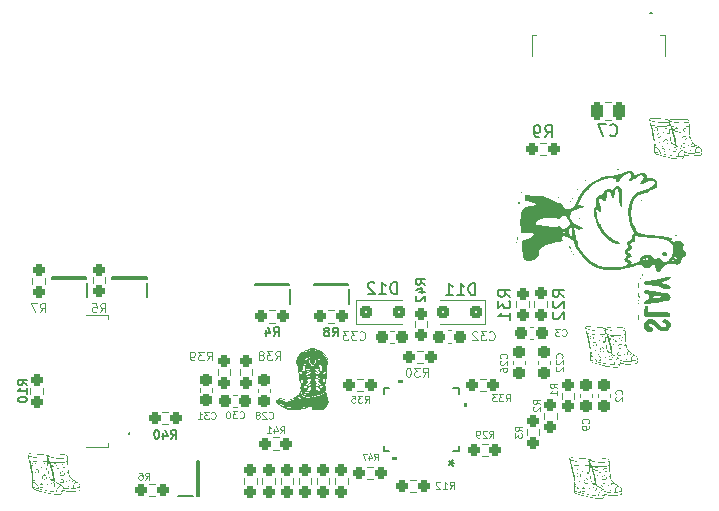
<source format=gbr>
%TF.GenerationSoftware,KiCad,Pcbnew,9.0.0*%
%TF.CreationDate,2026-01-13T23:39:09-06:00*%
%TF.ProjectId,SuppChargerPCB,53757070-4368-4617-9267-65725043422e,rev?*%
%TF.SameCoordinates,Original*%
%TF.FileFunction,Legend,Bot*%
%TF.FilePolarity,Positive*%
%FSLAX46Y46*%
G04 Gerber Fmt 4.6, Leading zero omitted, Abs format (unit mm)*
G04 Created by KiCad (PCBNEW 9.0.0) date 2026-01-13 23:39:09*
%MOMM*%
%LPD*%
G01*
G04 APERTURE LIST*
G04 Aperture macros list*
%AMRoundRect*
0 Rectangle with rounded corners*
0 $1 Rounding radius*
0 $2 $3 $4 $5 $6 $7 $8 $9 X,Y pos of 4 corners*
0 Add a 4 corners polygon primitive as box body*
4,1,4,$2,$3,$4,$5,$6,$7,$8,$9,$2,$3,0*
0 Add four circle primitives for the rounded corners*
1,1,$1+$1,$2,$3*
1,1,$1+$1,$4,$5*
1,1,$1+$1,$6,$7*
1,1,$1+$1,$8,$9*
0 Add four rect primitives between the rounded corners*
20,1,$1+$1,$2,$3,$4,$5,0*
20,1,$1+$1,$4,$5,$6,$7,0*
20,1,$1+$1,$6,$7,$8,$9,0*
20,1,$1+$1,$8,$9,$2,$3,0*%
G04 Aperture macros list end*
%ADD10C,0.150000*%
%ADD11C,0.100000*%
%ADD12C,0.125000*%
%ADD13C,0.120000*%
%ADD14C,0.200000*%
%ADD15C,0.000000*%
%ADD16C,0.152400*%
%ADD17RoundRect,0.250000X-0.300000X-0.300000X0.300000X-0.300000X0.300000X0.300000X-0.300000X0.300000X0*%
%ADD18RoundRect,0.250000X0.300000X0.300000X-0.300000X0.300000X-0.300000X-0.300000X0.300000X-0.300000X0*%
%ADD19C,3.600000*%
%ADD20C,6.400000*%
%ADD21C,0.850000*%
%ADD22R,0.550000X1.500000*%
%ADD23R,1.500000X0.550000*%
%ADD24R,1.000000X1.000000*%
%ADD25R,0.600000X1.250000*%
%ADD26RoundRect,0.237500X-0.250000X-0.237500X0.250000X-0.237500X0.250000X0.237500X-0.250000X0.237500X0*%
%ADD27RoundRect,0.237500X0.237500X-0.250000X0.237500X0.250000X-0.237500X0.250000X-0.237500X-0.250000X0*%
%ADD28RoundRect,0.237500X-0.237500X0.300000X-0.237500X-0.300000X0.237500X-0.300000X0.237500X0.300000X0*%
%ADD29RoundRect,0.237500X-0.237500X0.250000X-0.237500X-0.250000X0.237500X-0.250000X0.237500X0.250000X0*%
%ADD30RoundRect,0.237500X-0.300000X-0.237500X0.300000X-0.237500X0.300000X0.237500X-0.300000X0.237500X0*%
%ADD31RoundRect,0.250000X-0.250000X-0.475000X0.250000X-0.475000X0.250000X0.475000X-0.250000X0.475000X0*%
%ADD32R,0.254000X0.812800*%
%ADD33R,0.812800X0.254000*%
%ADD34R,4.699000X3.708400*%
%ADD35RoundRect,0.237500X0.250000X0.237500X-0.250000X0.237500X-0.250000X-0.237500X0.250000X-0.237500X0*%
%ADD36R,1.250000X0.600000*%
%ADD37RoundRect,0.237500X0.237500X-0.300000X0.237500X0.300000X-0.237500X0.300000X-0.237500X-0.300000X0*%
%ADD38RoundRect,0.237500X0.300000X0.237500X-0.300000X0.237500X-0.300000X-0.237500X0.300000X-0.237500X0*%
G04 APERTURE END LIST*
D10*
X104814285Y-99234819D02*
X104814285Y-98234819D01*
X104814285Y-98234819D02*
X104576190Y-98234819D01*
X104576190Y-98234819D02*
X104433333Y-98282438D01*
X104433333Y-98282438D02*
X104338095Y-98377676D01*
X104338095Y-98377676D02*
X104290476Y-98472914D01*
X104290476Y-98472914D02*
X104242857Y-98663390D01*
X104242857Y-98663390D02*
X104242857Y-98806247D01*
X104242857Y-98806247D02*
X104290476Y-98996723D01*
X104290476Y-98996723D02*
X104338095Y-99091961D01*
X104338095Y-99091961D02*
X104433333Y-99187200D01*
X104433333Y-99187200D02*
X104576190Y-99234819D01*
X104576190Y-99234819D02*
X104814285Y-99234819D01*
X103290476Y-99234819D02*
X103861904Y-99234819D01*
X103576190Y-99234819D02*
X103576190Y-98234819D01*
X103576190Y-98234819D02*
X103671428Y-98377676D01*
X103671428Y-98377676D02*
X103766666Y-98472914D01*
X103766666Y-98472914D02*
X103861904Y-98520533D01*
X102909523Y-98330057D02*
X102861904Y-98282438D01*
X102861904Y-98282438D02*
X102766666Y-98234819D01*
X102766666Y-98234819D02*
X102528571Y-98234819D01*
X102528571Y-98234819D02*
X102433333Y-98282438D01*
X102433333Y-98282438D02*
X102385714Y-98330057D01*
X102385714Y-98330057D02*
X102338095Y-98425295D01*
X102338095Y-98425295D02*
X102338095Y-98520533D01*
X102338095Y-98520533D02*
X102385714Y-98663390D01*
X102385714Y-98663390D02*
X102957142Y-99234819D01*
X102957142Y-99234819D02*
X102338095Y-99234819D01*
X111434585Y-99331550D02*
X111434585Y-98331550D01*
X111434585Y-98331550D02*
X111196490Y-98331550D01*
X111196490Y-98331550D02*
X111053633Y-98379169D01*
X111053633Y-98379169D02*
X110958395Y-98474407D01*
X110958395Y-98474407D02*
X110910776Y-98569645D01*
X110910776Y-98569645D02*
X110863157Y-98760121D01*
X110863157Y-98760121D02*
X110863157Y-98902978D01*
X110863157Y-98902978D02*
X110910776Y-99093454D01*
X110910776Y-99093454D02*
X110958395Y-99188692D01*
X110958395Y-99188692D02*
X111053633Y-99283931D01*
X111053633Y-99283931D02*
X111196490Y-99331550D01*
X111196490Y-99331550D02*
X111434585Y-99331550D01*
X109910776Y-99331550D02*
X110482204Y-99331550D01*
X110196490Y-99331550D02*
X110196490Y-98331550D01*
X110196490Y-98331550D02*
X110291728Y-98474407D01*
X110291728Y-98474407D02*
X110386966Y-98569645D01*
X110386966Y-98569645D02*
X110482204Y-98617264D01*
X108958395Y-99331550D02*
X109529823Y-99331550D01*
X109244109Y-99331550D02*
X109244109Y-98331550D01*
X109244109Y-98331550D02*
X109339347Y-98474407D01*
X109339347Y-98474407D02*
X109434585Y-98569645D01*
X109434585Y-98569645D02*
X109529823Y-98617264D01*
D11*
X94945714Y-111022371D02*
X95145714Y-110736657D01*
X95288571Y-111022371D02*
X95288571Y-110422371D01*
X95288571Y-110422371D02*
X95060000Y-110422371D01*
X95060000Y-110422371D02*
X95002857Y-110450942D01*
X95002857Y-110450942D02*
X94974286Y-110479514D01*
X94974286Y-110479514D02*
X94945714Y-110536657D01*
X94945714Y-110536657D02*
X94945714Y-110622371D01*
X94945714Y-110622371D02*
X94974286Y-110679514D01*
X94974286Y-110679514D02*
X95002857Y-110708085D01*
X95002857Y-110708085D02*
X95060000Y-110736657D01*
X95060000Y-110736657D02*
X95288571Y-110736657D01*
X94431429Y-110622371D02*
X94431429Y-111022371D01*
X94574286Y-110393800D02*
X94717143Y-110822371D01*
X94717143Y-110822371D02*
X94345714Y-110822371D01*
X93802857Y-111022371D02*
X94145714Y-111022371D01*
X93974285Y-111022371D02*
X93974285Y-110422371D01*
X93974285Y-110422371D02*
X94031428Y-110508085D01*
X94031428Y-110508085D02*
X94088571Y-110565228D01*
X94088571Y-110565228D02*
X94145714Y-110593800D01*
D10*
X107169164Y-98427856D02*
X106812021Y-98177856D01*
X107169164Y-97999285D02*
X106419164Y-97999285D01*
X106419164Y-97999285D02*
X106419164Y-98284999D01*
X106419164Y-98284999D02*
X106454878Y-98356428D01*
X106454878Y-98356428D02*
X106490592Y-98392142D01*
X106490592Y-98392142D02*
X106562021Y-98427856D01*
X106562021Y-98427856D02*
X106669164Y-98427856D01*
X106669164Y-98427856D02*
X106740592Y-98392142D01*
X106740592Y-98392142D02*
X106776307Y-98356428D01*
X106776307Y-98356428D02*
X106812021Y-98284999D01*
X106812021Y-98284999D02*
X106812021Y-97999285D01*
X106669164Y-99070714D02*
X107169164Y-99070714D01*
X106383450Y-98892142D02*
X106919164Y-98713571D01*
X106919164Y-98713571D02*
X106919164Y-99177856D01*
X106490592Y-99427857D02*
X106454878Y-99463571D01*
X106454878Y-99463571D02*
X106419164Y-99535000D01*
X106419164Y-99535000D02*
X106419164Y-99713571D01*
X106419164Y-99713571D02*
X106454878Y-99785000D01*
X106454878Y-99785000D02*
X106490592Y-99820714D01*
X106490592Y-99820714D02*
X106562021Y-99856428D01*
X106562021Y-99856428D02*
X106633450Y-99856428D01*
X106633450Y-99856428D02*
X106740592Y-99820714D01*
X106740592Y-99820714D02*
X107169164Y-99392142D01*
X107169164Y-99392142D02*
X107169164Y-99856428D01*
D11*
X114065228Y-104664285D02*
X114093800Y-104635713D01*
X114093800Y-104635713D02*
X114122371Y-104549999D01*
X114122371Y-104549999D02*
X114122371Y-104492856D01*
X114122371Y-104492856D02*
X114093800Y-104407142D01*
X114093800Y-104407142D02*
X114036657Y-104349999D01*
X114036657Y-104349999D02*
X113979514Y-104321428D01*
X113979514Y-104321428D02*
X113865228Y-104292856D01*
X113865228Y-104292856D02*
X113779514Y-104292856D01*
X113779514Y-104292856D02*
X113665228Y-104321428D01*
X113665228Y-104321428D02*
X113608085Y-104349999D01*
X113608085Y-104349999D02*
X113550942Y-104407142D01*
X113550942Y-104407142D02*
X113522371Y-104492856D01*
X113522371Y-104492856D02*
X113522371Y-104549999D01*
X113522371Y-104549999D02*
X113550942Y-104635713D01*
X113550942Y-104635713D02*
X113579514Y-104664285D01*
X113579514Y-104892856D02*
X113550942Y-104921428D01*
X113550942Y-104921428D02*
X113522371Y-104978571D01*
X113522371Y-104978571D02*
X113522371Y-105121428D01*
X113522371Y-105121428D02*
X113550942Y-105178571D01*
X113550942Y-105178571D02*
X113579514Y-105207142D01*
X113579514Y-105207142D02*
X113636657Y-105235713D01*
X113636657Y-105235713D02*
X113693800Y-105235713D01*
X113693800Y-105235713D02*
X113779514Y-105207142D01*
X113779514Y-105207142D02*
X114122371Y-104864285D01*
X114122371Y-104864285D02*
X114122371Y-105235713D01*
X113522371Y-105750000D02*
X113522371Y-105635714D01*
X113522371Y-105635714D02*
X113550942Y-105578571D01*
X113550942Y-105578571D02*
X113579514Y-105550000D01*
X113579514Y-105550000D02*
X113665228Y-105492857D01*
X113665228Y-105492857D02*
X113779514Y-105464285D01*
X113779514Y-105464285D02*
X114008085Y-105464285D01*
X114008085Y-105464285D02*
X114065228Y-105492857D01*
X114065228Y-105492857D02*
X114093800Y-105521428D01*
X114093800Y-105521428D02*
X114122371Y-105578571D01*
X114122371Y-105578571D02*
X114122371Y-105692857D01*
X114122371Y-105692857D02*
X114093800Y-105750000D01*
X114093800Y-105750000D02*
X114065228Y-105778571D01*
X114065228Y-105778571D02*
X114008085Y-105807142D01*
X114008085Y-105807142D02*
X113865228Y-105807142D01*
X113865228Y-105807142D02*
X113808085Y-105778571D01*
X113808085Y-105778571D02*
X113779514Y-105750000D01*
X113779514Y-105750000D02*
X113750942Y-105692857D01*
X113750942Y-105692857D02*
X113750942Y-105578571D01*
X113750942Y-105578571D02*
X113779514Y-105521428D01*
X113779514Y-105521428D02*
X113808085Y-105492857D01*
X113808085Y-105492857D02*
X113865228Y-105464285D01*
X83499999Y-114962371D02*
X83699999Y-114676657D01*
X83842856Y-114962371D02*
X83842856Y-114362371D01*
X83842856Y-114362371D02*
X83614285Y-114362371D01*
X83614285Y-114362371D02*
X83557142Y-114390942D01*
X83557142Y-114390942D02*
X83528571Y-114419514D01*
X83528571Y-114419514D02*
X83499999Y-114476657D01*
X83499999Y-114476657D02*
X83499999Y-114562371D01*
X83499999Y-114562371D02*
X83528571Y-114619514D01*
X83528571Y-114619514D02*
X83557142Y-114648085D01*
X83557142Y-114648085D02*
X83614285Y-114676657D01*
X83614285Y-114676657D02*
X83842856Y-114676657D01*
X82985714Y-114362371D02*
X83099999Y-114362371D01*
X83099999Y-114362371D02*
X83157142Y-114390942D01*
X83157142Y-114390942D02*
X83185714Y-114419514D01*
X83185714Y-114419514D02*
X83242856Y-114505228D01*
X83242856Y-114505228D02*
X83271428Y-114619514D01*
X83271428Y-114619514D02*
X83271428Y-114848085D01*
X83271428Y-114848085D02*
X83242856Y-114905228D01*
X83242856Y-114905228D02*
X83214285Y-114933800D01*
X83214285Y-114933800D02*
X83157142Y-114962371D01*
X83157142Y-114962371D02*
X83042856Y-114962371D01*
X83042856Y-114962371D02*
X82985714Y-114933800D01*
X82985714Y-114933800D02*
X82957142Y-114905228D01*
X82957142Y-114905228D02*
X82928571Y-114848085D01*
X82928571Y-114848085D02*
X82928571Y-114705228D01*
X82928571Y-114705228D02*
X82957142Y-114648085D01*
X82957142Y-114648085D02*
X82985714Y-114619514D01*
X82985714Y-114619514D02*
X83042856Y-114590942D01*
X83042856Y-114590942D02*
X83157142Y-114590942D01*
X83157142Y-114590942D02*
X83214285Y-114619514D01*
X83214285Y-114619514D02*
X83242856Y-114648085D01*
X83242856Y-114648085D02*
X83271428Y-114705228D01*
X116932371Y-108560000D02*
X116646657Y-108360000D01*
X116932371Y-108217143D02*
X116332371Y-108217143D01*
X116332371Y-108217143D02*
X116332371Y-108445714D01*
X116332371Y-108445714D02*
X116360942Y-108502857D01*
X116360942Y-108502857D02*
X116389514Y-108531428D01*
X116389514Y-108531428D02*
X116446657Y-108560000D01*
X116446657Y-108560000D02*
X116532371Y-108560000D01*
X116532371Y-108560000D02*
X116589514Y-108531428D01*
X116589514Y-108531428D02*
X116618085Y-108502857D01*
X116618085Y-108502857D02*
X116646657Y-108445714D01*
X116646657Y-108445714D02*
X116646657Y-108217143D01*
X116389514Y-108788571D02*
X116360942Y-108817143D01*
X116360942Y-108817143D02*
X116332371Y-108874286D01*
X116332371Y-108874286D02*
X116332371Y-109017143D01*
X116332371Y-109017143D02*
X116360942Y-109074286D01*
X116360942Y-109074286D02*
X116389514Y-109102857D01*
X116389514Y-109102857D02*
X116446657Y-109131428D01*
X116446657Y-109131428D02*
X116503800Y-109131428D01*
X116503800Y-109131428D02*
X116589514Y-109102857D01*
X116589514Y-109102857D02*
X116932371Y-108760000D01*
X116932371Y-108760000D02*
X116932371Y-109131428D01*
X74575000Y-100771764D02*
X74825000Y-100414621D01*
X75003571Y-100771764D02*
X75003571Y-100021764D01*
X75003571Y-100021764D02*
X74717857Y-100021764D01*
X74717857Y-100021764D02*
X74646428Y-100057478D01*
X74646428Y-100057478D02*
X74610714Y-100093192D01*
X74610714Y-100093192D02*
X74575000Y-100164621D01*
X74575000Y-100164621D02*
X74575000Y-100271764D01*
X74575000Y-100271764D02*
X74610714Y-100343192D01*
X74610714Y-100343192D02*
X74646428Y-100378907D01*
X74646428Y-100378907D02*
X74717857Y-100414621D01*
X74717857Y-100414621D02*
X75003571Y-100414621D01*
X74325000Y-100021764D02*
X73825000Y-100021764D01*
X73825000Y-100021764D02*
X74146428Y-100771764D01*
X118799999Y-102745228D02*
X118828571Y-102773800D01*
X118828571Y-102773800D02*
X118914285Y-102802371D01*
X118914285Y-102802371D02*
X118971428Y-102802371D01*
X118971428Y-102802371D02*
X119057142Y-102773800D01*
X119057142Y-102773800D02*
X119114285Y-102716657D01*
X119114285Y-102716657D02*
X119142856Y-102659514D01*
X119142856Y-102659514D02*
X119171428Y-102545228D01*
X119171428Y-102545228D02*
X119171428Y-102459514D01*
X119171428Y-102459514D02*
X119142856Y-102345228D01*
X119142856Y-102345228D02*
X119114285Y-102288085D01*
X119114285Y-102288085D02*
X119057142Y-102230942D01*
X119057142Y-102230942D02*
X118971428Y-102202371D01*
X118971428Y-102202371D02*
X118914285Y-102202371D01*
X118914285Y-102202371D02*
X118828571Y-102230942D01*
X118828571Y-102230942D02*
X118799999Y-102259514D01*
X118599999Y-102202371D02*
X118228571Y-102202371D01*
X118228571Y-102202371D02*
X118428571Y-102430942D01*
X118428571Y-102430942D02*
X118342856Y-102430942D01*
X118342856Y-102430942D02*
X118285714Y-102459514D01*
X118285714Y-102459514D02*
X118257142Y-102488085D01*
X118257142Y-102488085D02*
X118228571Y-102545228D01*
X118228571Y-102545228D02*
X118228571Y-102688085D01*
X118228571Y-102688085D02*
X118257142Y-102745228D01*
X118257142Y-102745228D02*
X118285714Y-102773800D01*
X118285714Y-102773800D02*
X118342856Y-102802371D01*
X118342856Y-102802371D02*
X118514285Y-102802371D01*
X118514285Y-102802371D02*
X118571428Y-102773800D01*
X118571428Y-102773800D02*
X118599999Y-102745228D01*
D10*
X122856666Y-85769580D02*
X122904285Y-85817200D01*
X122904285Y-85817200D02*
X123047142Y-85864819D01*
X123047142Y-85864819D02*
X123142380Y-85864819D01*
X123142380Y-85864819D02*
X123285237Y-85817200D01*
X123285237Y-85817200D02*
X123380475Y-85721961D01*
X123380475Y-85721961D02*
X123428094Y-85626723D01*
X123428094Y-85626723D02*
X123475713Y-85436247D01*
X123475713Y-85436247D02*
X123475713Y-85293390D01*
X123475713Y-85293390D02*
X123428094Y-85102914D01*
X123428094Y-85102914D02*
X123380475Y-85007676D01*
X123380475Y-85007676D02*
X123285237Y-84912438D01*
X123285237Y-84912438D02*
X123142380Y-84864819D01*
X123142380Y-84864819D02*
X123047142Y-84864819D01*
X123047142Y-84864819D02*
X122904285Y-84912438D01*
X122904285Y-84912438D02*
X122856666Y-84960057D01*
X122523332Y-84864819D02*
X121856666Y-84864819D01*
X121856666Y-84864819D02*
X122285237Y-85864819D01*
D11*
X91485714Y-109695228D02*
X91514286Y-109723800D01*
X91514286Y-109723800D02*
X91600000Y-109752371D01*
X91600000Y-109752371D02*
X91657143Y-109752371D01*
X91657143Y-109752371D02*
X91742857Y-109723800D01*
X91742857Y-109723800D02*
X91800000Y-109666657D01*
X91800000Y-109666657D02*
X91828571Y-109609514D01*
X91828571Y-109609514D02*
X91857143Y-109495228D01*
X91857143Y-109495228D02*
X91857143Y-109409514D01*
X91857143Y-109409514D02*
X91828571Y-109295228D01*
X91828571Y-109295228D02*
X91800000Y-109238085D01*
X91800000Y-109238085D02*
X91742857Y-109180942D01*
X91742857Y-109180942D02*
X91657143Y-109152371D01*
X91657143Y-109152371D02*
X91600000Y-109152371D01*
X91600000Y-109152371D02*
X91514286Y-109180942D01*
X91514286Y-109180942D02*
X91485714Y-109209514D01*
X91285714Y-109152371D02*
X90914286Y-109152371D01*
X90914286Y-109152371D02*
X91114286Y-109380942D01*
X91114286Y-109380942D02*
X91028571Y-109380942D01*
X91028571Y-109380942D02*
X90971429Y-109409514D01*
X90971429Y-109409514D02*
X90942857Y-109438085D01*
X90942857Y-109438085D02*
X90914286Y-109495228D01*
X90914286Y-109495228D02*
X90914286Y-109638085D01*
X90914286Y-109638085D02*
X90942857Y-109695228D01*
X90942857Y-109695228D02*
X90971429Y-109723800D01*
X90971429Y-109723800D02*
X91028571Y-109752371D01*
X91028571Y-109752371D02*
X91200000Y-109752371D01*
X91200000Y-109752371D02*
X91257143Y-109723800D01*
X91257143Y-109723800D02*
X91285714Y-109695228D01*
X90542857Y-109152371D02*
X90485714Y-109152371D01*
X90485714Y-109152371D02*
X90428571Y-109180942D01*
X90428571Y-109180942D02*
X90400000Y-109209514D01*
X90400000Y-109209514D02*
X90371428Y-109266657D01*
X90371428Y-109266657D02*
X90342857Y-109380942D01*
X90342857Y-109380942D02*
X90342857Y-109523800D01*
X90342857Y-109523800D02*
X90371428Y-109638085D01*
X90371428Y-109638085D02*
X90400000Y-109695228D01*
X90400000Y-109695228D02*
X90428571Y-109723800D01*
X90428571Y-109723800D02*
X90485714Y-109752371D01*
X90485714Y-109752371D02*
X90542857Y-109752371D01*
X90542857Y-109752371D02*
X90600000Y-109723800D01*
X90600000Y-109723800D02*
X90628571Y-109695228D01*
X90628571Y-109695228D02*
X90657142Y-109638085D01*
X90657142Y-109638085D02*
X90685714Y-109523800D01*
X90685714Y-109523800D02*
X90685714Y-109380942D01*
X90685714Y-109380942D02*
X90657142Y-109266657D01*
X90657142Y-109266657D02*
X90628571Y-109209514D01*
X90628571Y-109209514D02*
X90600000Y-109180942D01*
X90600000Y-109180942D02*
X90542857Y-109152371D01*
X114025714Y-108332371D02*
X114225714Y-108046657D01*
X114368571Y-108332371D02*
X114368571Y-107732371D01*
X114368571Y-107732371D02*
X114140000Y-107732371D01*
X114140000Y-107732371D02*
X114082857Y-107760942D01*
X114082857Y-107760942D02*
X114054286Y-107789514D01*
X114054286Y-107789514D02*
X114025714Y-107846657D01*
X114025714Y-107846657D02*
X114025714Y-107932371D01*
X114025714Y-107932371D02*
X114054286Y-107989514D01*
X114054286Y-107989514D02*
X114082857Y-108018085D01*
X114082857Y-108018085D02*
X114140000Y-108046657D01*
X114140000Y-108046657D02*
X114368571Y-108046657D01*
X113825714Y-107732371D02*
X113454286Y-107732371D01*
X113454286Y-107732371D02*
X113654286Y-107960942D01*
X113654286Y-107960942D02*
X113568571Y-107960942D01*
X113568571Y-107960942D02*
X113511429Y-107989514D01*
X113511429Y-107989514D02*
X113482857Y-108018085D01*
X113482857Y-108018085D02*
X113454286Y-108075228D01*
X113454286Y-108075228D02*
X113454286Y-108218085D01*
X113454286Y-108218085D02*
X113482857Y-108275228D01*
X113482857Y-108275228D02*
X113511429Y-108303800D01*
X113511429Y-108303800D02*
X113568571Y-108332371D01*
X113568571Y-108332371D02*
X113740000Y-108332371D01*
X113740000Y-108332371D02*
X113797143Y-108303800D01*
X113797143Y-108303800D02*
X113825714Y-108275228D01*
X113254285Y-107732371D02*
X112882857Y-107732371D01*
X112882857Y-107732371D02*
X113082857Y-107960942D01*
X113082857Y-107960942D02*
X112997142Y-107960942D01*
X112997142Y-107960942D02*
X112940000Y-107989514D01*
X112940000Y-107989514D02*
X112911428Y-108018085D01*
X112911428Y-108018085D02*
X112882857Y-108075228D01*
X112882857Y-108075228D02*
X112882857Y-108218085D01*
X112882857Y-108218085D02*
X112911428Y-108275228D01*
X112911428Y-108275228D02*
X112940000Y-108303800D01*
X112940000Y-108303800D02*
X112997142Y-108332371D01*
X112997142Y-108332371D02*
X113168571Y-108332371D01*
X113168571Y-108332371D02*
X113225714Y-108303800D01*
X113225714Y-108303800D02*
X113254285Y-108275228D01*
D10*
X94362500Y-102799164D02*
X94612500Y-102442021D01*
X94791071Y-102799164D02*
X94791071Y-102049164D01*
X94791071Y-102049164D02*
X94505357Y-102049164D01*
X94505357Y-102049164D02*
X94433928Y-102084878D01*
X94433928Y-102084878D02*
X94398214Y-102120592D01*
X94398214Y-102120592D02*
X94362500Y-102192021D01*
X94362500Y-102192021D02*
X94362500Y-102299164D01*
X94362500Y-102299164D02*
X94398214Y-102370592D01*
X94398214Y-102370592D02*
X94433928Y-102406307D01*
X94433928Y-102406307D02*
X94505357Y-102442021D01*
X94505357Y-102442021D02*
X94791071Y-102442021D01*
X93719643Y-102299164D02*
X93719643Y-102799164D01*
X93898214Y-102013450D02*
X94076785Y-102549164D01*
X94076785Y-102549164D02*
X93612500Y-102549164D01*
X109665558Y-113531799D02*
X109427463Y-113531799D01*
X109522701Y-113769894D02*
X109427463Y-113531799D01*
X109427463Y-113531799D02*
X109522701Y-113293704D01*
X109236987Y-113674656D02*
X109427463Y-113531799D01*
X109427463Y-113531799D02*
X109236987Y-113388942D01*
X109665558Y-113531799D02*
X109427463Y-113531799D01*
X109522701Y-113769894D02*
X109427463Y-113531799D01*
X109427463Y-113531799D02*
X109522701Y-113293704D01*
X109236987Y-113674656D02*
X109427463Y-113531799D01*
X109427463Y-113531799D02*
X109236987Y-113388942D01*
D11*
X112635714Y-111402371D02*
X112835714Y-111116657D01*
X112978571Y-111402371D02*
X112978571Y-110802371D01*
X112978571Y-110802371D02*
X112750000Y-110802371D01*
X112750000Y-110802371D02*
X112692857Y-110830942D01*
X112692857Y-110830942D02*
X112664286Y-110859514D01*
X112664286Y-110859514D02*
X112635714Y-110916657D01*
X112635714Y-110916657D02*
X112635714Y-111002371D01*
X112635714Y-111002371D02*
X112664286Y-111059514D01*
X112664286Y-111059514D02*
X112692857Y-111088085D01*
X112692857Y-111088085D02*
X112750000Y-111116657D01*
X112750000Y-111116657D02*
X112978571Y-111116657D01*
X112407143Y-110859514D02*
X112378571Y-110830942D01*
X112378571Y-110830942D02*
X112321429Y-110802371D01*
X112321429Y-110802371D02*
X112178571Y-110802371D01*
X112178571Y-110802371D02*
X112121429Y-110830942D01*
X112121429Y-110830942D02*
X112092857Y-110859514D01*
X112092857Y-110859514D02*
X112064286Y-110916657D01*
X112064286Y-110916657D02*
X112064286Y-110973800D01*
X112064286Y-110973800D02*
X112092857Y-111059514D01*
X112092857Y-111059514D02*
X112435714Y-111402371D01*
X112435714Y-111402371D02*
X112064286Y-111402371D01*
X111778571Y-111402371D02*
X111664285Y-111402371D01*
X111664285Y-111402371D02*
X111607142Y-111373800D01*
X111607142Y-111373800D02*
X111578571Y-111345228D01*
X111578571Y-111345228D02*
X111521428Y-111259514D01*
X111521428Y-111259514D02*
X111492857Y-111145228D01*
X111492857Y-111145228D02*
X111492857Y-110916657D01*
X111492857Y-110916657D02*
X111521428Y-110859514D01*
X111521428Y-110859514D02*
X111550000Y-110830942D01*
X111550000Y-110830942D02*
X111607142Y-110802371D01*
X111607142Y-110802371D02*
X111721428Y-110802371D01*
X111721428Y-110802371D02*
X111778571Y-110830942D01*
X111778571Y-110830942D02*
X111807142Y-110859514D01*
X111807142Y-110859514D02*
X111835714Y-110916657D01*
X111835714Y-110916657D02*
X111835714Y-111059514D01*
X111835714Y-111059514D02*
X111807142Y-111116657D01*
X111807142Y-111116657D02*
X111778571Y-111145228D01*
X111778571Y-111145228D02*
X111721428Y-111173800D01*
X111721428Y-111173800D02*
X111607142Y-111173800D01*
X111607142Y-111173800D02*
X111550000Y-111145228D01*
X111550000Y-111145228D02*
X111521428Y-111116657D01*
X111521428Y-111116657D02*
X111492857Y-111059514D01*
X94522143Y-104831764D02*
X94772143Y-104474621D01*
X94950714Y-104831764D02*
X94950714Y-104081764D01*
X94950714Y-104081764D02*
X94665000Y-104081764D01*
X94665000Y-104081764D02*
X94593571Y-104117478D01*
X94593571Y-104117478D02*
X94557857Y-104153192D01*
X94557857Y-104153192D02*
X94522143Y-104224621D01*
X94522143Y-104224621D02*
X94522143Y-104331764D01*
X94522143Y-104331764D02*
X94557857Y-104403192D01*
X94557857Y-104403192D02*
X94593571Y-104438907D01*
X94593571Y-104438907D02*
X94665000Y-104474621D01*
X94665000Y-104474621D02*
X94950714Y-104474621D01*
X94272143Y-104081764D02*
X93807857Y-104081764D01*
X93807857Y-104081764D02*
X94057857Y-104367478D01*
X94057857Y-104367478D02*
X93950714Y-104367478D01*
X93950714Y-104367478D02*
X93879286Y-104403192D01*
X93879286Y-104403192D02*
X93843571Y-104438907D01*
X93843571Y-104438907D02*
X93807857Y-104510335D01*
X93807857Y-104510335D02*
X93807857Y-104688907D01*
X93807857Y-104688907D02*
X93843571Y-104760335D01*
X93843571Y-104760335D02*
X93879286Y-104796050D01*
X93879286Y-104796050D02*
X93950714Y-104831764D01*
X93950714Y-104831764D02*
X94165000Y-104831764D01*
X94165000Y-104831764D02*
X94236428Y-104796050D01*
X94236428Y-104796050D02*
X94272143Y-104760335D01*
X93379285Y-104403192D02*
X93450714Y-104367478D01*
X93450714Y-104367478D02*
X93486428Y-104331764D01*
X93486428Y-104331764D02*
X93522142Y-104260335D01*
X93522142Y-104260335D02*
X93522142Y-104224621D01*
X93522142Y-104224621D02*
X93486428Y-104153192D01*
X93486428Y-104153192D02*
X93450714Y-104117478D01*
X93450714Y-104117478D02*
X93379285Y-104081764D01*
X93379285Y-104081764D02*
X93236428Y-104081764D01*
X93236428Y-104081764D02*
X93165000Y-104117478D01*
X93165000Y-104117478D02*
X93129285Y-104153192D01*
X93129285Y-104153192D02*
X93093571Y-104224621D01*
X93093571Y-104224621D02*
X93093571Y-104260335D01*
X93093571Y-104260335D02*
X93129285Y-104331764D01*
X93129285Y-104331764D02*
X93165000Y-104367478D01*
X93165000Y-104367478D02*
X93236428Y-104403192D01*
X93236428Y-104403192D02*
X93379285Y-104403192D01*
X93379285Y-104403192D02*
X93450714Y-104438907D01*
X93450714Y-104438907D02*
X93486428Y-104474621D01*
X93486428Y-104474621D02*
X93522142Y-104546050D01*
X93522142Y-104546050D02*
X93522142Y-104688907D01*
X93522142Y-104688907D02*
X93486428Y-104760335D01*
X93486428Y-104760335D02*
X93450714Y-104796050D01*
X93450714Y-104796050D02*
X93379285Y-104831764D01*
X93379285Y-104831764D02*
X93236428Y-104831764D01*
X93236428Y-104831764D02*
X93165000Y-104796050D01*
X93165000Y-104796050D02*
X93129285Y-104760335D01*
X93129285Y-104760335D02*
X93093571Y-104688907D01*
X93093571Y-104688907D02*
X93093571Y-104546050D01*
X93093571Y-104546050D02*
X93129285Y-104474621D01*
X93129285Y-104474621D02*
X93165000Y-104438907D01*
X93165000Y-104438907D02*
X93236428Y-104403192D01*
D10*
X118994819Y-99454642D02*
X118518628Y-99121309D01*
X118994819Y-98883214D02*
X117994819Y-98883214D01*
X117994819Y-98883214D02*
X117994819Y-99264166D01*
X117994819Y-99264166D02*
X118042438Y-99359404D01*
X118042438Y-99359404D02*
X118090057Y-99407023D01*
X118090057Y-99407023D02*
X118185295Y-99454642D01*
X118185295Y-99454642D02*
X118328152Y-99454642D01*
X118328152Y-99454642D02*
X118423390Y-99407023D01*
X118423390Y-99407023D02*
X118471009Y-99359404D01*
X118471009Y-99359404D02*
X118518628Y-99264166D01*
X118518628Y-99264166D02*
X118518628Y-98883214D01*
X118090057Y-99835595D02*
X118042438Y-99883214D01*
X118042438Y-99883214D02*
X117994819Y-99978452D01*
X117994819Y-99978452D02*
X117994819Y-100216547D01*
X117994819Y-100216547D02*
X118042438Y-100311785D01*
X118042438Y-100311785D02*
X118090057Y-100359404D01*
X118090057Y-100359404D02*
X118185295Y-100407023D01*
X118185295Y-100407023D02*
X118280533Y-100407023D01*
X118280533Y-100407023D02*
X118423390Y-100359404D01*
X118423390Y-100359404D02*
X118994819Y-99787976D01*
X118994819Y-99787976D02*
X118994819Y-100407023D01*
X118090057Y-100787976D02*
X118042438Y-100835595D01*
X118042438Y-100835595D02*
X117994819Y-100930833D01*
X117994819Y-100930833D02*
X117994819Y-101168928D01*
X117994819Y-101168928D02*
X118042438Y-101264166D01*
X118042438Y-101264166D02*
X118090057Y-101311785D01*
X118090057Y-101311785D02*
X118185295Y-101359404D01*
X118185295Y-101359404D02*
X118280533Y-101359404D01*
X118280533Y-101359404D02*
X118423390Y-101311785D01*
X118423390Y-101311785D02*
X118994819Y-100740357D01*
X118994819Y-100740357D02*
X118994819Y-101359404D01*
D11*
X88702143Y-104851764D02*
X88952143Y-104494621D01*
X89130714Y-104851764D02*
X89130714Y-104101764D01*
X89130714Y-104101764D02*
X88845000Y-104101764D01*
X88845000Y-104101764D02*
X88773571Y-104137478D01*
X88773571Y-104137478D02*
X88737857Y-104173192D01*
X88737857Y-104173192D02*
X88702143Y-104244621D01*
X88702143Y-104244621D02*
X88702143Y-104351764D01*
X88702143Y-104351764D02*
X88737857Y-104423192D01*
X88737857Y-104423192D02*
X88773571Y-104458907D01*
X88773571Y-104458907D02*
X88845000Y-104494621D01*
X88845000Y-104494621D02*
X89130714Y-104494621D01*
X88452143Y-104101764D02*
X87987857Y-104101764D01*
X87987857Y-104101764D02*
X88237857Y-104387478D01*
X88237857Y-104387478D02*
X88130714Y-104387478D01*
X88130714Y-104387478D02*
X88059286Y-104423192D01*
X88059286Y-104423192D02*
X88023571Y-104458907D01*
X88023571Y-104458907D02*
X87987857Y-104530335D01*
X87987857Y-104530335D02*
X87987857Y-104708907D01*
X87987857Y-104708907D02*
X88023571Y-104780335D01*
X88023571Y-104780335D02*
X88059286Y-104816050D01*
X88059286Y-104816050D02*
X88130714Y-104851764D01*
X88130714Y-104851764D02*
X88345000Y-104851764D01*
X88345000Y-104851764D02*
X88416428Y-104816050D01*
X88416428Y-104816050D02*
X88452143Y-104780335D01*
X87630714Y-104851764D02*
X87487857Y-104851764D01*
X87487857Y-104851764D02*
X87416428Y-104816050D01*
X87416428Y-104816050D02*
X87380714Y-104780335D01*
X87380714Y-104780335D02*
X87309285Y-104673192D01*
X87309285Y-104673192D02*
X87273571Y-104530335D01*
X87273571Y-104530335D02*
X87273571Y-104244621D01*
X87273571Y-104244621D02*
X87309285Y-104173192D01*
X87309285Y-104173192D02*
X87345000Y-104137478D01*
X87345000Y-104137478D02*
X87416428Y-104101764D01*
X87416428Y-104101764D02*
X87559285Y-104101764D01*
X87559285Y-104101764D02*
X87630714Y-104137478D01*
X87630714Y-104137478D02*
X87666428Y-104173192D01*
X87666428Y-104173192D02*
X87702142Y-104244621D01*
X87702142Y-104244621D02*
X87702142Y-104423192D01*
X87702142Y-104423192D02*
X87666428Y-104494621D01*
X87666428Y-104494621D02*
X87630714Y-104530335D01*
X87630714Y-104530335D02*
X87559285Y-104566050D01*
X87559285Y-104566050D02*
X87416428Y-104566050D01*
X87416428Y-104566050D02*
X87345000Y-104530335D01*
X87345000Y-104530335D02*
X87309285Y-104494621D01*
X87309285Y-104494621D02*
X87273571Y-104423192D01*
X115392371Y-110820000D02*
X115106657Y-110620000D01*
X115392371Y-110477143D02*
X114792371Y-110477143D01*
X114792371Y-110477143D02*
X114792371Y-110705714D01*
X114792371Y-110705714D02*
X114820942Y-110762857D01*
X114820942Y-110762857D02*
X114849514Y-110791428D01*
X114849514Y-110791428D02*
X114906657Y-110820000D01*
X114906657Y-110820000D02*
X114992371Y-110820000D01*
X114992371Y-110820000D02*
X115049514Y-110791428D01*
X115049514Y-110791428D02*
X115078085Y-110762857D01*
X115078085Y-110762857D02*
X115106657Y-110705714D01*
X115106657Y-110705714D02*
X115106657Y-110477143D01*
X114792371Y-111020000D02*
X114792371Y-111391428D01*
X114792371Y-111391428D02*
X115020942Y-111191428D01*
X115020942Y-111191428D02*
X115020942Y-111277143D01*
X115020942Y-111277143D02*
X115049514Y-111334286D01*
X115049514Y-111334286D02*
X115078085Y-111362857D01*
X115078085Y-111362857D02*
X115135228Y-111391428D01*
X115135228Y-111391428D02*
X115278085Y-111391428D01*
X115278085Y-111391428D02*
X115335228Y-111362857D01*
X115335228Y-111362857D02*
X115363800Y-111334286D01*
X115363800Y-111334286D02*
X115392371Y-111277143D01*
X115392371Y-111277143D02*
X115392371Y-111105714D01*
X115392371Y-111105714D02*
X115363800Y-111048571D01*
X115363800Y-111048571D02*
X115335228Y-111020000D01*
X121025228Y-110160000D02*
X121053800Y-110131428D01*
X121053800Y-110131428D02*
X121082371Y-110045714D01*
X121082371Y-110045714D02*
X121082371Y-109988571D01*
X121082371Y-109988571D02*
X121053800Y-109902857D01*
X121053800Y-109902857D02*
X120996657Y-109845714D01*
X120996657Y-109845714D02*
X120939514Y-109817143D01*
X120939514Y-109817143D02*
X120825228Y-109788571D01*
X120825228Y-109788571D02*
X120739514Y-109788571D01*
X120739514Y-109788571D02*
X120625228Y-109817143D01*
X120625228Y-109817143D02*
X120568085Y-109845714D01*
X120568085Y-109845714D02*
X120510942Y-109902857D01*
X120510942Y-109902857D02*
X120482371Y-109988571D01*
X120482371Y-109988571D02*
X120482371Y-110045714D01*
X120482371Y-110045714D02*
X120510942Y-110131428D01*
X120510942Y-110131428D02*
X120539514Y-110160000D01*
X121082371Y-110445714D02*
X121082371Y-110560000D01*
X121082371Y-110560000D02*
X121053800Y-110617143D01*
X121053800Y-110617143D02*
X121025228Y-110645714D01*
X121025228Y-110645714D02*
X120939514Y-110702857D01*
X120939514Y-110702857D02*
X120825228Y-110731428D01*
X120825228Y-110731428D02*
X120596657Y-110731428D01*
X120596657Y-110731428D02*
X120539514Y-110702857D01*
X120539514Y-110702857D02*
X120510942Y-110674286D01*
X120510942Y-110674286D02*
X120482371Y-110617143D01*
X120482371Y-110617143D02*
X120482371Y-110502857D01*
X120482371Y-110502857D02*
X120510942Y-110445714D01*
X120510942Y-110445714D02*
X120539514Y-110417143D01*
X120539514Y-110417143D02*
X120596657Y-110388571D01*
X120596657Y-110388571D02*
X120739514Y-110388571D01*
X120739514Y-110388571D02*
X120796657Y-110417143D01*
X120796657Y-110417143D02*
X120825228Y-110445714D01*
X120825228Y-110445714D02*
X120853800Y-110502857D01*
X120853800Y-110502857D02*
X120853800Y-110617143D01*
X120853800Y-110617143D02*
X120825228Y-110674286D01*
X120825228Y-110674286D02*
X120796657Y-110702857D01*
X120796657Y-110702857D02*
X120739514Y-110731428D01*
D10*
X117344166Y-85954819D02*
X117677499Y-85478628D01*
X117915594Y-85954819D02*
X117915594Y-84954819D01*
X117915594Y-84954819D02*
X117534642Y-84954819D01*
X117534642Y-84954819D02*
X117439404Y-85002438D01*
X117439404Y-85002438D02*
X117391785Y-85050057D01*
X117391785Y-85050057D02*
X117344166Y-85145295D01*
X117344166Y-85145295D02*
X117344166Y-85288152D01*
X117344166Y-85288152D02*
X117391785Y-85383390D01*
X117391785Y-85383390D02*
X117439404Y-85431009D01*
X117439404Y-85431009D02*
X117534642Y-85478628D01*
X117534642Y-85478628D02*
X117915594Y-85478628D01*
X116867975Y-85954819D02*
X116677499Y-85954819D01*
X116677499Y-85954819D02*
X116582261Y-85907200D01*
X116582261Y-85907200D02*
X116534642Y-85859580D01*
X116534642Y-85859580D02*
X116439404Y-85716723D01*
X116439404Y-85716723D02*
X116391785Y-85526247D01*
X116391785Y-85526247D02*
X116391785Y-85145295D01*
X116391785Y-85145295D02*
X116439404Y-85050057D01*
X116439404Y-85050057D02*
X116487023Y-85002438D01*
X116487023Y-85002438D02*
X116582261Y-84954819D01*
X116582261Y-84954819D02*
X116772737Y-84954819D01*
X116772737Y-84954819D02*
X116867975Y-85002438D01*
X116867975Y-85002438D02*
X116915594Y-85050057D01*
X116915594Y-85050057D02*
X116963213Y-85145295D01*
X116963213Y-85145295D02*
X116963213Y-85383390D01*
X116963213Y-85383390D02*
X116915594Y-85478628D01*
X116915594Y-85478628D02*
X116867975Y-85526247D01*
X116867975Y-85526247D02*
X116772737Y-85573866D01*
X116772737Y-85573866D02*
X116582261Y-85573866D01*
X116582261Y-85573866D02*
X116487023Y-85526247D01*
X116487023Y-85526247D02*
X116439404Y-85478628D01*
X116439404Y-85478628D02*
X116391785Y-85383390D01*
D11*
X106982143Y-106231764D02*
X107232143Y-105874621D01*
X107410714Y-106231764D02*
X107410714Y-105481764D01*
X107410714Y-105481764D02*
X107125000Y-105481764D01*
X107125000Y-105481764D02*
X107053571Y-105517478D01*
X107053571Y-105517478D02*
X107017857Y-105553192D01*
X107017857Y-105553192D02*
X106982143Y-105624621D01*
X106982143Y-105624621D02*
X106982143Y-105731764D01*
X106982143Y-105731764D02*
X107017857Y-105803192D01*
X107017857Y-105803192D02*
X107053571Y-105838907D01*
X107053571Y-105838907D02*
X107125000Y-105874621D01*
X107125000Y-105874621D02*
X107410714Y-105874621D01*
X106732143Y-105481764D02*
X106267857Y-105481764D01*
X106267857Y-105481764D02*
X106517857Y-105767478D01*
X106517857Y-105767478D02*
X106410714Y-105767478D01*
X106410714Y-105767478D02*
X106339286Y-105803192D01*
X106339286Y-105803192D02*
X106303571Y-105838907D01*
X106303571Y-105838907D02*
X106267857Y-105910335D01*
X106267857Y-105910335D02*
X106267857Y-106088907D01*
X106267857Y-106088907D02*
X106303571Y-106160335D01*
X106303571Y-106160335D02*
X106339286Y-106196050D01*
X106339286Y-106196050D02*
X106410714Y-106231764D01*
X106410714Y-106231764D02*
X106625000Y-106231764D01*
X106625000Y-106231764D02*
X106696428Y-106196050D01*
X106696428Y-106196050D02*
X106732143Y-106160335D01*
X105803571Y-105481764D02*
X105732142Y-105481764D01*
X105732142Y-105481764D02*
X105660714Y-105517478D01*
X105660714Y-105517478D02*
X105625000Y-105553192D01*
X105625000Y-105553192D02*
X105589285Y-105624621D01*
X105589285Y-105624621D02*
X105553571Y-105767478D01*
X105553571Y-105767478D02*
X105553571Y-105946050D01*
X105553571Y-105946050D02*
X105589285Y-106088907D01*
X105589285Y-106088907D02*
X105625000Y-106160335D01*
X105625000Y-106160335D02*
X105660714Y-106196050D01*
X105660714Y-106196050D02*
X105732142Y-106231764D01*
X105732142Y-106231764D02*
X105803571Y-106231764D01*
X105803571Y-106231764D02*
X105875000Y-106196050D01*
X105875000Y-106196050D02*
X105910714Y-106160335D01*
X105910714Y-106160335D02*
X105946428Y-106088907D01*
X105946428Y-106088907D02*
X105982142Y-105946050D01*
X105982142Y-105946050D02*
X105982142Y-105767478D01*
X105982142Y-105767478D02*
X105946428Y-105624621D01*
X105946428Y-105624621D02*
X105910714Y-105553192D01*
X105910714Y-105553192D02*
X105875000Y-105517478D01*
X105875000Y-105517478D02*
X105803571Y-105481764D01*
D10*
X85679643Y-111494164D02*
X85929643Y-111137021D01*
X86108214Y-111494164D02*
X86108214Y-110744164D01*
X86108214Y-110744164D02*
X85822500Y-110744164D01*
X85822500Y-110744164D02*
X85751071Y-110779878D01*
X85751071Y-110779878D02*
X85715357Y-110815592D01*
X85715357Y-110815592D02*
X85679643Y-110887021D01*
X85679643Y-110887021D02*
X85679643Y-110994164D01*
X85679643Y-110994164D02*
X85715357Y-111065592D01*
X85715357Y-111065592D02*
X85751071Y-111101307D01*
X85751071Y-111101307D02*
X85822500Y-111137021D01*
X85822500Y-111137021D02*
X86108214Y-111137021D01*
X85036786Y-110994164D02*
X85036786Y-111494164D01*
X85215357Y-110708450D02*
X85393928Y-111244164D01*
X85393928Y-111244164D02*
X84929643Y-111244164D01*
X84501071Y-110744164D02*
X84429642Y-110744164D01*
X84429642Y-110744164D02*
X84358214Y-110779878D01*
X84358214Y-110779878D02*
X84322500Y-110815592D01*
X84322500Y-110815592D02*
X84286785Y-110887021D01*
X84286785Y-110887021D02*
X84251071Y-111029878D01*
X84251071Y-111029878D02*
X84251071Y-111208450D01*
X84251071Y-111208450D02*
X84286785Y-111351307D01*
X84286785Y-111351307D02*
X84322500Y-111422735D01*
X84322500Y-111422735D02*
X84358214Y-111458450D01*
X84358214Y-111458450D02*
X84429642Y-111494164D01*
X84429642Y-111494164D02*
X84501071Y-111494164D01*
X84501071Y-111494164D02*
X84572500Y-111458450D01*
X84572500Y-111458450D02*
X84608214Y-111422735D01*
X84608214Y-111422735D02*
X84643928Y-111351307D01*
X84643928Y-111351307D02*
X84679642Y-111208450D01*
X84679642Y-111208450D02*
X84679642Y-111029878D01*
X84679642Y-111029878D02*
X84643928Y-110887021D01*
X84643928Y-110887021D02*
X84608214Y-110815592D01*
X84608214Y-110815592D02*
X84572500Y-110779878D01*
X84572500Y-110779878D02*
X84501071Y-110744164D01*
X73479164Y-106945356D02*
X73122021Y-106695356D01*
X73479164Y-106516785D02*
X72729164Y-106516785D01*
X72729164Y-106516785D02*
X72729164Y-106802499D01*
X72729164Y-106802499D02*
X72764878Y-106873928D01*
X72764878Y-106873928D02*
X72800592Y-106909642D01*
X72800592Y-106909642D02*
X72872021Y-106945356D01*
X72872021Y-106945356D02*
X72979164Y-106945356D01*
X72979164Y-106945356D02*
X73050592Y-106909642D01*
X73050592Y-106909642D02*
X73086307Y-106873928D01*
X73086307Y-106873928D02*
X73122021Y-106802499D01*
X73122021Y-106802499D02*
X73122021Y-106516785D01*
X73479164Y-107659642D02*
X73479164Y-107231071D01*
X73479164Y-107445356D02*
X72729164Y-107445356D01*
X72729164Y-107445356D02*
X72836307Y-107373928D01*
X72836307Y-107373928D02*
X72907735Y-107302499D01*
X72907735Y-107302499D02*
X72943450Y-107231071D01*
X72729164Y-108123928D02*
X72729164Y-108195357D01*
X72729164Y-108195357D02*
X72764878Y-108266785D01*
X72764878Y-108266785D02*
X72800592Y-108302500D01*
X72800592Y-108302500D02*
X72872021Y-108338214D01*
X72872021Y-108338214D02*
X73014878Y-108373928D01*
X73014878Y-108373928D02*
X73193450Y-108373928D01*
X73193450Y-108373928D02*
X73336307Y-108338214D01*
X73336307Y-108338214D02*
X73407735Y-108302500D01*
X73407735Y-108302500D02*
X73443450Y-108266785D01*
X73443450Y-108266785D02*
X73479164Y-108195357D01*
X73479164Y-108195357D02*
X73479164Y-108123928D01*
X73479164Y-108123928D02*
X73443450Y-108052500D01*
X73443450Y-108052500D02*
X73407735Y-108016785D01*
X73407735Y-108016785D02*
X73336307Y-107981071D01*
X73336307Y-107981071D02*
X73193450Y-107945357D01*
X73193450Y-107945357D02*
X73014878Y-107945357D01*
X73014878Y-107945357D02*
X72872021Y-107981071D01*
X72872021Y-107981071D02*
X72800592Y-108016785D01*
X72800592Y-108016785D02*
X72764878Y-108052500D01*
X72764878Y-108052500D02*
X72729164Y-108123928D01*
D11*
X118392371Y-107180000D02*
X118106657Y-106980000D01*
X118392371Y-106837143D02*
X117792371Y-106837143D01*
X117792371Y-106837143D02*
X117792371Y-107065714D01*
X117792371Y-107065714D02*
X117820942Y-107122857D01*
X117820942Y-107122857D02*
X117849514Y-107151428D01*
X117849514Y-107151428D02*
X117906657Y-107180000D01*
X117906657Y-107180000D02*
X117992371Y-107180000D01*
X117992371Y-107180000D02*
X118049514Y-107151428D01*
X118049514Y-107151428D02*
X118078085Y-107122857D01*
X118078085Y-107122857D02*
X118106657Y-107065714D01*
X118106657Y-107065714D02*
X118106657Y-106837143D01*
X118392371Y-107751428D02*
X118392371Y-107408571D01*
X118392371Y-107580000D02*
X117792371Y-107580000D01*
X117792371Y-107580000D02*
X117878085Y-107522857D01*
X117878085Y-107522857D02*
X117935228Y-107465714D01*
X117935228Y-107465714D02*
X117963800Y-107408571D01*
D10*
X99362500Y-102819164D02*
X99612500Y-102462021D01*
X99791071Y-102819164D02*
X99791071Y-102069164D01*
X99791071Y-102069164D02*
X99505357Y-102069164D01*
X99505357Y-102069164D02*
X99433928Y-102104878D01*
X99433928Y-102104878D02*
X99398214Y-102140592D01*
X99398214Y-102140592D02*
X99362500Y-102212021D01*
X99362500Y-102212021D02*
X99362500Y-102319164D01*
X99362500Y-102319164D02*
X99398214Y-102390592D01*
X99398214Y-102390592D02*
X99433928Y-102426307D01*
X99433928Y-102426307D02*
X99505357Y-102462021D01*
X99505357Y-102462021D02*
X99791071Y-102462021D01*
X98933928Y-102390592D02*
X99005357Y-102354878D01*
X99005357Y-102354878D02*
X99041071Y-102319164D01*
X99041071Y-102319164D02*
X99076785Y-102247735D01*
X99076785Y-102247735D02*
X99076785Y-102212021D01*
X99076785Y-102212021D02*
X99041071Y-102140592D01*
X99041071Y-102140592D02*
X99005357Y-102104878D01*
X99005357Y-102104878D02*
X98933928Y-102069164D01*
X98933928Y-102069164D02*
X98791071Y-102069164D01*
X98791071Y-102069164D02*
X98719643Y-102104878D01*
X98719643Y-102104878D02*
X98683928Y-102140592D01*
X98683928Y-102140592D02*
X98648214Y-102212021D01*
X98648214Y-102212021D02*
X98648214Y-102247735D01*
X98648214Y-102247735D02*
X98683928Y-102319164D01*
X98683928Y-102319164D02*
X98719643Y-102354878D01*
X98719643Y-102354878D02*
X98791071Y-102390592D01*
X98791071Y-102390592D02*
X98933928Y-102390592D01*
X98933928Y-102390592D02*
X99005357Y-102426307D01*
X99005357Y-102426307D02*
X99041071Y-102462021D01*
X99041071Y-102462021D02*
X99076785Y-102533450D01*
X99076785Y-102533450D02*
X99076785Y-102676307D01*
X99076785Y-102676307D02*
X99041071Y-102747735D01*
X99041071Y-102747735D02*
X99005357Y-102783450D01*
X99005357Y-102783450D02*
X98933928Y-102819164D01*
X98933928Y-102819164D02*
X98791071Y-102819164D01*
X98791071Y-102819164D02*
X98719643Y-102783450D01*
X98719643Y-102783450D02*
X98683928Y-102747735D01*
X98683928Y-102747735D02*
X98648214Y-102676307D01*
X98648214Y-102676307D02*
X98648214Y-102533450D01*
X98648214Y-102533450D02*
X98683928Y-102462021D01*
X98683928Y-102462021D02*
X98719643Y-102426307D01*
X98719643Y-102426307D02*
X98791071Y-102390592D01*
D11*
X109265714Y-115722371D02*
X109465714Y-115436657D01*
X109608571Y-115722371D02*
X109608571Y-115122371D01*
X109608571Y-115122371D02*
X109380000Y-115122371D01*
X109380000Y-115122371D02*
X109322857Y-115150942D01*
X109322857Y-115150942D02*
X109294286Y-115179514D01*
X109294286Y-115179514D02*
X109265714Y-115236657D01*
X109265714Y-115236657D02*
X109265714Y-115322371D01*
X109265714Y-115322371D02*
X109294286Y-115379514D01*
X109294286Y-115379514D02*
X109322857Y-115408085D01*
X109322857Y-115408085D02*
X109380000Y-115436657D01*
X109380000Y-115436657D02*
X109608571Y-115436657D01*
X108694286Y-115722371D02*
X109037143Y-115722371D01*
X108865714Y-115722371D02*
X108865714Y-115122371D01*
X108865714Y-115122371D02*
X108922857Y-115208085D01*
X108922857Y-115208085D02*
X108980000Y-115265228D01*
X108980000Y-115265228D02*
X109037143Y-115293800D01*
X108465714Y-115179514D02*
X108437142Y-115150942D01*
X108437142Y-115150942D02*
X108380000Y-115122371D01*
X108380000Y-115122371D02*
X108237142Y-115122371D01*
X108237142Y-115122371D02*
X108180000Y-115150942D01*
X108180000Y-115150942D02*
X108151428Y-115179514D01*
X108151428Y-115179514D02*
X108122857Y-115236657D01*
X108122857Y-115236657D02*
X108122857Y-115293800D01*
X108122857Y-115293800D02*
X108151428Y-115379514D01*
X108151428Y-115379514D02*
X108494285Y-115722371D01*
X108494285Y-115722371D02*
X108122857Y-115722371D01*
X123835228Y-107720000D02*
X123863800Y-107691428D01*
X123863800Y-107691428D02*
X123892371Y-107605714D01*
X123892371Y-107605714D02*
X123892371Y-107548571D01*
X123892371Y-107548571D02*
X123863800Y-107462857D01*
X123863800Y-107462857D02*
X123806657Y-107405714D01*
X123806657Y-107405714D02*
X123749514Y-107377143D01*
X123749514Y-107377143D02*
X123635228Y-107348571D01*
X123635228Y-107348571D02*
X123549514Y-107348571D01*
X123549514Y-107348571D02*
X123435228Y-107377143D01*
X123435228Y-107377143D02*
X123378085Y-107405714D01*
X123378085Y-107405714D02*
X123320942Y-107462857D01*
X123320942Y-107462857D02*
X123292371Y-107548571D01*
X123292371Y-107548571D02*
X123292371Y-107605714D01*
X123292371Y-107605714D02*
X123320942Y-107691428D01*
X123320942Y-107691428D02*
X123349514Y-107720000D01*
X123349514Y-107948571D02*
X123320942Y-107977143D01*
X123320942Y-107977143D02*
X123292371Y-108034286D01*
X123292371Y-108034286D02*
X123292371Y-108177143D01*
X123292371Y-108177143D02*
X123320942Y-108234286D01*
X123320942Y-108234286D02*
X123349514Y-108262857D01*
X123349514Y-108262857D02*
X123406657Y-108291428D01*
X123406657Y-108291428D02*
X123463800Y-108291428D01*
X123463800Y-108291428D02*
X123549514Y-108262857D01*
X123549514Y-108262857D02*
X123892371Y-107920000D01*
X123892371Y-107920000D02*
X123892371Y-108291428D01*
X102085714Y-108432371D02*
X102285714Y-108146657D01*
X102428571Y-108432371D02*
X102428571Y-107832371D01*
X102428571Y-107832371D02*
X102200000Y-107832371D01*
X102200000Y-107832371D02*
X102142857Y-107860942D01*
X102142857Y-107860942D02*
X102114286Y-107889514D01*
X102114286Y-107889514D02*
X102085714Y-107946657D01*
X102085714Y-107946657D02*
X102085714Y-108032371D01*
X102085714Y-108032371D02*
X102114286Y-108089514D01*
X102114286Y-108089514D02*
X102142857Y-108118085D01*
X102142857Y-108118085D02*
X102200000Y-108146657D01*
X102200000Y-108146657D02*
X102428571Y-108146657D01*
X101885714Y-107832371D02*
X101514286Y-107832371D01*
X101514286Y-107832371D02*
X101714286Y-108060942D01*
X101714286Y-108060942D02*
X101628571Y-108060942D01*
X101628571Y-108060942D02*
X101571429Y-108089514D01*
X101571429Y-108089514D02*
X101542857Y-108118085D01*
X101542857Y-108118085D02*
X101514286Y-108175228D01*
X101514286Y-108175228D02*
X101514286Y-108318085D01*
X101514286Y-108318085D02*
X101542857Y-108375228D01*
X101542857Y-108375228D02*
X101571429Y-108403800D01*
X101571429Y-108403800D02*
X101628571Y-108432371D01*
X101628571Y-108432371D02*
X101800000Y-108432371D01*
X101800000Y-108432371D02*
X101857143Y-108403800D01*
X101857143Y-108403800D02*
X101885714Y-108375228D01*
X100971428Y-107832371D02*
X101257142Y-107832371D01*
X101257142Y-107832371D02*
X101285714Y-108118085D01*
X101285714Y-108118085D02*
X101257142Y-108089514D01*
X101257142Y-108089514D02*
X101200000Y-108060942D01*
X101200000Y-108060942D02*
X101057142Y-108060942D01*
X101057142Y-108060942D02*
X101000000Y-108089514D01*
X101000000Y-108089514D02*
X100971428Y-108118085D01*
X100971428Y-108118085D02*
X100942857Y-108175228D01*
X100942857Y-108175228D02*
X100942857Y-108318085D01*
X100942857Y-108318085D02*
X100971428Y-108375228D01*
X100971428Y-108375228D02*
X101000000Y-108403800D01*
X101000000Y-108403800D02*
X101057142Y-108432371D01*
X101057142Y-108432371D02*
X101200000Y-108432371D01*
X101200000Y-108432371D02*
X101257142Y-108403800D01*
X101257142Y-108403800D02*
X101285714Y-108375228D01*
X79685000Y-100771764D02*
X79935000Y-100414621D01*
X80113571Y-100771764D02*
X80113571Y-100021764D01*
X80113571Y-100021764D02*
X79827857Y-100021764D01*
X79827857Y-100021764D02*
X79756428Y-100057478D01*
X79756428Y-100057478D02*
X79720714Y-100093192D01*
X79720714Y-100093192D02*
X79685000Y-100164621D01*
X79685000Y-100164621D02*
X79685000Y-100271764D01*
X79685000Y-100271764D02*
X79720714Y-100343192D01*
X79720714Y-100343192D02*
X79756428Y-100378907D01*
X79756428Y-100378907D02*
X79827857Y-100414621D01*
X79827857Y-100414621D02*
X80113571Y-100414621D01*
X79006428Y-100021764D02*
X79363571Y-100021764D01*
X79363571Y-100021764D02*
X79399285Y-100378907D01*
X79399285Y-100378907D02*
X79363571Y-100343192D01*
X79363571Y-100343192D02*
X79292143Y-100307478D01*
X79292143Y-100307478D02*
X79113571Y-100307478D01*
X79113571Y-100307478D02*
X79042143Y-100343192D01*
X79042143Y-100343192D02*
X79006428Y-100378907D01*
X79006428Y-100378907D02*
X78970714Y-100450335D01*
X78970714Y-100450335D02*
X78970714Y-100628907D01*
X78970714Y-100628907D02*
X79006428Y-100700335D01*
X79006428Y-100700335D02*
X79042143Y-100736050D01*
X79042143Y-100736050D02*
X79113571Y-100771764D01*
X79113571Y-100771764D02*
X79292143Y-100771764D01*
X79292143Y-100771764D02*
X79363571Y-100736050D01*
X79363571Y-100736050D02*
X79399285Y-100700335D01*
X89085714Y-109755228D02*
X89114286Y-109783800D01*
X89114286Y-109783800D02*
X89200000Y-109812371D01*
X89200000Y-109812371D02*
X89257143Y-109812371D01*
X89257143Y-109812371D02*
X89342857Y-109783800D01*
X89342857Y-109783800D02*
X89400000Y-109726657D01*
X89400000Y-109726657D02*
X89428571Y-109669514D01*
X89428571Y-109669514D02*
X89457143Y-109555228D01*
X89457143Y-109555228D02*
X89457143Y-109469514D01*
X89457143Y-109469514D02*
X89428571Y-109355228D01*
X89428571Y-109355228D02*
X89400000Y-109298085D01*
X89400000Y-109298085D02*
X89342857Y-109240942D01*
X89342857Y-109240942D02*
X89257143Y-109212371D01*
X89257143Y-109212371D02*
X89200000Y-109212371D01*
X89200000Y-109212371D02*
X89114286Y-109240942D01*
X89114286Y-109240942D02*
X89085714Y-109269514D01*
X88885714Y-109212371D02*
X88514286Y-109212371D01*
X88514286Y-109212371D02*
X88714286Y-109440942D01*
X88714286Y-109440942D02*
X88628571Y-109440942D01*
X88628571Y-109440942D02*
X88571429Y-109469514D01*
X88571429Y-109469514D02*
X88542857Y-109498085D01*
X88542857Y-109498085D02*
X88514286Y-109555228D01*
X88514286Y-109555228D02*
X88514286Y-109698085D01*
X88514286Y-109698085D02*
X88542857Y-109755228D01*
X88542857Y-109755228D02*
X88571429Y-109783800D01*
X88571429Y-109783800D02*
X88628571Y-109812371D01*
X88628571Y-109812371D02*
X88800000Y-109812371D01*
X88800000Y-109812371D02*
X88857143Y-109783800D01*
X88857143Y-109783800D02*
X88885714Y-109755228D01*
X87942857Y-109812371D02*
X88285714Y-109812371D01*
X88114285Y-109812371D02*
X88114285Y-109212371D01*
X88114285Y-109212371D02*
X88171428Y-109298085D01*
X88171428Y-109298085D02*
X88228571Y-109355228D01*
X88228571Y-109355228D02*
X88285714Y-109383800D01*
D12*
X102881428Y-113244809D02*
X103048094Y-113006714D01*
X103167142Y-113244809D02*
X103167142Y-112744809D01*
X103167142Y-112744809D02*
X102976666Y-112744809D01*
X102976666Y-112744809D02*
X102929047Y-112768619D01*
X102929047Y-112768619D02*
X102905237Y-112792428D01*
X102905237Y-112792428D02*
X102881428Y-112840047D01*
X102881428Y-112840047D02*
X102881428Y-112911476D01*
X102881428Y-112911476D02*
X102905237Y-112959095D01*
X102905237Y-112959095D02*
X102929047Y-112982904D01*
X102929047Y-112982904D02*
X102976666Y-113006714D01*
X102976666Y-113006714D02*
X103167142Y-113006714D01*
X102452856Y-112911476D02*
X102452856Y-113244809D01*
X102571904Y-112721000D02*
X102690951Y-113078142D01*
X102690951Y-113078142D02*
X102381428Y-113078142D01*
X102238571Y-112744809D02*
X101905238Y-112744809D01*
X101905238Y-112744809D02*
X102119523Y-113244809D01*
D11*
X101652143Y-103060335D02*
X101687857Y-103096050D01*
X101687857Y-103096050D02*
X101795000Y-103131764D01*
X101795000Y-103131764D02*
X101866428Y-103131764D01*
X101866428Y-103131764D02*
X101973571Y-103096050D01*
X101973571Y-103096050D02*
X102045000Y-103024621D01*
X102045000Y-103024621D02*
X102080714Y-102953192D01*
X102080714Y-102953192D02*
X102116428Y-102810335D01*
X102116428Y-102810335D02*
X102116428Y-102703192D01*
X102116428Y-102703192D02*
X102080714Y-102560335D01*
X102080714Y-102560335D02*
X102045000Y-102488907D01*
X102045000Y-102488907D02*
X101973571Y-102417478D01*
X101973571Y-102417478D02*
X101866428Y-102381764D01*
X101866428Y-102381764D02*
X101795000Y-102381764D01*
X101795000Y-102381764D02*
X101687857Y-102417478D01*
X101687857Y-102417478D02*
X101652143Y-102453192D01*
X101402143Y-102381764D02*
X100937857Y-102381764D01*
X100937857Y-102381764D02*
X101187857Y-102667478D01*
X101187857Y-102667478D02*
X101080714Y-102667478D01*
X101080714Y-102667478D02*
X101009286Y-102703192D01*
X101009286Y-102703192D02*
X100973571Y-102738907D01*
X100973571Y-102738907D02*
X100937857Y-102810335D01*
X100937857Y-102810335D02*
X100937857Y-102988907D01*
X100937857Y-102988907D02*
X100973571Y-103060335D01*
X100973571Y-103060335D02*
X101009286Y-103096050D01*
X101009286Y-103096050D02*
X101080714Y-103131764D01*
X101080714Y-103131764D02*
X101295000Y-103131764D01*
X101295000Y-103131764D02*
X101366428Y-103096050D01*
X101366428Y-103096050D02*
X101402143Y-103060335D01*
X100687857Y-102381764D02*
X100223571Y-102381764D01*
X100223571Y-102381764D02*
X100473571Y-102667478D01*
X100473571Y-102667478D02*
X100366428Y-102667478D01*
X100366428Y-102667478D02*
X100295000Y-102703192D01*
X100295000Y-102703192D02*
X100259285Y-102738907D01*
X100259285Y-102738907D02*
X100223571Y-102810335D01*
X100223571Y-102810335D02*
X100223571Y-102988907D01*
X100223571Y-102988907D02*
X100259285Y-103060335D01*
X100259285Y-103060335D02*
X100295000Y-103096050D01*
X100295000Y-103096050D02*
X100366428Y-103131764D01*
X100366428Y-103131764D02*
X100580714Y-103131764D01*
X100580714Y-103131764D02*
X100652142Y-103096050D01*
X100652142Y-103096050D02*
X100687857Y-103060335D01*
X112612143Y-103080335D02*
X112647857Y-103116050D01*
X112647857Y-103116050D02*
X112755000Y-103151764D01*
X112755000Y-103151764D02*
X112826428Y-103151764D01*
X112826428Y-103151764D02*
X112933571Y-103116050D01*
X112933571Y-103116050D02*
X113005000Y-103044621D01*
X113005000Y-103044621D02*
X113040714Y-102973192D01*
X113040714Y-102973192D02*
X113076428Y-102830335D01*
X113076428Y-102830335D02*
X113076428Y-102723192D01*
X113076428Y-102723192D02*
X113040714Y-102580335D01*
X113040714Y-102580335D02*
X113005000Y-102508907D01*
X113005000Y-102508907D02*
X112933571Y-102437478D01*
X112933571Y-102437478D02*
X112826428Y-102401764D01*
X112826428Y-102401764D02*
X112755000Y-102401764D01*
X112755000Y-102401764D02*
X112647857Y-102437478D01*
X112647857Y-102437478D02*
X112612143Y-102473192D01*
X112362143Y-102401764D02*
X111897857Y-102401764D01*
X111897857Y-102401764D02*
X112147857Y-102687478D01*
X112147857Y-102687478D02*
X112040714Y-102687478D01*
X112040714Y-102687478D02*
X111969286Y-102723192D01*
X111969286Y-102723192D02*
X111933571Y-102758907D01*
X111933571Y-102758907D02*
X111897857Y-102830335D01*
X111897857Y-102830335D02*
X111897857Y-103008907D01*
X111897857Y-103008907D02*
X111933571Y-103080335D01*
X111933571Y-103080335D02*
X111969286Y-103116050D01*
X111969286Y-103116050D02*
X112040714Y-103151764D01*
X112040714Y-103151764D02*
X112255000Y-103151764D01*
X112255000Y-103151764D02*
X112326428Y-103116050D01*
X112326428Y-103116050D02*
X112362143Y-103080335D01*
X111612142Y-102473192D02*
X111576428Y-102437478D01*
X111576428Y-102437478D02*
X111505000Y-102401764D01*
X111505000Y-102401764D02*
X111326428Y-102401764D01*
X111326428Y-102401764D02*
X111255000Y-102437478D01*
X111255000Y-102437478D02*
X111219285Y-102473192D01*
X111219285Y-102473192D02*
X111183571Y-102544621D01*
X111183571Y-102544621D02*
X111183571Y-102616050D01*
X111183571Y-102616050D02*
X111219285Y-102723192D01*
X111219285Y-102723192D02*
X111647857Y-103151764D01*
X111647857Y-103151764D02*
X111183571Y-103151764D01*
X93985714Y-109735228D02*
X94014286Y-109763800D01*
X94014286Y-109763800D02*
X94100000Y-109792371D01*
X94100000Y-109792371D02*
X94157143Y-109792371D01*
X94157143Y-109792371D02*
X94242857Y-109763800D01*
X94242857Y-109763800D02*
X94300000Y-109706657D01*
X94300000Y-109706657D02*
X94328571Y-109649514D01*
X94328571Y-109649514D02*
X94357143Y-109535228D01*
X94357143Y-109535228D02*
X94357143Y-109449514D01*
X94357143Y-109449514D02*
X94328571Y-109335228D01*
X94328571Y-109335228D02*
X94300000Y-109278085D01*
X94300000Y-109278085D02*
X94242857Y-109220942D01*
X94242857Y-109220942D02*
X94157143Y-109192371D01*
X94157143Y-109192371D02*
X94100000Y-109192371D01*
X94100000Y-109192371D02*
X94014286Y-109220942D01*
X94014286Y-109220942D02*
X93985714Y-109249514D01*
X93757143Y-109249514D02*
X93728571Y-109220942D01*
X93728571Y-109220942D02*
X93671429Y-109192371D01*
X93671429Y-109192371D02*
X93528571Y-109192371D01*
X93528571Y-109192371D02*
X93471429Y-109220942D01*
X93471429Y-109220942D02*
X93442857Y-109249514D01*
X93442857Y-109249514D02*
X93414286Y-109306657D01*
X93414286Y-109306657D02*
X93414286Y-109363800D01*
X93414286Y-109363800D02*
X93442857Y-109449514D01*
X93442857Y-109449514D02*
X93785714Y-109792371D01*
X93785714Y-109792371D02*
X93414286Y-109792371D01*
X93071428Y-109449514D02*
X93128571Y-109420942D01*
X93128571Y-109420942D02*
X93157142Y-109392371D01*
X93157142Y-109392371D02*
X93185714Y-109335228D01*
X93185714Y-109335228D02*
X93185714Y-109306657D01*
X93185714Y-109306657D02*
X93157142Y-109249514D01*
X93157142Y-109249514D02*
X93128571Y-109220942D01*
X93128571Y-109220942D02*
X93071428Y-109192371D01*
X93071428Y-109192371D02*
X92957142Y-109192371D01*
X92957142Y-109192371D02*
X92900000Y-109220942D01*
X92900000Y-109220942D02*
X92871428Y-109249514D01*
X92871428Y-109249514D02*
X92842857Y-109306657D01*
X92842857Y-109306657D02*
X92842857Y-109335228D01*
X92842857Y-109335228D02*
X92871428Y-109392371D01*
X92871428Y-109392371D02*
X92900000Y-109420942D01*
X92900000Y-109420942D02*
X92957142Y-109449514D01*
X92957142Y-109449514D02*
X93071428Y-109449514D01*
X93071428Y-109449514D02*
X93128571Y-109478085D01*
X93128571Y-109478085D02*
X93157142Y-109506657D01*
X93157142Y-109506657D02*
X93185714Y-109563800D01*
X93185714Y-109563800D02*
X93185714Y-109678085D01*
X93185714Y-109678085D02*
X93157142Y-109735228D01*
X93157142Y-109735228D02*
X93128571Y-109763800D01*
X93128571Y-109763800D02*
X93071428Y-109792371D01*
X93071428Y-109792371D02*
X92957142Y-109792371D01*
X92957142Y-109792371D02*
X92900000Y-109763800D01*
X92900000Y-109763800D02*
X92871428Y-109735228D01*
X92871428Y-109735228D02*
X92842857Y-109678085D01*
X92842857Y-109678085D02*
X92842857Y-109563800D01*
X92842857Y-109563800D02*
X92871428Y-109506657D01*
X92871428Y-109506657D02*
X92900000Y-109478085D01*
X92900000Y-109478085D02*
X92957142Y-109449514D01*
D10*
X114404819Y-99487142D02*
X113928628Y-99153809D01*
X114404819Y-98915714D02*
X113404819Y-98915714D01*
X113404819Y-98915714D02*
X113404819Y-99296666D01*
X113404819Y-99296666D02*
X113452438Y-99391904D01*
X113452438Y-99391904D02*
X113500057Y-99439523D01*
X113500057Y-99439523D02*
X113595295Y-99487142D01*
X113595295Y-99487142D02*
X113738152Y-99487142D01*
X113738152Y-99487142D02*
X113833390Y-99439523D01*
X113833390Y-99439523D02*
X113881009Y-99391904D01*
X113881009Y-99391904D02*
X113928628Y-99296666D01*
X113928628Y-99296666D02*
X113928628Y-98915714D01*
X113404819Y-99820476D02*
X113404819Y-100439523D01*
X113404819Y-100439523D02*
X113785771Y-100106190D01*
X113785771Y-100106190D02*
X113785771Y-100249047D01*
X113785771Y-100249047D02*
X113833390Y-100344285D01*
X113833390Y-100344285D02*
X113881009Y-100391904D01*
X113881009Y-100391904D02*
X113976247Y-100439523D01*
X113976247Y-100439523D02*
X114214342Y-100439523D01*
X114214342Y-100439523D02*
X114309580Y-100391904D01*
X114309580Y-100391904D02*
X114357200Y-100344285D01*
X114357200Y-100344285D02*
X114404819Y-100249047D01*
X114404819Y-100249047D02*
X114404819Y-99963333D01*
X114404819Y-99963333D02*
X114357200Y-99868095D01*
X114357200Y-99868095D02*
X114309580Y-99820476D01*
X114404819Y-101391904D02*
X114404819Y-100820476D01*
X114404819Y-101106190D02*
X113404819Y-101106190D01*
X113404819Y-101106190D02*
X113547676Y-101010952D01*
X113547676Y-101010952D02*
X113642914Y-100915714D01*
X113642914Y-100915714D02*
X113690533Y-100820476D01*
D11*
X118795228Y-104624285D02*
X118823800Y-104595713D01*
X118823800Y-104595713D02*
X118852371Y-104509999D01*
X118852371Y-104509999D02*
X118852371Y-104452856D01*
X118852371Y-104452856D02*
X118823800Y-104367142D01*
X118823800Y-104367142D02*
X118766657Y-104309999D01*
X118766657Y-104309999D02*
X118709514Y-104281428D01*
X118709514Y-104281428D02*
X118595228Y-104252856D01*
X118595228Y-104252856D02*
X118509514Y-104252856D01*
X118509514Y-104252856D02*
X118395228Y-104281428D01*
X118395228Y-104281428D02*
X118338085Y-104309999D01*
X118338085Y-104309999D02*
X118280942Y-104367142D01*
X118280942Y-104367142D02*
X118252371Y-104452856D01*
X118252371Y-104452856D02*
X118252371Y-104509999D01*
X118252371Y-104509999D02*
X118280942Y-104595713D01*
X118280942Y-104595713D02*
X118309514Y-104624285D01*
X118309514Y-104852856D02*
X118280942Y-104881428D01*
X118280942Y-104881428D02*
X118252371Y-104938571D01*
X118252371Y-104938571D02*
X118252371Y-105081428D01*
X118252371Y-105081428D02*
X118280942Y-105138571D01*
X118280942Y-105138571D02*
X118309514Y-105167142D01*
X118309514Y-105167142D02*
X118366657Y-105195713D01*
X118366657Y-105195713D02*
X118423800Y-105195713D01*
X118423800Y-105195713D02*
X118509514Y-105167142D01*
X118509514Y-105167142D02*
X118852371Y-104824285D01*
X118852371Y-104824285D02*
X118852371Y-105195713D01*
X118309514Y-105424285D02*
X118280942Y-105452857D01*
X118280942Y-105452857D02*
X118252371Y-105510000D01*
X118252371Y-105510000D02*
X118252371Y-105652857D01*
X118252371Y-105652857D02*
X118280942Y-105710000D01*
X118280942Y-105710000D02*
X118309514Y-105738571D01*
X118309514Y-105738571D02*
X118366657Y-105767142D01*
X118366657Y-105767142D02*
X118423800Y-105767142D01*
X118423800Y-105767142D02*
X118509514Y-105738571D01*
X118509514Y-105738571D02*
X118852371Y-105395714D01*
X118852371Y-105395714D02*
X118852371Y-105767142D01*
D13*
%TO.C,D12*%
X101376700Y-101771731D02*
X101376700Y-99771731D01*
X101376700Y-101771731D02*
X105236700Y-101771731D01*
X101376700Y-99771731D02*
X105236700Y-99771731D01*
%TO.C,D11*%
X112303300Y-99781731D02*
X112303300Y-101781731D01*
X112303300Y-99781731D02*
X108443300Y-99781731D01*
X112303300Y-101781731D02*
X108443300Y-101781731D01*
D11*
%TO.C,J1*%
X116270000Y-77270000D02*
X116270000Y-77270000D01*
X116270000Y-77270000D02*
X116270000Y-77270000D01*
X116270000Y-77270000D02*
X116270000Y-79120000D01*
X116270000Y-77270000D02*
X116620000Y-77270000D01*
X116270000Y-79120000D02*
X116270000Y-77270000D01*
X116270000Y-79120000D02*
X116270000Y-79120000D01*
X116620000Y-77270000D02*
X116270000Y-77270000D01*
X116620000Y-77270000D02*
X116620000Y-77270000D01*
D14*
X126270000Y-75470000D02*
X126270000Y-75470000D01*
X126270000Y-75470000D02*
X126270000Y-75470000D01*
X126370000Y-75470000D02*
X126370000Y-75470000D01*
D11*
X127120000Y-77270000D02*
X127120000Y-77270000D01*
X127120000Y-77270000D02*
X127470000Y-77270000D01*
X127470000Y-77270000D02*
X127120000Y-77270000D01*
X127470000Y-77270000D02*
X127470000Y-77270000D01*
X127470000Y-77270000D02*
X127470000Y-77270000D01*
X127470000Y-77270000D02*
X127470000Y-79120000D01*
X127470000Y-79120000D02*
X127470000Y-77270000D01*
X127470000Y-79120000D02*
X127470000Y-79120000D01*
D14*
X126270000Y-75470000D02*
G75*
G02*
X126370000Y-75470000I50000J0D01*
G01*
X126270000Y-75470000D02*
G75*
G02*
X126370000Y-75470000I50000J0D01*
G01*
X126370000Y-75470000D02*
G75*
G02*
X126270000Y-75470000I-50000J0D01*
G01*
D11*
%TO.C,J2*%
X78512500Y-101000000D02*
X78512500Y-101000000D01*
X78512500Y-101000000D02*
X80362500Y-101000000D01*
X78512500Y-112200000D02*
X78512500Y-112200000D01*
X78512500Y-112200000D02*
X80362500Y-112200000D01*
X80362500Y-101000000D02*
X78512500Y-101000000D01*
X80362500Y-101000000D02*
X80362500Y-101000000D01*
X80362500Y-101000000D02*
X80362500Y-101000000D01*
X80362500Y-101000000D02*
X80362500Y-101350000D01*
X80362500Y-101350000D02*
X80362500Y-101000000D01*
X80362500Y-101350000D02*
X80362500Y-101350000D01*
X80362500Y-111850000D02*
X80362500Y-111850000D01*
X80362500Y-111850000D02*
X80362500Y-112200000D01*
X80362500Y-112200000D02*
X78512500Y-112200000D01*
X80362500Y-112200000D02*
X80362500Y-111850000D01*
X80362500Y-112200000D02*
X80362500Y-112200000D01*
X80362500Y-112200000D02*
X80362500Y-112200000D01*
D14*
X82162500Y-111000000D02*
X82162500Y-111000000D01*
X82162500Y-111000000D02*
X82162500Y-111000000D01*
X82162500Y-111100000D02*
X82162500Y-111100000D01*
X82162500Y-111000000D02*
G75*
G02*
X82162500Y-111100000I0J-50000D01*
G01*
X82162500Y-111000000D02*
G75*
G02*
X82162500Y-111100000I0J-50000D01*
G01*
X82162500Y-111100000D02*
G75*
G02*
X82162500Y-111000000I0J50000D01*
G01*
D15*
%TO.C,G\u002A\u002A\u002A*%
G36*
X120553071Y-115452256D02*
G01*
X120571051Y-115462904D01*
X120585101Y-115487746D01*
X120575601Y-115513070D01*
X120560209Y-115521001D01*
X120528494Y-115519692D01*
X120501693Y-115503602D01*
X120493812Y-115487687D01*
X120499581Y-115464235D01*
X120521783Y-115449977D01*
X120553071Y-115452256D01*
G37*
G36*
X121820223Y-114586629D02*
G01*
X121811687Y-114600472D01*
X121807154Y-114605264D01*
X121793139Y-114631949D01*
X121804039Y-114647566D01*
X121837300Y-114647430D01*
X121866481Y-114645076D01*
X121880555Y-114654249D01*
X121870762Y-114673259D01*
X121861494Y-114676629D01*
X121832794Y-114675061D01*
X121799557Y-114666654D01*
X121775411Y-114654140D01*
X121770304Y-114646357D01*
X121770828Y-114620415D01*
X121784494Y-114594910D01*
X121805531Y-114583397D01*
X121820223Y-114586629D01*
G37*
G36*
X120333743Y-115139018D02*
G01*
X120328907Y-115166900D01*
X120326652Y-115170745D01*
X120302917Y-115188698D01*
X120275554Y-115185457D01*
X120252971Y-115164662D01*
X120243923Y-115131240D01*
X120286264Y-115131240D01*
X120293379Y-115138355D01*
X120300494Y-115131240D01*
X120293379Y-115124125D01*
X120286264Y-115131240D01*
X120243923Y-115131240D01*
X120243575Y-115129953D01*
X120245323Y-115113510D01*
X120261127Y-115088924D01*
X120287386Y-115086660D01*
X120316733Y-115108844D01*
X120329358Y-115131240D01*
X120333743Y-115139018D01*
G37*
G36*
X120878765Y-113964405D02*
G01*
X120861681Y-113979431D01*
X120830260Y-113985368D01*
X120798381Y-113980622D01*
X120779424Y-113965100D01*
X120779547Y-113951698D01*
X120798533Y-113951698D01*
X120802477Y-113956999D01*
X120818787Y-113955019D01*
X120834006Y-113943223D01*
X120835305Y-113936637D01*
X120820616Y-113937631D01*
X120809695Y-113942559D01*
X120798533Y-113951698D01*
X120779547Y-113951698D01*
X120779629Y-113942784D01*
X120795738Y-113914453D01*
X120820932Y-113893795D01*
X120846443Y-113890561D01*
X120858812Y-113897251D01*
X120879977Y-113927105D01*
X120879667Y-113936637D01*
X120878765Y-113964405D01*
G37*
G36*
X122790976Y-115429242D02*
G01*
X122781203Y-115456151D01*
X122757177Y-115465648D01*
X122728099Y-115457440D01*
X122705911Y-115436358D01*
X122704876Y-115430280D01*
X122725317Y-115430280D01*
X122740046Y-115437178D01*
X122750648Y-115435437D01*
X122762230Y-115422948D01*
X122761847Y-115419572D01*
X122748840Y-115408719D01*
X122744848Y-115409262D01*
X122726656Y-115422948D01*
X122725317Y-115430280D01*
X122704876Y-115430280D01*
X122701198Y-115408683D01*
X122709406Y-115386531D01*
X122729766Y-115370851D01*
X122761936Y-115380102D01*
X122781458Y-115398545D01*
X122789024Y-115422948D01*
X122790976Y-115429242D01*
G37*
G36*
X122910749Y-115856712D02*
G01*
X122905412Y-115879322D01*
X122891892Y-115901191D01*
X122867369Y-115906758D01*
X122842656Y-115901307D01*
X122833379Y-115879225D01*
X122833909Y-115870947D01*
X122863973Y-115870947D01*
X122869223Y-115873613D01*
X122883282Y-115865486D01*
X122890297Y-115844622D01*
X122887785Y-115838734D01*
X122873459Y-115846756D01*
X122865936Y-115856327D01*
X122863973Y-115870947D01*
X122833909Y-115870947D01*
X122834434Y-115862733D01*
X122844700Y-115822507D01*
X122862116Y-115791261D01*
X122881991Y-115778691D01*
X122903734Y-115784884D01*
X122914694Y-115809839D01*
X122911767Y-115844622D01*
X122910749Y-115856712D01*
G37*
G36*
X121065609Y-114384520D02*
G01*
X121055377Y-114425545D01*
X121046362Y-114438282D01*
X121017032Y-114454022D01*
X120983473Y-114450699D01*
X120953162Y-114432060D01*
X120933578Y-114401851D01*
X120933059Y-114387571D01*
X120989384Y-114387571D01*
X120991880Y-114397946D01*
X121005448Y-114383234D01*
X121008298Y-114377497D01*
X121008046Y-114361276D01*
X121003314Y-114360956D01*
X120992838Y-114376452D01*
X120989384Y-114387571D01*
X120933059Y-114387571D01*
X120932196Y-114363821D01*
X120944101Y-114338063D01*
X120969457Y-114312943D01*
X121000695Y-114305655D01*
X121033218Y-114317957D01*
X121056539Y-114346451D01*
X121063936Y-114377497D01*
X121065609Y-114384520D01*
G37*
G36*
X121157834Y-115753789D02*
G01*
X121148505Y-115770784D01*
X121125236Y-115777755D01*
X121096171Y-115769150D01*
X121068202Y-115748870D01*
X121048221Y-115720813D01*
X121044598Y-115698131D01*
X121074972Y-115698131D01*
X121075245Y-115720532D01*
X121080852Y-115726735D01*
X121105812Y-115736002D01*
X121110140Y-115735840D01*
X121119614Y-115728752D01*
X121110768Y-115706015D01*
X121096722Y-115687885D01*
X121080202Y-115690545D01*
X121074972Y-115698131D01*
X121044598Y-115698131D01*
X121043120Y-115688880D01*
X121053768Y-115665721D01*
X121085870Y-115653314D01*
X121095217Y-115652587D01*
X121123202Y-115659967D01*
X121143834Y-115688889D01*
X121155874Y-115723648D01*
X121156206Y-115728752D01*
X121157834Y-115753789D01*
G37*
G36*
X122075821Y-114328176D02*
G01*
X122056844Y-114361820D01*
X122031413Y-114378870D01*
X121991112Y-114380573D01*
X121951138Y-114355722D01*
X121929604Y-114326027D01*
X121971056Y-114326027D01*
X121990744Y-114339842D01*
X121993518Y-114341296D01*
X122016183Y-114347234D01*
X122028445Y-114331737D01*
X122030505Y-114325322D01*
X122028097Y-114299045D01*
X122010015Y-114289123D01*
X121984950Y-114301581D01*
X121975736Y-114311330D01*
X121971056Y-114326027D01*
X121929604Y-114326027D01*
X121927408Y-114322999D01*
X121927929Y-114291681D01*
X121956332Y-114263179D01*
X121981090Y-114251968D01*
X122019403Y-114251503D01*
X122051617Y-114267636D01*
X122072251Y-114294988D01*
X122075514Y-114325322D01*
X122075821Y-114328176D01*
G37*
G36*
X120642360Y-114304986D02*
G01*
X120624062Y-114332463D01*
X120590117Y-114341492D01*
X120581061Y-114340947D01*
X120542653Y-114328258D01*
X120512142Y-114304251D01*
X120503762Y-114285391D01*
X120516075Y-114285391D01*
X120529084Y-114299669D01*
X120539005Y-114305284D01*
X120576273Y-114313792D01*
X120603192Y-114300578D01*
X120613547Y-114267972D01*
X120606974Y-114251662D01*
X120583789Y-114241987D01*
X120553727Y-114246056D01*
X120527269Y-114264313D01*
X120525971Y-114265893D01*
X120516075Y-114285391D01*
X120503762Y-114285391D01*
X120499709Y-114276269D01*
X120499712Y-114275849D01*
X120512677Y-114245802D01*
X120544474Y-114222677D01*
X120585603Y-114213425D01*
X120594428Y-114213826D01*
X120631337Y-114228506D01*
X120648367Y-114260589D01*
X120647368Y-114267972D01*
X120642360Y-114304986D01*
G37*
G36*
X120136058Y-114024901D02*
G01*
X120113470Y-114083980D01*
X120071470Y-114134113D01*
X120053123Y-114147992D01*
X120007049Y-114167378D01*
X119955551Y-114164904D01*
X119891937Y-114140819D01*
X119855727Y-114119120D01*
X119812797Y-114074080D01*
X119792710Y-114023121D01*
X119793125Y-114006498D01*
X119825591Y-114006498D01*
X119837369Y-114055622D01*
X119861382Y-114091097D01*
X119890917Y-114120068D01*
X119940619Y-114140455D01*
X119994407Y-114133941D01*
X120049179Y-114099693D01*
X120056129Y-114093345D01*
X120095458Y-114040881D01*
X120108589Y-113985049D01*
X120094535Y-113929550D01*
X120062889Y-113891398D01*
X120015902Y-113872112D01*
X119960241Y-113876263D01*
X119900609Y-113904460D01*
X119887046Y-113914087D01*
X119842139Y-113959348D01*
X119825591Y-114006498D01*
X119793125Y-114006498D01*
X119794014Y-113970927D01*
X119815258Y-113922181D01*
X119854990Y-113881565D01*
X119911760Y-113853761D01*
X119984114Y-113843453D01*
X120039885Y-113853018D01*
X120092967Y-113887004D01*
X120129843Y-113943315D01*
X120136575Y-113965568D01*
X120136405Y-113985049D01*
X120136058Y-114024901D01*
G37*
G36*
X122622725Y-114158638D02*
G01*
X122607331Y-114211953D01*
X122583218Y-114253348D01*
X122552536Y-114274727D01*
X122548150Y-114275794D01*
X122485086Y-114277072D01*
X122421288Y-114256730D01*
X122364012Y-114219400D01*
X122320515Y-114169713D01*
X122301025Y-114119898D01*
X122328314Y-114119898D01*
X122353125Y-114165130D01*
X122405401Y-114209547D01*
X122461424Y-114237536D01*
X122509557Y-114240733D01*
X122546033Y-114218769D01*
X122569159Y-114172688D01*
X122577244Y-114103536D01*
X122576176Y-114071203D01*
X122567734Y-114028789D01*
X122548785Y-113999979D01*
X122513035Y-113978001D01*
X122462878Y-113972083D01*
X122411027Y-113984950D01*
X122365624Y-114014387D01*
X122334809Y-114058180D01*
X122330001Y-114071779D01*
X122328314Y-114119898D01*
X122301025Y-114119898D01*
X122298052Y-114112300D01*
X122295722Y-114090118D01*
X122304709Y-114027765D01*
X122336518Y-113979930D01*
X122388439Y-113949546D01*
X122457761Y-113939543D01*
X122526432Y-113950725D01*
X122579220Y-113983611D01*
X122615159Y-114038961D01*
X122618751Y-114048644D01*
X122627249Y-114101503D01*
X122627088Y-114103536D01*
X122622725Y-114158638D01*
G37*
G36*
X120758709Y-115832369D02*
G01*
X120751516Y-115893069D01*
X120730252Y-115943103D01*
X120694355Y-115975772D01*
X120663057Y-115984345D01*
X120621405Y-115984402D01*
X120554475Y-115960214D01*
X120502507Y-115914269D01*
X120468989Y-115850668D01*
X120458267Y-115781195D01*
X120480437Y-115781195D01*
X120487430Y-115839668D01*
X120513748Y-115891548D01*
X120558976Y-115929316D01*
X120604677Y-115947432D01*
X120649099Y-115947901D01*
X120680413Y-115923655D01*
X120699073Y-115874293D01*
X120705536Y-115799409D01*
X120705372Y-115784926D01*
X120695637Y-115714908D01*
X120672494Y-115665510D01*
X120638088Y-115638587D01*
X120594562Y-115635998D01*
X120544061Y-115659598D01*
X120526090Y-115674546D01*
X120493185Y-115723647D01*
X120480437Y-115781195D01*
X120458267Y-115781195D01*
X120457073Y-115773459D01*
X120457404Y-115752826D01*
X120462852Y-115715538D01*
X120479303Y-115685052D01*
X120512265Y-115648949D01*
X120546068Y-115618288D01*
X120583545Y-115597972D01*
X120620319Y-115599226D01*
X120664490Y-115620537D01*
X120701497Y-115653249D01*
X120733136Y-115705761D01*
X120752395Y-115767700D01*
X120755491Y-115799409D01*
X120758709Y-115832369D01*
G37*
G36*
X122467893Y-115424189D02*
G01*
X122458752Y-115490010D01*
X122433915Y-115541982D01*
X122412159Y-115563109D01*
X122375973Y-115577461D01*
X122325827Y-115577365D01*
X122256064Y-115563506D01*
X122208282Y-115544886D01*
X122159367Y-115504715D01*
X122130217Y-115452559D01*
X122121385Y-115393842D01*
X122123297Y-115384334D01*
X122149940Y-115384334D01*
X122156065Y-115434070D01*
X122188172Y-115480631D01*
X122245468Y-115520778D01*
X122253484Y-115524540D01*
X122306953Y-115536279D01*
X122361141Y-115530355D01*
X122403805Y-115507772D01*
X122410137Y-115501383D01*
X122429337Y-115466888D01*
X122434947Y-115416206D01*
X122426106Y-115340382D01*
X122400851Y-115284985D01*
X122362074Y-115252823D01*
X122312668Y-115245186D01*
X122255526Y-115263363D01*
X122193543Y-115308644D01*
X122170591Y-115334663D01*
X122149940Y-115384334D01*
X122123297Y-115384334D01*
X122133424Y-115333984D01*
X122166887Y-115278407D01*
X122222325Y-115232534D01*
X122255041Y-115217671D01*
X122309483Y-115206010D01*
X122360877Y-115207587D01*
X122398473Y-115222986D01*
X122411334Y-115235463D01*
X122443163Y-115287733D01*
X122462357Y-115353703D01*
X122467266Y-115416206D01*
X122467893Y-115424189D01*
G37*
G36*
X120380695Y-114653845D02*
G01*
X120359133Y-114705490D01*
X120323772Y-114737510D01*
X120270514Y-114751690D01*
X120203735Y-114746941D01*
X120139641Y-114721239D01*
X120139453Y-114721125D01*
X120077768Y-114671345D01*
X120041897Y-114611285D01*
X120034335Y-114563972D01*
X120061470Y-114563972D01*
X120073961Y-114623327D01*
X120110480Y-114668278D01*
X120169516Y-114696665D01*
X120185426Y-114700878D01*
X120242219Y-114710242D01*
X120283210Y-114704265D01*
X120315481Y-114682246D01*
X120333285Y-114658947D01*
X120339066Y-114630669D01*
X120335074Y-114586196D01*
X120324060Y-114527235D01*
X120300875Y-114461097D01*
X120268664Y-114420474D01*
X120226297Y-114404146D01*
X120172645Y-114410894D01*
X120115019Y-114438121D01*
X120079286Y-114481079D01*
X120062633Y-114543688D01*
X120061470Y-114563972D01*
X120034335Y-114563972D01*
X120030223Y-114538242D01*
X120032036Y-114509182D01*
X120053126Y-114446740D01*
X120097769Y-114400228D01*
X120165836Y-114369805D01*
X120181924Y-114365431D01*
X120217771Y-114358734D01*
X120242880Y-114362971D01*
X120269382Y-114379248D01*
X120287807Y-114396042D01*
X120322515Y-114442399D01*
X120354071Y-114500057D01*
X120377011Y-114558353D01*
X120385872Y-114606623D01*
X120383236Y-114630669D01*
X120380695Y-114653845D01*
G37*
G36*
X122571254Y-114798339D02*
G01*
X122557911Y-114858256D01*
X122546524Y-114881305D01*
X122519223Y-114913581D01*
X122477186Y-114938602D01*
X122413603Y-114961225D01*
X122360976Y-114971444D01*
X122291531Y-114969996D01*
X122233423Y-114952133D01*
X122195105Y-114919969D01*
X122165695Y-114866943D01*
X122158720Y-114832967D01*
X122186097Y-114832967D01*
X122204408Y-114877428D01*
X122244478Y-114908834D01*
X122256775Y-114913726D01*
X122320363Y-114924379D01*
X122389044Y-114917886D01*
X122449177Y-114895158D01*
X122473581Y-114879476D01*
X122516897Y-114839220D01*
X122534036Y-114795206D01*
X122525807Y-114743457D01*
X122493020Y-114680001D01*
X122466853Y-114644069D01*
X122423546Y-114608260D01*
X122376891Y-114599583D01*
X122324660Y-114617872D01*
X122264626Y-114662960D01*
X122257779Y-114669330D01*
X122213177Y-114724109D01*
X122189151Y-114780257D01*
X122186097Y-114832967D01*
X122158720Y-114832967D01*
X122152812Y-114804185D01*
X122157977Y-114739800D01*
X122182709Y-114681890D01*
X122186875Y-114675859D01*
X122241236Y-114617830D01*
X122303193Y-114582192D01*
X122367981Y-114569143D01*
X122430834Y-114578879D01*
X122486984Y-114611597D01*
X122531667Y-114667493D01*
X122561263Y-114733818D01*
X122570769Y-114795206D01*
X122571254Y-114798339D01*
G37*
G36*
X121723463Y-115690483D02*
G01*
X121719060Y-115753716D01*
X121698965Y-115829589D01*
X121664256Y-115887069D01*
X121616740Y-115922228D01*
X121604065Y-115926254D01*
X121554818Y-115928358D01*
X121500079Y-115916835D01*
X121453099Y-115893975D01*
X121417090Y-115859807D01*
X121390628Y-115805326D01*
X121383744Y-115746079D01*
X121410673Y-115746079D01*
X121412071Y-115800436D01*
X121435311Y-115847122D01*
X121436072Y-115847990D01*
X121475792Y-115874484D01*
X121526790Y-115885934D01*
X121574768Y-115879065D01*
X121610044Y-115855021D01*
X121647843Y-115809015D01*
X121676972Y-115752448D01*
X121691413Y-115694823D01*
X121693045Y-115657471D01*
X121686038Y-115623876D01*
X121665739Y-115595663D01*
X121648112Y-115579479D01*
X121619478Y-115567838D01*
X121577723Y-115569594D01*
X121561551Y-115572664D01*
X121506556Y-115597342D01*
X121461013Y-115638494D01*
X121428020Y-115690086D01*
X121410673Y-115746079D01*
X121383744Y-115746079D01*
X121382160Y-115732444D01*
X121382311Y-115716940D01*
X121387190Y-115678177D01*
X121403098Y-115647160D01*
X121435653Y-115611150D01*
X121468022Y-115583485D01*
X121528664Y-115548620D01*
X121590712Y-115529951D01*
X121645151Y-115530931D01*
X121658741Y-115535856D01*
X121693399Y-115567277D01*
X121715622Y-115620141D01*
X121719783Y-115657471D01*
X121723463Y-115690483D01*
G37*
G36*
X121021606Y-115088411D02*
G01*
X121021244Y-115163331D01*
X120998534Y-115220833D01*
X120953493Y-115260794D01*
X120910815Y-115276553D01*
X120843921Y-115278648D01*
X120774820Y-115259228D01*
X120710024Y-115220405D01*
X120656045Y-115164292D01*
X120626005Y-115110317D01*
X120621607Y-115085959D01*
X120690813Y-115085959D01*
X120700796Y-115145568D01*
X120733831Y-115194646D01*
X120734708Y-115195456D01*
X120774058Y-115218300D01*
X120825193Y-115231969D01*
X120876123Y-115234519D01*
X120914860Y-115224006D01*
X120923303Y-115217288D01*
X120946747Y-115179963D01*
X120963630Y-115123374D01*
X120971671Y-115054331D01*
X120971967Y-115030416D01*
X120966676Y-114998973D01*
X120949534Y-114971462D01*
X120915336Y-114937052D01*
X120871024Y-114900643D01*
X120834267Y-114885219D01*
X120801388Y-114892333D01*
X120766376Y-114921352D01*
X120737506Y-114956169D01*
X120714745Y-114999305D01*
X120703259Y-115021074D01*
X120690813Y-115085959D01*
X120621607Y-115085959D01*
X120619889Y-115076444D01*
X120642006Y-115076444D01*
X120642060Y-115076922D01*
X120653848Y-115081436D01*
X120655832Y-115080854D01*
X120668097Y-115064166D01*
X120680976Y-115031632D01*
X120688129Y-114999305D01*
X120685119Y-114983108D01*
X120673559Y-114991922D01*
X120657628Y-115026640D01*
X120656430Y-115030090D01*
X120646204Y-115061007D01*
X120642006Y-115076444D01*
X120619889Y-115076444D01*
X120613797Y-115042701D01*
X120629954Y-114975616D01*
X120652531Y-114944871D01*
X120695350Y-114907374D01*
X120748413Y-114871839D01*
X120802940Y-114844077D01*
X120850150Y-114829900D01*
X120878540Y-114828260D01*
X120911653Y-114836656D01*
X120939071Y-114861241D01*
X120964615Y-114905908D01*
X120992106Y-114974550D01*
X120999603Y-114996194D01*
X121007768Y-115030416D01*
X121021606Y-115088411D01*
G37*
G36*
X122813915Y-113333660D02*
G01*
X122814852Y-113345749D01*
X122817472Y-113388287D01*
X122821032Y-113453212D01*
X122825331Y-113536570D01*
X122830166Y-113634404D01*
X122830248Y-113636119D01*
X122835337Y-113742760D01*
X122840640Y-113857682D01*
X122840997Y-113865526D01*
X122851442Y-114075827D01*
X122863070Y-114260317D01*
X122876958Y-114421553D01*
X122894185Y-114562095D01*
X122913090Y-114669002D01*
X122915830Y-114684499D01*
X122942969Y-114791325D01*
X122976682Y-114885130D01*
X123018047Y-114968473D01*
X123068141Y-115043913D01*
X123128042Y-115114007D01*
X123198830Y-115181314D01*
X123281581Y-115248391D01*
X123377375Y-115317798D01*
X123487289Y-115392093D01*
X123500956Y-115401150D01*
X123578819Y-115453462D01*
X123618669Y-115480857D01*
X123651115Y-115503162D01*
X123713267Y-115547030D01*
X123760700Y-115581844D01*
X123788838Y-115604383D01*
X123829885Y-115649546D01*
X123866280Y-115717389D01*
X123878756Y-115768207D01*
X123886953Y-115801596D01*
X123891424Y-115873504D01*
X123893491Y-115906758D01*
X123888661Y-115997450D01*
X123868365Y-116090941D01*
X123831210Y-116163741D01*
X123776111Y-116217828D01*
X123701981Y-116255177D01*
X123700993Y-116255521D01*
X123656445Y-116266323D01*
X123588918Y-116277005D01*
X123503721Y-116287165D01*
X123406162Y-116296400D01*
X123301551Y-116304307D01*
X123195196Y-116310484D01*
X123092407Y-116314526D01*
X122998491Y-116316033D01*
X122918757Y-116314600D01*
X122884324Y-116312917D01*
X122782490Y-116304442D01*
X122693563Y-116290323D01*
X122605704Y-116268828D01*
X122570721Y-116259011D01*
X122512911Y-116243032D01*
X122467191Y-116230703D01*
X122441201Y-116224101D01*
X122439712Y-116223787D01*
X122423691Y-116224815D01*
X122409327Y-116238238D01*
X122393138Y-116268947D01*
X122371644Y-116321833D01*
X122368011Y-116330532D01*
X122343461Y-116389313D01*
X122305447Y-116459571D01*
X122264309Y-116508984D01*
X122216249Y-116541818D01*
X122157468Y-116562338D01*
X122135351Y-116566610D01*
X122063676Y-116572680D01*
X121971401Y-116572549D01*
X121863600Y-116566321D01*
X121745348Y-116554095D01*
X121683280Y-116546943D01*
X121607960Y-116539655D01*
X121541938Y-116534695D01*
X121494658Y-116532864D01*
X121469372Y-116531264D01*
X121406818Y-116521985D01*
X121317795Y-116504527D01*
X121202760Y-116478998D01*
X121062167Y-116445505D01*
X120896472Y-116404154D01*
X120706131Y-116355052D01*
X120491599Y-116298304D01*
X120407648Y-116275812D01*
X120287494Y-116243278D01*
X120190192Y-116216249D01*
X120112795Y-116193719D01*
X120052357Y-116174682D01*
X120005935Y-116158130D01*
X119970583Y-116143058D01*
X119943356Y-116128458D01*
X119921308Y-116113326D01*
X119901495Y-116096654D01*
X119884364Y-116080382D01*
X119860144Y-116051944D01*
X119842217Y-116019690D01*
X119829829Y-115979521D01*
X119824006Y-115939581D01*
X119859373Y-115939581D01*
X119859837Y-115946755D01*
X119878351Y-115987777D01*
X119921876Y-116030286D01*
X119987659Y-116072724D01*
X120072947Y-116113530D01*
X120174988Y-116151147D01*
X120291028Y-116184016D01*
X120342207Y-116196962D01*
X120423735Y-116218396D01*
X120518156Y-116243860D01*
X120617500Y-116271198D01*
X120713794Y-116298256D01*
X120787746Y-116319164D01*
X120923224Y-116356411D01*
X121041543Y-116386891D01*
X121149212Y-116411849D01*
X121252737Y-116432528D01*
X121358626Y-116450172D01*
X121473387Y-116466024D01*
X121603527Y-116481327D01*
X121755552Y-116497325D01*
X121837435Y-116505581D01*
X121899392Y-116511378D01*
X121945332Y-116514617D01*
X121981481Y-116515434D01*
X122014065Y-116513965D01*
X122049307Y-116510346D01*
X122093435Y-116504713D01*
X122111369Y-116502304D01*
X122171593Y-116492011D01*
X122212179Y-116479327D01*
X122240236Y-116461332D01*
X122262875Y-116435104D01*
X122268286Y-116427009D01*
X122286292Y-116393104D01*
X122299991Y-116358020D01*
X122306381Y-116330532D01*
X122302457Y-116319419D01*
X122287310Y-116322400D01*
X122252043Y-116330829D01*
X122204864Y-116342794D01*
X122137910Y-116355656D01*
X122026699Y-116364306D01*
X121898095Y-116362600D01*
X121757327Y-116350663D01*
X121609625Y-116328620D01*
X121565105Y-116320568D01*
X121437985Y-116297726D01*
X121327658Y-116278206D01*
X121225605Y-116260549D01*
X121123308Y-116243293D01*
X121012249Y-116224977D01*
X120883911Y-116204139D01*
X120801598Y-116190392D01*
X120581139Y-116148323D01*
X120386477Y-116102628D01*
X120215751Y-116052839D01*
X120067096Y-115998486D01*
X119999262Y-115970675D01*
X119940583Y-115947053D01*
X119901149Y-115932254D01*
X119877135Y-115925191D01*
X119864718Y-115924781D01*
X119860072Y-115929939D01*
X119859373Y-115939581D01*
X119824006Y-115939581D01*
X119822221Y-115927340D01*
X119818639Y-115859048D01*
X119818327Y-115770547D01*
X119818805Y-115746055D01*
X119877259Y-115746055D01*
X119884165Y-115796053D01*
X119903644Y-115836163D01*
X119939129Y-115871566D01*
X119994058Y-115907444D01*
X120071866Y-115948979D01*
X120103211Y-115964260D01*
X120159993Y-115989288D01*
X120216480Y-116011545D01*
X120266292Y-116028728D01*
X120303049Y-116038535D01*
X120320372Y-116038663D01*
X120322598Y-116035343D01*
X120324508Y-116007897D01*
X120315947Y-115963542D01*
X120298627Y-115909213D01*
X120274260Y-115851843D01*
X120232767Y-115783542D01*
X120167617Y-115706250D01*
X120092043Y-115638315D01*
X120014974Y-115588794D01*
X120002008Y-115582362D01*
X119950156Y-115558839D01*
X119917215Y-115552221D01*
X119898111Y-115565259D01*
X119887768Y-115600701D01*
X119881110Y-115661296D01*
X119879488Y-115680986D01*
X119877259Y-115746055D01*
X119818805Y-115746055D01*
X119820529Y-115657738D01*
X119821092Y-115633741D01*
X119822113Y-115471446D01*
X119817909Y-115330103D01*
X119923016Y-115330103D01*
X119928401Y-115353596D01*
X119938422Y-115374055D01*
X119955393Y-115390824D01*
X119968383Y-115388084D01*
X119970851Y-115364203D01*
X119962375Y-115342214D01*
X119941272Y-115326015D01*
X119934606Y-115325015D01*
X119923016Y-115330103D01*
X119817909Y-115330103D01*
X119817518Y-115316952D01*
X119806666Y-115164487D01*
X119788918Y-115008275D01*
X119763636Y-114842543D01*
X119730181Y-114661515D01*
X119687913Y-114459418D01*
X119679907Y-114422663D01*
X119657615Y-114319488D01*
X119632052Y-114200256D01*
X119604989Y-114073268D01*
X119578196Y-113946824D01*
X119553445Y-113829223D01*
X119537791Y-113755513D01*
X119527612Y-113708964D01*
X119580146Y-113708964D01*
X119584119Y-113735843D01*
X119593251Y-113785505D01*
X119606861Y-113854550D01*
X119624272Y-113939575D01*
X119644805Y-114037181D01*
X119667782Y-114143966D01*
X119670914Y-114158392D01*
X119708188Y-114334078D01*
X119742784Y-114504392D01*
X119774022Y-114665622D01*
X119801218Y-114814057D01*
X119823691Y-114945984D01*
X119840759Y-115057692D01*
X119851741Y-115145469D01*
X119854870Y-115175268D01*
X119862650Y-115242836D01*
X119869262Y-115286380D01*
X119875475Y-115309128D01*
X119882056Y-115314305D01*
X119889774Y-115305137D01*
X119912036Y-115286669D01*
X119948870Y-115281652D01*
X119986729Y-115294140D01*
X119990263Y-115296831D01*
X120004532Y-115324883D01*
X120007277Y-115364203D01*
X120007311Y-115364697D01*
X119999140Y-115404284D01*
X119980557Y-115431654D01*
X119970711Y-115438267D01*
X119948566Y-115443407D01*
X119920792Y-115429659D01*
X119902306Y-115418320D01*
X119890158Y-115417196D01*
X119887832Y-115434943D01*
X119895379Y-115453141D01*
X119922198Y-115471725D01*
X119972634Y-115492744D01*
X119989088Y-115499020D01*
X120094721Y-115554974D01*
X120184692Y-115632796D01*
X120259665Y-115733346D01*
X120320299Y-115857485D01*
X120367256Y-116006072D01*
X120368030Y-116007897D01*
X120382722Y-116042547D01*
X120414779Y-116072829D01*
X120424309Y-116076154D01*
X120461585Y-116085397D01*
X120521536Y-116098187D01*
X120600656Y-116113892D01*
X120695438Y-116131882D01*
X120802376Y-116151525D01*
X120917963Y-116172190D01*
X121038692Y-116193245D01*
X121161058Y-116214059D01*
X121281552Y-116234001D01*
X121396669Y-116252439D01*
X121502903Y-116268741D01*
X121562932Y-116277689D01*
X121641762Y-116289388D01*
X121709667Y-116299410D01*
X121760907Y-116306907D01*
X121789741Y-116311033D01*
X121834675Y-116317204D01*
X121844694Y-116246622D01*
X121895313Y-116246622D01*
X121899779Y-116296944D01*
X121901633Y-116303700D01*
X121909884Y-116320242D01*
X121925576Y-116329313D01*
X121953858Y-116331559D01*
X121999879Y-116327627D01*
X122068787Y-116318164D01*
X122123309Y-116309052D01*
X122218559Y-116284713D01*
X122290527Y-116251377D01*
X122342347Y-116206722D01*
X122377153Y-116148426D01*
X122394957Y-116085239D01*
X122450532Y-116085239D01*
X122451395Y-116127152D01*
X122460067Y-116157409D01*
X122476151Y-116166284D01*
X122514535Y-116179764D01*
X122569170Y-116195721D01*
X122634163Y-116212298D01*
X122671796Y-116220815D01*
X122748719Y-116235869D01*
X122825346Y-116248233D01*
X122896169Y-116257257D01*
X122955682Y-116262290D01*
X122998377Y-116262679D01*
X123018748Y-116257775D01*
X123032253Y-116255062D01*
X123070064Y-116251584D01*
X123127405Y-116247872D01*
X123199605Y-116244226D01*
X123281998Y-116240944D01*
X123349927Y-116238189D01*
X123435638Y-116233658D01*
X123512079Y-116228481D01*
X123572857Y-116223104D01*
X123611577Y-116217971D01*
X123645648Y-116210125D01*
X123725328Y-116176505D01*
X123783595Y-116124602D01*
X123821508Y-116053229D01*
X123840122Y-115961199D01*
X123848074Y-115873504D01*
X123796917Y-115912523D01*
X123795465Y-115913626D01*
X123747246Y-115944819D01*
X123689157Y-115971684D01*
X123616567Y-115995763D01*
X123524842Y-116018602D01*
X123409350Y-116041746D01*
X123398212Y-116043810D01*
X123321172Y-116058448D01*
X123249357Y-116072659D01*
X123190362Y-116084911D01*
X123151784Y-116093672D01*
X123111332Y-116100683D01*
X123026155Y-116103883D01*
X122919901Y-116097154D01*
X122795938Y-116080761D01*
X122657629Y-116054966D01*
X122644558Y-116052223D01*
X122571926Y-116037583D01*
X122521836Y-116029098D01*
X122489825Y-116026341D01*
X122471431Y-116028887D01*
X122462189Y-116036309D01*
X122458460Y-116044529D01*
X122457203Y-116047301D01*
X122450532Y-116085239D01*
X122394957Y-116085239D01*
X122398077Y-116074168D01*
X122401149Y-116044529D01*
X122394818Y-115981160D01*
X122374152Y-115920799D01*
X122342606Y-115869807D01*
X122303638Y-115834547D01*
X122260706Y-115821380D01*
X122253627Y-115821522D01*
X122181452Y-115836101D01*
X122106030Y-115870989D01*
X122034859Y-115921018D01*
X121975431Y-115981019D01*
X121935244Y-116045823D01*
X121933528Y-116049911D01*
X121913759Y-116111987D01*
X121900497Y-116181263D01*
X121895313Y-116246622D01*
X121844694Y-116246622D01*
X121851838Y-116196295D01*
X121877692Y-116078721D01*
X121921615Y-115973536D01*
X121981547Y-115889244D01*
X122056392Y-115827368D01*
X122145053Y-115789429D01*
X122163536Y-115784082D01*
X122194880Y-115772512D01*
X122207272Y-115763875D01*
X122206800Y-115762722D01*
X122195554Y-115753435D01*
X122168214Y-115735864D01*
X122123282Y-115709149D01*
X122059262Y-115672428D01*
X121974655Y-115624839D01*
X121867964Y-115565519D01*
X121737692Y-115493607D01*
X121636840Y-115436911D01*
X121513499Y-115363067D01*
X121414483Y-115297297D01*
X121338412Y-115238500D01*
X121283902Y-115185577D01*
X121249572Y-115137429D01*
X121234041Y-115092957D01*
X121233752Y-115091066D01*
X121226967Y-115045552D01*
X121217047Y-114977589D01*
X121204762Y-114892589D01*
X121190885Y-114795964D01*
X121176186Y-114693126D01*
X121161439Y-114589485D01*
X121147415Y-114490454D01*
X121134886Y-114401445D01*
X121124623Y-114327868D01*
X121117399Y-114275136D01*
X121110766Y-114221372D01*
X121101354Y-114132874D01*
X121092652Y-114038585D01*
X121085930Y-113951546D01*
X121085442Y-113944381D01*
X121080106Y-113876556D01*
X121074413Y-113819929D01*
X121069015Y-113780240D01*
X121064562Y-113763226D01*
X121056789Y-113762092D01*
X121024797Y-113764056D01*
X120972898Y-113770015D01*
X120906023Y-113779378D01*
X120829103Y-113791550D01*
X120700382Y-113810690D01*
X120555682Y-113824680D01*
X120422504Y-113827548D01*
X120292718Y-113819399D01*
X120158197Y-113800340D01*
X120029955Y-113777892D01*
X119923728Y-113759412D01*
X119840174Y-113745060D01*
X119776589Y-113734406D01*
X119730269Y-113727016D01*
X119698508Y-113722461D01*
X119678603Y-113720310D01*
X119667847Y-113720130D01*
X119663538Y-113721492D01*
X119663167Y-113722585D01*
X119665232Y-113743030D01*
X119672932Y-113784661D01*
X119685210Y-113842151D01*
X119701008Y-113910175D01*
X119754600Y-114146043D01*
X119808582Y-114424740D01*
X119849540Y-114693612D01*
X119878798Y-114960483D01*
X119879574Y-114969256D01*
X119882917Y-115011119D01*
X119882626Y-115027748D01*
X119877872Y-115021831D01*
X119867828Y-114996058D01*
X119860133Y-114970933D01*
X119846084Y-114911949D01*
X119828403Y-114826027D01*
X119807227Y-114713901D01*
X119782694Y-114576307D01*
X119754942Y-114413980D01*
X119724107Y-114227654D01*
X119719864Y-114201825D01*
X119703888Y-114107309D01*
X119688307Y-114019005D01*
X119674125Y-113942389D01*
X119662350Y-113882935D01*
X119653988Y-113846120D01*
X119646717Y-113821498D01*
X119628885Y-113773785D01*
X119609662Y-113734282D01*
X119592350Y-113709305D01*
X119580254Y-113705168D01*
X119580146Y-113708964D01*
X119527612Y-113708964D01*
X119514761Y-113650201D01*
X119492256Y-113550617D01*
X119471559Y-113462301D01*
X119453950Y-113390795D01*
X119440710Y-113341641D01*
X119439912Y-113338925D01*
X119435601Y-113323265D01*
X119496667Y-113323265D01*
X119500166Y-113352726D01*
X119510332Y-113406283D01*
X119526711Y-113481653D01*
X119548848Y-113576551D01*
X119553334Y-113592377D01*
X119568692Y-113622061D01*
X119594698Y-113644101D01*
X119635802Y-113660580D01*
X119696456Y-113673580D01*
X119781110Y-113685182D01*
X119790615Y-113686341D01*
X119862768Y-113696535D01*
X119950811Y-113710734D01*
X120044481Y-113727218D01*
X120133514Y-113744266D01*
X120173624Y-113752123D01*
X120288481Y-113771396D01*
X120385091Y-113781576D01*
X120469939Y-113783168D01*
X120549513Y-113776676D01*
X120563341Y-113774798D01*
X120631478Y-113764282D01*
X120710552Y-113750576D01*
X120792751Y-113735181D01*
X120870261Y-113719602D01*
X120935269Y-113705339D01*
X120979961Y-113693896D01*
X121054667Y-113671594D01*
X121054667Y-113563839D01*
X121054667Y-113456084D01*
X121001306Y-113468340D01*
X120987133Y-113470378D01*
X120943320Y-113473293D01*
X120878604Y-113475468D01*
X120797724Y-113476804D01*
X120705420Y-113477202D01*
X120606432Y-113476563D01*
X120521784Y-113475453D01*
X120427394Y-113473583D01*
X120350176Y-113470765D01*
X120283641Y-113466424D01*
X120221300Y-113459984D01*
X120156665Y-113450871D01*
X120083246Y-113438508D01*
X119994555Y-113422321D01*
X119913697Y-113406923D01*
X119820966Y-113388413D01*
X119735449Y-113370495D01*
X119664082Y-113354628D01*
X119613802Y-113342270D01*
X119598432Y-113338188D01*
X119548956Y-113326126D01*
X119513011Y-113319031D01*
X119497515Y-113318327D01*
X119496667Y-113323265D01*
X119435601Y-113323265D01*
X119418997Y-113262954D01*
X119407933Y-113208182D01*
X119406644Y-113173026D01*
X119477647Y-113173026D01*
X119482126Y-113199800D01*
X119506920Y-113226012D01*
X119554464Y-113254133D01*
X119627194Y-113286637D01*
X119735915Y-113327036D01*
X119863097Y-113363507D01*
X120002343Y-113392240D01*
X120159001Y-113414320D01*
X120338415Y-113430831D01*
X120341789Y-113431076D01*
X120433025Y-113436439D01*
X120531709Y-113440184D01*
X120632717Y-113442323D01*
X120730925Y-113442868D01*
X120821209Y-113441830D01*
X120898447Y-113439220D01*
X120957514Y-113435052D01*
X120993287Y-113429336D01*
X121027339Y-113411617D01*
X121049349Y-113378135D01*
X121050272Y-113337606D01*
X121030257Y-113296485D01*
X120989451Y-113261223D01*
X120952828Y-113242018D01*
X120911573Y-113226474D01*
X120861838Y-113214306D01*
X120798629Y-113204553D01*
X120716953Y-113196251D01*
X120611815Y-113188437D01*
X120595858Y-113187351D01*
X120501111Y-113180109D01*
X120402443Y-113171449D01*
X120310633Y-113162363D01*
X120236460Y-113153846D01*
X120177880Y-113147789D01*
X120093348Y-113141525D01*
X119995447Y-113136101D01*
X119892083Y-113131949D01*
X119791161Y-113129502D01*
X119744797Y-113128857D01*
X119655990Y-113128104D01*
X119590463Y-113128550D01*
X119544610Y-113130398D01*
X119514820Y-113133848D01*
X119497485Y-113139103D01*
X119488998Y-113146363D01*
X119477647Y-113173026D01*
X119406644Y-113173026D01*
X119406509Y-113169352D01*
X119414512Y-113141207D01*
X119431732Y-113118489D01*
X119432662Y-113117567D01*
X119475319Y-113088800D01*
X119534140Y-113072233D01*
X119612545Y-113067321D01*
X119713956Y-113073519D01*
X119765875Y-113078326D01*
X119851857Y-113085142D01*
X119944180Y-113091462D01*
X120030129Y-113096367D01*
X120068829Y-113098319D01*
X120289096Y-113110929D01*
X120481823Y-113124716D01*
X120646862Y-113139663D01*
X120784061Y-113155752D01*
X120893271Y-113172968D01*
X120974343Y-113191291D01*
X121027125Y-113210706D01*
X121036116Y-113215477D01*
X121058144Y-113229541D01*
X121075202Y-113246968D01*
X121088071Y-113271343D01*
X121097530Y-113306250D01*
X121101899Y-113337606D01*
X121104361Y-113355274D01*
X121109344Y-113421999D01*
X121110861Y-113456084D01*
X121113260Y-113510011D01*
X121116889Y-113622892D01*
X121116948Y-113624878D01*
X121121652Y-113773550D01*
X121126264Y-113897021D01*
X121130980Y-113998510D01*
X121135994Y-114081234D01*
X121141501Y-114148411D01*
X121147695Y-114203260D01*
X121154772Y-114248999D01*
X121162141Y-114297064D01*
X121170221Y-114362027D01*
X121176773Y-114426870D01*
X121179788Y-114456735D01*
X121188645Y-114525546D01*
X121200919Y-114607214D01*
X121215663Y-114696612D01*
X121231926Y-114788615D01*
X121248762Y-114878097D01*
X121265221Y-114959931D01*
X121280355Y-115028991D01*
X121293216Y-115080152D01*
X121302855Y-115108286D01*
X121314222Y-115126114D01*
X121346064Y-115164147D01*
X121384690Y-115201432D01*
X121396091Y-115210949D01*
X121439591Y-115244132D01*
X121485488Y-115275495D01*
X121527543Y-115301158D01*
X121559514Y-115317240D01*
X121575160Y-115319860D01*
X121575684Y-115318072D01*
X121574892Y-115295343D01*
X121570469Y-115250794D01*
X121563109Y-115189327D01*
X121553501Y-115115847D01*
X121542337Y-115035255D01*
X121530309Y-114952455D01*
X121518108Y-114872350D01*
X121506424Y-114799843D01*
X121495949Y-114739837D01*
X121487375Y-114697234D01*
X121477350Y-114657713D01*
X121458526Y-114591405D01*
X121435534Y-114515914D01*
X121411304Y-114441100D01*
X121401863Y-114412197D01*
X121376902Y-114330295D01*
X121349140Y-114232914D01*
X121319524Y-114123956D01*
X121289002Y-114007319D01*
X121258520Y-113886904D01*
X121236221Y-113795953D01*
X121270340Y-113795953D01*
X121274806Y-113830309D01*
X121287546Y-113888063D01*
X121307834Y-113966501D01*
X121334943Y-114062912D01*
X121368149Y-114174583D01*
X121406724Y-114298803D01*
X121422460Y-114349037D01*
X121468860Y-114505213D01*
X121508610Y-114654113D01*
X121543292Y-114802879D01*
X121574486Y-114958651D01*
X121603773Y-115128572D01*
X121632734Y-115319783D01*
X121642993Y-115352997D01*
X121660074Y-115366030D01*
X121669111Y-115365580D01*
X121675607Y-115361549D01*
X121678616Y-115349843D01*
X121678011Y-115326363D01*
X121673667Y-115287014D01*
X121665457Y-115227698D01*
X121653257Y-115144318D01*
X121639852Y-115057838D01*
X121623411Y-114963793D01*
X121604481Y-114868544D01*
X121582048Y-114767769D01*
X121555098Y-114657147D01*
X121522615Y-114532355D01*
X121483586Y-114389070D01*
X121436996Y-114222971D01*
X121418574Y-114158426D01*
X121381456Y-114032038D01*
X121350307Y-113931919D01*
X121324745Y-113857076D01*
X121311676Y-113824617D01*
X121370938Y-113824617D01*
X121374267Y-113852758D01*
X121384922Y-113903310D01*
X121402043Y-113972981D01*
X121424766Y-114058483D01*
X121452231Y-114156525D01*
X121483574Y-114263816D01*
X121517933Y-114377066D01*
X121527208Y-114407167D01*
X121572204Y-114556633D01*
X121608565Y-114684734D01*
X121637317Y-114795976D01*
X121659487Y-114894867D01*
X121676099Y-114985914D01*
X121688182Y-115073625D01*
X121696760Y-115162508D01*
X121698180Y-115180075D01*
X121704836Y-115252754D01*
X121711795Y-115315772D01*
X121716508Y-115349843D01*
X121718312Y-115362884D01*
X121723642Y-115387846D01*
X121738000Y-115403913D01*
X121773702Y-115431965D01*
X121826494Y-115468777D01*
X121892337Y-115511780D01*
X121967191Y-115558402D01*
X122047015Y-115606074D01*
X122127769Y-115652226D01*
X122205413Y-115694289D01*
X122285815Y-115746485D01*
X122304347Y-115763875D01*
X122375689Y-115830820D01*
X122432204Y-115886832D01*
X122510917Y-115942478D01*
X122603125Y-115983403D01*
X122715849Y-116013377D01*
X122752194Y-116020326D01*
X122871033Y-116036359D01*
X122986148Y-116042440D01*
X123089961Y-116038394D01*
X123174891Y-116024045D01*
X123267384Y-115999251D01*
X123274474Y-115882477D01*
X123334312Y-115882477D01*
X123338533Y-115970792D01*
X123395452Y-115973545D01*
X123424729Y-115973092D01*
X123480711Y-115967406D01*
X123538020Y-115957322D01*
X123596576Y-115942688D01*
X123691650Y-115908772D01*
X123760044Y-115868210D01*
X123801367Y-115821266D01*
X123815227Y-115768207D01*
X123810763Y-115726486D01*
X123783394Y-115661154D01*
X123734509Y-115608118D01*
X123668049Y-115571095D01*
X123587952Y-115553800D01*
X123544283Y-115551631D01*
X123511017Y-115555596D01*
X123483210Y-115570184D01*
X123448747Y-115599358D01*
X123435450Y-115611987D01*
X123376609Y-115690113D01*
X123342541Y-115781155D01*
X123334312Y-115882477D01*
X123274474Y-115882477D01*
X123275160Y-115871184D01*
X123282014Y-115796348D01*
X123294529Y-115733125D01*
X123313583Y-115684596D01*
X123336136Y-115650764D01*
X123370273Y-115609904D01*
X123410070Y-115567980D01*
X123449675Y-115530819D01*
X123483236Y-115504249D01*
X123504899Y-115494097D01*
X123508512Y-115493591D01*
X123514032Y-115480857D01*
X123513316Y-115479545D01*
X123496354Y-115464081D01*
X123462600Y-115439117D01*
X123418666Y-115408983D01*
X123371166Y-115378009D01*
X123326715Y-115350524D01*
X123291927Y-115330858D01*
X123273414Y-115323341D01*
X123272547Y-115323407D01*
X123265330Y-115337500D01*
X123266416Y-115351029D01*
X123268091Y-115371907D01*
X123268409Y-115373648D01*
X123272050Y-115414908D01*
X123268754Y-115447092D01*
X123265990Y-115454132D01*
X123237309Y-115486706D01*
X123191090Y-115510269D01*
X123135880Y-115522699D01*
X123080225Y-115521876D01*
X123032674Y-115505679D01*
X123010077Y-115486106D01*
X122979210Y-115441579D01*
X122956228Y-115388670D01*
X122954737Y-115380491D01*
X122988833Y-115380491D01*
X123014051Y-115434411D01*
X123030582Y-115453045D01*
X123061350Y-115469999D01*
X123108604Y-115477084D01*
X123149112Y-115477505D01*
X123181602Y-115468579D01*
X123210338Y-115445714D01*
X123238259Y-115404058D01*
X123243815Y-115351029D01*
X123223697Y-115287672D01*
X123213817Y-115269801D01*
X123175930Y-115231250D01*
X123129643Y-115216674D01*
X123080269Y-115228270D01*
X123069241Y-115234320D01*
X123017718Y-115276426D01*
X122990485Y-115326489D01*
X122988833Y-115380491D01*
X122954737Y-115380491D01*
X122947216Y-115339229D01*
X122951120Y-115313376D01*
X122975831Y-115265103D01*
X123017279Y-115222916D01*
X123068415Y-115195192D01*
X123117533Y-115178982D01*
X123041233Y-115083962D01*
X123010770Y-115044867D01*
X122954433Y-114962203D01*
X122915412Y-114885462D01*
X122889629Y-114807199D01*
X122885307Y-114790736D01*
X122872768Y-114758044D01*
X122854131Y-114741673D01*
X122821352Y-114732865D01*
X122793025Y-114726176D01*
X122750168Y-114705932D01*
X122734132Y-114679440D01*
X122738028Y-114668775D01*
X122776460Y-114668775D01*
X122777551Y-114676404D01*
X122793749Y-114694218D01*
X122819138Y-114697398D01*
X122840494Y-114683004D01*
X122844800Y-114669002D01*
X122833566Y-114648754D01*
X122804080Y-114640315D01*
X122786620Y-114644886D01*
X122776460Y-114668775D01*
X122738028Y-114668775D01*
X122745457Y-114648439D01*
X122784682Y-114614672D01*
X122810859Y-114596650D01*
X122826827Y-114577940D01*
X122830986Y-114551852D01*
X122827529Y-114507949D01*
X122825713Y-114488999D01*
X122821104Y-114431977D01*
X122816265Y-114362545D01*
X122811984Y-114291688D01*
X122805587Y-114177800D01*
X122798726Y-114063874D01*
X122792555Y-113973775D01*
X122786776Y-113904981D01*
X122781095Y-113854971D01*
X122775216Y-113821223D01*
X122768842Y-113801214D01*
X122761678Y-113792422D01*
X122753429Y-113792327D01*
X122736326Y-113798622D01*
X122641559Y-113825687D01*
X122527871Y-113846294D01*
X122393010Y-113860696D01*
X122234722Y-113869151D01*
X122050752Y-113871912D01*
X121793503Y-113871912D01*
X121822761Y-113903317D01*
X121853149Y-113952078D01*
X121870146Y-114018681D01*
X121870396Y-114068549D01*
X121870506Y-114090400D01*
X121854268Y-114157904D01*
X121821472Y-114211863D01*
X121807091Y-114223866D01*
X121760000Y-114240917D01*
X121701925Y-114242033D01*
X121640773Y-114228580D01*
X121584450Y-114201923D01*
X121540866Y-114163426D01*
X121532904Y-114152856D01*
X121515772Y-114120989D01*
X121512893Y-114087825D01*
X121524733Y-114045871D01*
X121530262Y-114033954D01*
X121568824Y-114033954D01*
X121571390Y-114075350D01*
X121583045Y-114120325D01*
X121616654Y-114167156D01*
X121624387Y-114173400D01*
X121675495Y-114196576D01*
X121728784Y-114191929D01*
X121781580Y-114159580D01*
X121794730Y-114147068D01*
X121819204Y-114111424D01*
X121825917Y-114068549D01*
X121825843Y-114059181D01*
X121820101Y-114003349D01*
X121803195Y-113967513D01*
X121772324Y-113945220D01*
X121717159Y-113929373D01*
X121658945Y-113936888D01*
X121606749Y-113972207D01*
X121605551Y-113973408D01*
X121578538Y-114004854D01*
X121568824Y-114033954D01*
X121530262Y-114033954D01*
X121551753Y-113987637D01*
X121556257Y-113978829D01*
X121584417Y-113931402D01*
X121612498Y-113902020D01*
X121647804Y-113882703D01*
X121702118Y-113860448D01*
X121648157Y-113859065D01*
X121646641Y-113859019D01*
X121604489Y-113855107D01*
X121547153Y-113846670D01*
X121486584Y-113835455D01*
X121475014Y-113833113D01*
X121425018Y-113824194D01*
X121388260Y-113819566D01*
X121372006Y-113820194D01*
X121370938Y-113824617D01*
X121311676Y-113824617D01*
X121304388Y-113806516D01*
X121288853Y-113779246D01*
X121277759Y-113774272D01*
X121270724Y-113790601D01*
X121270340Y-113795953D01*
X121236221Y-113795953D01*
X121229027Y-113766611D01*
X121201469Y-113650339D01*
X121176793Y-113541989D01*
X121155947Y-113445459D01*
X121139878Y-113364651D01*
X121135897Y-113341110D01*
X121170893Y-113341110D01*
X121173419Y-113363201D01*
X121175381Y-113371826D01*
X121182764Y-113409013D01*
X121192569Y-113462324D01*
X121203221Y-113523285D01*
X121210707Y-113565535D01*
X121221509Y-113614273D01*
X121233764Y-113647169D01*
X121250645Y-113671817D01*
X121275326Y-113695807D01*
X121311985Y-113722170D01*
X121392834Y-113757554D01*
X121496661Y-113781923D01*
X121621168Y-113794622D01*
X121709803Y-113798234D01*
X121812439Y-113801121D01*
X121923433Y-113803240D01*
X122037530Y-113804567D01*
X122149470Y-113805079D01*
X122253997Y-113804751D01*
X122345853Y-113803559D01*
X122419781Y-113801480D01*
X122470522Y-113798489D01*
X122472224Y-113798329D01*
X122539847Y-113789474D01*
X122608102Y-113776570D01*
X122662461Y-113762351D01*
X122697574Y-113749207D01*
X122740029Y-113723172D01*
X122763983Y-113687378D01*
X122772482Y-113636119D01*
X122768575Y-113563689D01*
X122758556Y-113470126D01*
X122642998Y-113480790D01*
X122545970Y-113489173D01*
X122317756Y-113503541D01*
X122111781Y-113507970D01*
X121924812Y-113502307D01*
X121753619Y-113486395D01*
X121594969Y-113460079D01*
X121445630Y-113423204D01*
X121423446Y-113416648D01*
X121357797Y-113395916D01*
X121298308Y-113375396D01*
X121255631Y-113358703D01*
X121254364Y-113358144D01*
X121207134Y-113338813D01*
X121180720Y-113333057D01*
X121170893Y-113341110D01*
X121135897Y-113341110D01*
X121129532Y-113303464D01*
X121126191Y-113269210D01*
X121189069Y-113269210D01*
X121206564Y-113289920D01*
X121212153Y-113294079D01*
X121244966Y-113309209D01*
X121299988Y-113328549D01*
X121373108Y-113350728D01*
X121460213Y-113374377D01*
X121468798Y-113376588D01*
X121555890Y-113398270D01*
X121629404Y-113414456D01*
X121697745Y-113426428D01*
X121769317Y-113435465D01*
X121852524Y-113442848D01*
X121955772Y-113449856D01*
X121959392Y-113450082D01*
X122042954Y-113455161D01*
X122115840Y-113459344D01*
X122173620Y-113462399D01*
X122211863Y-113464088D01*
X122226136Y-113464179D01*
X122232456Y-113463196D01*
X122262556Y-113460183D01*
X122313103Y-113455726D01*
X122379286Y-113450242D01*
X122456292Y-113444150D01*
X122493702Y-113441054D01*
X122574613Y-113432915D01*
X122643448Y-113424011D01*
X122694759Y-113415102D01*
X122723099Y-113406949D01*
X122732759Y-113401420D01*
X122758434Y-113370585D01*
X122758537Y-113330284D01*
X122732837Y-113283425D01*
X122713026Y-113263372D01*
X122668882Y-113237244D01*
X122607477Y-113217801D01*
X122527040Y-113204886D01*
X122425803Y-113198336D01*
X122301997Y-113197993D01*
X122153851Y-113203695D01*
X121979597Y-113215284D01*
X121826673Y-113224320D01*
X121480118Y-113224809D01*
X121432671Y-113223027D01*
X121353846Y-113220543D01*
X121297087Y-113219855D01*
X121258116Y-113221193D01*
X121232651Y-113224788D01*
X121216414Y-113230873D01*
X121205124Y-113239679D01*
X121192502Y-113253359D01*
X121189069Y-113269210D01*
X121126191Y-113269210D01*
X121125858Y-113265798D01*
X121131152Y-113233899D01*
X121155705Y-113194708D01*
X121161147Y-113190241D01*
X121177486Y-113181223D01*
X121200842Y-113174602D01*
X121234271Y-113170289D01*
X121280827Y-113168197D01*
X121343565Y-113168238D01*
X121425542Y-113170326D01*
X121529811Y-113174373D01*
X121659429Y-113180291D01*
X121698943Y-113182095D01*
X121797760Y-113185497D01*
X121880003Y-113185989D01*
X121954420Y-113183326D01*
X122029763Y-113177263D01*
X122114779Y-113167556D01*
X122222588Y-113155586D01*
X122378301Y-113145267D01*
X122509074Y-113146584D01*
X122615624Y-113159706D01*
X122698668Y-113184805D01*
X122758920Y-113222050D01*
X122797097Y-113271612D01*
X122813000Y-113330284D01*
X122813915Y-113333660D01*
G37*
G36*
X127313071Y-86712256D02*
G01*
X127331051Y-86722904D01*
X127345101Y-86747746D01*
X127335601Y-86773070D01*
X127320209Y-86781001D01*
X127288494Y-86779692D01*
X127261693Y-86763602D01*
X127253812Y-86747687D01*
X127259581Y-86724235D01*
X127281783Y-86709977D01*
X127313071Y-86712256D01*
G37*
G36*
X128580223Y-85846629D02*
G01*
X128571687Y-85860472D01*
X128567154Y-85865264D01*
X128553139Y-85891949D01*
X128564039Y-85907566D01*
X128597300Y-85907430D01*
X128626481Y-85905076D01*
X128640555Y-85914249D01*
X128630762Y-85933259D01*
X128621494Y-85936629D01*
X128592794Y-85935061D01*
X128559557Y-85926654D01*
X128535411Y-85914140D01*
X128530304Y-85906357D01*
X128530828Y-85880415D01*
X128544494Y-85854910D01*
X128565531Y-85843397D01*
X128580223Y-85846629D01*
G37*
G36*
X127093743Y-86399018D02*
G01*
X127088907Y-86426900D01*
X127086652Y-86430745D01*
X127062917Y-86448698D01*
X127035554Y-86445457D01*
X127012971Y-86424662D01*
X127003923Y-86391240D01*
X127046264Y-86391240D01*
X127053379Y-86398355D01*
X127060494Y-86391240D01*
X127053379Y-86384125D01*
X127046264Y-86391240D01*
X127003923Y-86391240D01*
X127003575Y-86389953D01*
X127005323Y-86373510D01*
X127021127Y-86348924D01*
X127047386Y-86346660D01*
X127076733Y-86368844D01*
X127089358Y-86391240D01*
X127093743Y-86399018D01*
G37*
G36*
X127638765Y-85224405D02*
G01*
X127621681Y-85239431D01*
X127590260Y-85245368D01*
X127558381Y-85240622D01*
X127539424Y-85225100D01*
X127539547Y-85211698D01*
X127558533Y-85211698D01*
X127562477Y-85216999D01*
X127578787Y-85215019D01*
X127594006Y-85203223D01*
X127595305Y-85196637D01*
X127580616Y-85197631D01*
X127569695Y-85202559D01*
X127558533Y-85211698D01*
X127539547Y-85211698D01*
X127539629Y-85202784D01*
X127555738Y-85174453D01*
X127580932Y-85153795D01*
X127606443Y-85150561D01*
X127618812Y-85157251D01*
X127639977Y-85187105D01*
X127639667Y-85196637D01*
X127638765Y-85224405D01*
G37*
G36*
X129550976Y-86689242D02*
G01*
X129541203Y-86716151D01*
X129517177Y-86725648D01*
X129488099Y-86717440D01*
X129465911Y-86696358D01*
X129464876Y-86690280D01*
X129485317Y-86690280D01*
X129500046Y-86697178D01*
X129510648Y-86695437D01*
X129522230Y-86682948D01*
X129521847Y-86679572D01*
X129508840Y-86668719D01*
X129504848Y-86669262D01*
X129486656Y-86682948D01*
X129485317Y-86690280D01*
X129464876Y-86690280D01*
X129461198Y-86668683D01*
X129469406Y-86646531D01*
X129489766Y-86630851D01*
X129521936Y-86640102D01*
X129541458Y-86658545D01*
X129549024Y-86682948D01*
X129550976Y-86689242D01*
G37*
G36*
X129670749Y-87116712D02*
G01*
X129665412Y-87139322D01*
X129651892Y-87161191D01*
X129627369Y-87166758D01*
X129602656Y-87161307D01*
X129593379Y-87139225D01*
X129593909Y-87130947D01*
X129623973Y-87130947D01*
X129629223Y-87133613D01*
X129643282Y-87125486D01*
X129650297Y-87104622D01*
X129647785Y-87098734D01*
X129633459Y-87106756D01*
X129625936Y-87116327D01*
X129623973Y-87130947D01*
X129593909Y-87130947D01*
X129594434Y-87122733D01*
X129604700Y-87082507D01*
X129622116Y-87051261D01*
X129641991Y-87038691D01*
X129663734Y-87044884D01*
X129674694Y-87069839D01*
X129671767Y-87104622D01*
X129670749Y-87116712D01*
G37*
G36*
X127825609Y-85644520D02*
G01*
X127815377Y-85685545D01*
X127806362Y-85698282D01*
X127777032Y-85714022D01*
X127743473Y-85710699D01*
X127713162Y-85692060D01*
X127693578Y-85661851D01*
X127693059Y-85647571D01*
X127749384Y-85647571D01*
X127751880Y-85657946D01*
X127765448Y-85643234D01*
X127768298Y-85637497D01*
X127768046Y-85621276D01*
X127763314Y-85620956D01*
X127752838Y-85636452D01*
X127749384Y-85647571D01*
X127693059Y-85647571D01*
X127692196Y-85623821D01*
X127704101Y-85598063D01*
X127729457Y-85572943D01*
X127760695Y-85565655D01*
X127793218Y-85577957D01*
X127816539Y-85606451D01*
X127823936Y-85637497D01*
X127825609Y-85644520D01*
G37*
G36*
X127917834Y-87013789D02*
G01*
X127908505Y-87030784D01*
X127885236Y-87037755D01*
X127856171Y-87029150D01*
X127828202Y-87008870D01*
X127808221Y-86980813D01*
X127804598Y-86958131D01*
X127834972Y-86958131D01*
X127835245Y-86980532D01*
X127840852Y-86986735D01*
X127865812Y-86996002D01*
X127870140Y-86995840D01*
X127879614Y-86988752D01*
X127870768Y-86966015D01*
X127856722Y-86947885D01*
X127840202Y-86950545D01*
X127834972Y-86958131D01*
X127804598Y-86958131D01*
X127803120Y-86948880D01*
X127813768Y-86925721D01*
X127845870Y-86913314D01*
X127855217Y-86912587D01*
X127883202Y-86919967D01*
X127903834Y-86948889D01*
X127915874Y-86983648D01*
X127916206Y-86988752D01*
X127917834Y-87013789D01*
G37*
G36*
X128835821Y-85588176D02*
G01*
X128816844Y-85621820D01*
X128791413Y-85638870D01*
X128751112Y-85640573D01*
X128711138Y-85615722D01*
X128689604Y-85586027D01*
X128731056Y-85586027D01*
X128750744Y-85599842D01*
X128753518Y-85601296D01*
X128776183Y-85607234D01*
X128788445Y-85591737D01*
X128790505Y-85585322D01*
X128788097Y-85559045D01*
X128770015Y-85549123D01*
X128744950Y-85561581D01*
X128735736Y-85571330D01*
X128731056Y-85586027D01*
X128689604Y-85586027D01*
X128687408Y-85582999D01*
X128687929Y-85551681D01*
X128716332Y-85523179D01*
X128741090Y-85511968D01*
X128779403Y-85511503D01*
X128811617Y-85527636D01*
X128832251Y-85554988D01*
X128835514Y-85585322D01*
X128835821Y-85588176D01*
G37*
G36*
X127402360Y-85564986D02*
G01*
X127384062Y-85592463D01*
X127350117Y-85601492D01*
X127341061Y-85600947D01*
X127302653Y-85588258D01*
X127272142Y-85564251D01*
X127263762Y-85545391D01*
X127276075Y-85545391D01*
X127289084Y-85559669D01*
X127299005Y-85565284D01*
X127336273Y-85573792D01*
X127363192Y-85560578D01*
X127373547Y-85527972D01*
X127366974Y-85511662D01*
X127343789Y-85501987D01*
X127313727Y-85506056D01*
X127287269Y-85524313D01*
X127285971Y-85525893D01*
X127276075Y-85545391D01*
X127263762Y-85545391D01*
X127259709Y-85536269D01*
X127259712Y-85535849D01*
X127272677Y-85505802D01*
X127304474Y-85482677D01*
X127345603Y-85473425D01*
X127354428Y-85473826D01*
X127391337Y-85488506D01*
X127408367Y-85520589D01*
X127407368Y-85527972D01*
X127402360Y-85564986D01*
G37*
G36*
X126896058Y-85284901D02*
G01*
X126873470Y-85343980D01*
X126831470Y-85394113D01*
X126813123Y-85407992D01*
X126767049Y-85427378D01*
X126715551Y-85424904D01*
X126651937Y-85400819D01*
X126615727Y-85379120D01*
X126572797Y-85334080D01*
X126552710Y-85283121D01*
X126553125Y-85266498D01*
X126585591Y-85266498D01*
X126597369Y-85315622D01*
X126621382Y-85351097D01*
X126650917Y-85380068D01*
X126700619Y-85400455D01*
X126754407Y-85393941D01*
X126809179Y-85359693D01*
X126816129Y-85353345D01*
X126855458Y-85300881D01*
X126868589Y-85245049D01*
X126854535Y-85189550D01*
X126822889Y-85151398D01*
X126775902Y-85132112D01*
X126720241Y-85136263D01*
X126660609Y-85164460D01*
X126647046Y-85174087D01*
X126602139Y-85219348D01*
X126585591Y-85266498D01*
X126553125Y-85266498D01*
X126554014Y-85230927D01*
X126575258Y-85182181D01*
X126614990Y-85141565D01*
X126671760Y-85113761D01*
X126744114Y-85103453D01*
X126799885Y-85113018D01*
X126852967Y-85147004D01*
X126889843Y-85203315D01*
X126896575Y-85225568D01*
X126896405Y-85245049D01*
X126896058Y-85284901D01*
G37*
G36*
X129382725Y-85418638D02*
G01*
X129367331Y-85471953D01*
X129343218Y-85513348D01*
X129312536Y-85534727D01*
X129308150Y-85535794D01*
X129245086Y-85537072D01*
X129181288Y-85516730D01*
X129124012Y-85479400D01*
X129080515Y-85429713D01*
X129061025Y-85379898D01*
X129088314Y-85379898D01*
X129113125Y-85425130D01*
X129165401Y-85469547D01*
X129221424Y-85497536D01*
X129269557Y-85500733D01*
X129306033Y-85478769D01*
X129329159Y-85432688D01*
X129337244Y-85363536D01*
X129336176Y-85331203D01*
X129327734Y-85288789D01*
X129308785Y-85259979D01*
X129273035Y-85238001D01*
X129222878Y-85232083D01*
X129171027Y-85244950D01*
X129125624Y-85274387D01*
X129094809Y-85318180D01*
X129090001Y-85331779D01*
X129088314Y-85379898D01*
X129061025Y-85379898D01*
X129058052Y-85372300D01*
X129055722Y-85350118D01*
X129064709Y-85287765D01*
X129096518Y-85239930D01*
X129148439Y-85209546D01*
X129217761Y-85199543D01*
X129286432Y-85210725D01*
X129339220Y-85243611D01*
X129375159Y-85298961D01*
X129378751Y-85308644D01*
X129387249Y-85361503D01*
X129387088Y-85363536D01*
X129382725Y-85418638D01*
G37*
G36*
X127518709Y-87092369D02*
G01*
X127511516Y-87153069D01*
X127490252Y-87203103D01*
X127454355Y-87235772D01*
X127423057Y-87244345D01*
X127381405Y-87244402D01*
X127314475Y-87220214D01*
X127262507Y-87174269D01*
X127228989Y-87110668D01*
X127218267Y-87041195D01*
X127240437Y-87041195D01*
X127247430Y-87099668D01*
X127273748Y-87151548D01*
X127318976Y-87189316D01*
X127364677Y-87207432D01*
X127409099Y-87207901D01*
X127440413Y-87183655D01*
X127459073Y-87134293D01*
X127465536Y-87059409D01*
X127465372Y-87044926D01*
X127455637Y-86974908D01*
X127432494Y-86925510D01*
X127398088Y-86898587D01*
X127354562Y-86895998D01*
X127304061Y-86919598D01*
X127286090Y-86934546D01*
X127253185Y-86983647D01*
X127240437Y-87041195D01*
X127218267Y-87041195D01*
X127217073Y-87033459D01*
X127217404Y-87012826D01*
X127222852Y-86975538D01*
X127239303Y-86945052D01*
X127272265Y-86908949D01*
X127306068Y-86878288D01*
X127343545Y-86857972D01*
X127380319Y-86859226D01*
X127424490Y-86880537D01*
X127461497Y-86913249D01*
X127493136Y-86965761D01*
X127512395Y-87027700D01*
X127515491Y-87059409D01*
X127518709Y-87092369D01*
G37*
G36*
X129227893Y-86684189D02*
G01*
X129218752Y-86750010D01*
X129193915Y-86801982D01*
X129172159Y-86823109D01*
X129135973Y-86837461D01*
X129085827Y-86837365D01*
X129016064Y-86823506D01*
X128968282Y-86804886D01*
X128919367Y-86764715D01*
X128890217Y-86712559D01*
X128881385Y-86653842D01*
X128883297Y-86644334D01*
X128909940Y-86644334D01*
X128916065Y-86694070D01*
X128948172Y-86740631D01*
X129005468Y-86780778D01*
X129013484Y-86784540D01*
X129066953Y-86796279D01*
X129121141Y-86790355D01*
X129163805Y-86767772D01*
X129170137Y-86761383D01*
X129189337Y-86726888D01*
X129194947Y-86676206D01*
X129186106Y-86600382D01*
X129160851Y-86544985D01*
X129122074Y-86512823D01*
X129072668Y-86505186D01*
X129015526Y-86523363D01*
X128953543Y-86568644D01*
X128930591Y-86594663D01*
X128909940Y-86644334D01*
X128883297Y-86644334D01*
X128893424Y-86593984D01*
X128926887Y-86538407D01*
X128982325Y-86492534D01*
X129015041Y-86477671D01*
X129069483Y-86466010D01*
X129120877Y-86467587D01*
X129158473Y-86482986D01*
X129171334Y-86495463D01*
X129203163Y-86547733D01*
X129222357Y-86613703D01*
X129227266Y-86676206D01*
X129227893Y-86684189D01*
G37*
G36*
X127140695Y-85913845D02*
G01*
X127119133Y-85965490D01*
X127083772Y-85997510D01*
X127030514Y-86011690D01*
X126963735Y-86006941D01*
X126899641Y-85981239D01*
X126899453Y-85981125D01*
X126837768Y-85931345D01*
X126801897Y-85871285D01*
X126794335Y-85823972D01*
X126821470Y-85823972D01*
X126833961Y-85883327D01*
X126870480Y-85928278D01*
X126929516Y-85956665D01*
X126945426Y-85960878D01*
X127002219Y-85970242D01*
X127043210Y-85964265D01*
X127075481Y-85942246D01*
X127093285Y-85918947D01*
X127099066Y-85890669D01*
X127095074Y-85846196D01*
X127084060Y-85787235D01*
X127060875Y-85721097D01*
X127028664Y-85680474D01*
X126986297Y-85664146D01*
X126932645Y-85670894D01*
X126875019Y-85698121D01*
X126839286Y-85741079D01*
X126822633Y-85803688D01*
X126821470Y-85823972D01*
X126794335Y-85823972D01*
X126790223Y-85798242D01*
X126792036Y-85769182D01*
X126813126Y-85706740D01*
X126857769Y-85660228D01*
X126925836Y-85629805D01*
X126941924Y-85625431D01*
X126977771Y-85618734D01*
X127002880Y-85622971D01*
X127029382Y-85639248D01*
X127047807Y-85656042D01*
X127082515Y-85702399D01*
X127114071Y-85760057D01*
X127137011Y-85818353D01*
X127145872Y-85866623D01*
X127143236Y-85890669D01*
X127140695Y-85913845D01*
G37*
G36*
X129331254Y-86058339D02*
G01*
X129317911Y-86118256D01*
X129306524Y-86141305D01*
X129279223Y-86173581D01*
X129237186Y-86198602D01*
X129173603Y-86221225D01*
X129120976Y-86231444D01*
X129051531Y-86229996D01*
X128993423Y-86212133D01*
X128955105Y-86179969D01*
X128925695Y-86126943D01*
X128918720Y-86092967D01*
X128946097Y-86092967D01*
X128964408Y-86137428D01*
X129004478Y-86168834D01*
X129016775Y-86173726D01*
X129080363Y-86184379D01*
X129149044Y-86177886D01*
X129209177Y-86155158D01*
X129233581Y-86139476D01*
X129276897Y-86099220D01*
X129294036Y-86055206D01*
X129285807Y-86003457D01*
X129253020Y-85940001D01*
X129226853Y-85904069D01*
X129183546Y-85868260D01*
X129136891Y-85859583D01*
X129084660Y-85877872D01*
X129024626Y-85922960D01*
X129017779Y-85929330D01*
X128973177Y-85984109D01*
X128949151Y-86040257D01*
X128946097Y-86092967D01*
X128918720Y-86092967D01*
X128912812Y-86064185D01*
X128917977Y-85999800D01*
X128942709Y-85941890D01*
X128946875Y-85935859D01*
X129001236Y-85877830D01*
X129063193Y-85842192D01*
X129127981Y-85829143D01*
X129190834Y-85838879D01*
X129246984Y-85871597D01*
X129291667Y-85927493D01*
X129321263Y-85993818D01*
X129330769Y-86055206D01*
X129331254Y-86058339D01*
G37*
G36*
X128483463Y-86950483D02*
G01*
X128479060Y-87013716D01*
X128458965Y-87089589D01*
X128424256Y-87147069D01*
X128376740Y-87182228D01*
X128364065Y-87186254D01*
X128314818Y-87188358D01*
X128260079Y-87176835D01*
X128213099Y-87153975D01*
X128177090Y-87119807D01*
X128150628Y-87065326D01*
X128143744Y-87006079D01*
X128170673Y-87006079D01*
X128172071Y-87060436D01*
X128195311Y-87107122D01*
X128196072Y-87107990D01*
X128235792Y-87134484D01*
X128286790Y-87145934D01*
X128334768Y-87139065D01*
X128370044Y-87115021D01*
X128407843Y-87069015D01*
X128436972Y-87012448D01*
X128451413Y-86954823D01*
X128453045Y-86917471D01*
X128446038Y-86883876D01*
X128425739Y-86855663D01*
X128408112Y-86839479D01*
X128379478Y-86827838D01*
X128337723Y-86829594D01*
X128321551Y-86832664D01*
X128266556Y-86857342D01*
X128221013Y-86898494D01*
X128188020Y-86950086D01*
X128170673Y-87006079D01*
X128143744Y-87006079D01*
X128142160Y-86992444D01*
X128142311Y-86976940D01*
X128147190Y-86938177D01*
X128163098Y-86907160D01*
X128195653Y-86871150D01*
X128228022Y-86843485D01*
X128288664Y-86808620D01*
X128350712Y-86789951D01*
X128405151Y-86790931D01*
X128418741Y-86795856D01*
X128453399Y-86827277D01*
X128475622Y-86880141D01*
X128479783Y-86917471D01*
X128483463Y-86950483D01*
G37*
G36*
X127781606Y-86348411D02*
G01*
X127781244Y-86423331D01*
X127758534Y-86480833D01*
X127713493Y-86520794D01*
X127670815Y-86536553D01*
X127603921Y-86538648D01*
X127534820Y-86519228D01*
X127470024Y-86480405D01*
X127416045Y-86424292D01*
X127386005Y-86370317D01*
X127381607Y-86345959D01*
X127450813Y-86345959D01*
X127460796Y-86405568D01*
X127493831Y-86454646D01*
X127494708Y-86455456D01*
X127534058Y-86478300D01*
X127585193Y-86491969D01*
X127636123Y-86494519D01*
X127674860Y-86484006D01*
X127683303Y-86477288D01*
X127706747Y-86439963D01*
X127723630Y-86383374D01*
X127731671Y-86314331D01*
X127731967Y-86290416D01*
X127726676Y-86258973D01*
X127709534Y-86231462D01*
X127675336Y-86197052D01*
X127631024Y-86160643D01*
X127594267Y-86145219D01*
X127561388Y-86152333D01*
X127526376Y-86181352D01*
X127497506Y-86216169D01*
X127474745Y-86259305D01*
X127463259Y-86281074D01*
X127450813Y-86345959D01*
X127381607Y-86345959D01*
X127379889Y-86336444D01*
X127402006Y-86336444D01*
X127402060Y-86336922D01*
X127413848Y-86341436D01*
X127415832Y-86340854D01*
X127428097Y-86324166D01*
X127440976Y-86291632D01*
X127448129Y-86259305D01*
X127445119Y-86243108D01*
X127433559Y-86251922D01*
X127417628Y-86286640D01*
X127416430Y-86290090D01*
X127406204Y-86321007D01*
X127402006Y-86336444D01*
X127379889Y-86336444D01*
X127373797Y-86302701D01*
X127389954Y-86235616D01*
X127412531Y-86204871D01*
X127455350Y-86167374D01*
X127508413Y-86131839D01*
X127562940Y-86104077D01*
X127610150Y-86089900D01*
X127638540Y-86088260D01*
X127671653Y-86096656D01*
X127699071Y-86121241D01*
X127724615Y-86165908D01*
X127752106Y-86234550D01*
X127759603Y-86256194D01*
X127767768Y-86290416D01*
X127781606Y-86348411D01*
G37*
G36*
X129573915Y-84593660D02*
G01*
X129574852Y-84605749D01*
X129577472Y-84648287D01*
X129581032Y-84713212D01*
X129585331Y-84796570D01*
X129590166Y-84894404D01*
X129590248Y-84896119D01*
X129595337Y-85002760D01*
X129600640Y-85117682D01*
X129600997Y-85125526D01*
X129611442Y-85335827D01*
X129623070Y-85520317D01*
X129636958Y-85681553D01*
X129654185Y-85822095D01*
X129673090Y-85929002D01*
X129675830Y-85944499D01*
X129702969Y-86051325D01*
X129736682Y-86145130D01*
X129778047Y-86228473D01*
X129828141Y-86303913D01*
X129888042Y-86374007D01*
X129958830Y-86441314D01*
X130041581Y-86508391D01*
X130137375Y-86577798D01*
X130247289Y-86652093D01*
X130260956Y-86661150D01*
X130338819Y-86713462D01*
X130378669Y-86740857D01*
X130411115Y-86763162D01*
X130473267Y-86807030D01*
X130520700Y-86841844D01*
X130548838Y-86864383D01*
X130589885Y-86909546D01*
X130626280Y-86977389D01*
X130638756Y-87028207D01*
X130646953Y-87061596D01*
X130651424Y-87133504D01*
X130653491Y-87166758D01*
X130648661Y-87257450D01*
X130628365Y-87350941D01*
X130591210Y-87423741D01*
X130536111Y-87477828D01*
X130461981Y-87515177D01*
X130460993Y-87515521D01*
X130416445Y-87526323D01*
X130348918Y-87537005D01*
X130263721Y-87547165D01*
X130166162Y-87556400D01*
X130061551Y-87564307D01*
X129955196Y-87570484D01*
X129852407Y-87574526D01*
X129758491Y-87576033D01*
X129678757Y-87574600D01*
X129644324Y-87572917D01*
X129542490Y-87564442D01*
X129453563Y-87550323D01*
X129365704Y-87528828D01*
X129330721Y-87519011D01*
X129272911Y-87503032D01*
X129227191Y-87490703D01*
X129201201Y-87484101D01*
X129199712Y-87483787D01*
X129183691Y-87484815D01*
X129169327Y-87498238D01*
X129153138Y-87528947D01*
X129131644Y-87581833D01*
X129128011Y-87590532D01*
X129103461Y-87649313D01*
X129065447Y-87719571D01*
X129024309Y-87768984D01*
X128976249Y-87801818D01*
X128917468Y-87822338D01*
X128895351Y-87826610D01*
X128823676Y-87832680D01*
X128731401Y-87832549D01*
X128623600Y-87826321D01*
X128505348Y-87814095D01*
X128443280Y-87806943D01*
X128367960Y-87799655D01*
X128301938Y-87794695D01*
X128254658Y-87792864D01*
X128229372Y-87791264D01*
X128166818Y-87781985D01*
X128077795Y-87764527D01*
X127962760Y-87738998D01*
X127822167Y-87705505D01*
X127656472Y-87664154D01*
X127466131Y-87615052D01*
X127251599Y-87558304D01*
X127167648Y-87535812D01*
X127047494Y-87503278D01*
X126950192Y-87476249D01*
X126872795Y-87453719D01*
X126812357Y-87434682D01*
X126765935Y-87418130D01*
X126730583Y-87403058D01*
X126703356Y-87388458D01*
X126681308Y-87373326D01*
X126661495Y-87356654D01*
X126644364Y-87340382D01*
X126620144Y-87311944D01*
X126602217Y-87279690D01*
X126589829Y-87239521D01*
X126584006Y-87199581D01*
X126619373Y-87199581D01*
X126619837Y-87206755D01*
X126638351Y-87247777D01*
X126681876Y-87290286D01*
X126747659Y-87332724D01*
X126832947Y-87373530D01*
X126934988Y-87411147D01*
X127051028Y-87444016D01*
X127102207Y-87456962D01*
X127183735Y-87478396D01*
X127278156Y-87503860D01*
X127377500Y-87531198D01*
X127473794Y-87558256D01*
X127547746Y-87579164D01*
X127683224Y-87616411D01*
X127801543Y-87646891D01*
X127909212Y-87671849D01*
X128012737Y-87692528D01*
X128118626Y-87710172D01*
X128233387Y-87726024D01*
X128363527Y-87741327D01*
X128515552Y-87757325D01*
X128597435Y-87765581D01*
X128659392Y-87771378D01*
X128705332Y-87774617D01*
X128741481Y-87775434D01*
X128774065Y-87773965D01*
X128809307Y-87770346D01*
X128853435Y-87764713D01*
X128871369Y-87762304D01*
X128931593Y-87752011D01*
X128972179Y-87739327D01*
X129000236Y-87721332D01*
X129022875Y-87695104D01*
X129028286Y-87687009D01*
X129046292Y-87653104D01*
X129059991Y-87618020D01*
X129066381Y-87590532D01*
X129062457Y-87579419D01*
X129047310Y-87582400D01*
X129012043Y-87590829D01*
X128964864Y-87602794D01*
X128897910Y-87615656D01*
X128786699Y-87624306D01*
X128658095Y-87622600D01*
X128517327Y-87610663D01*
X128369625Y-87588620D01*
X128325105Y-87580568D01*
X128197985Y-87557726D01*
X128087658Y-87538206D01*
X127985605Y-87520549D01*
X127883308Y-87503293D01*
X127772249Y-87484977D01*
X127643911Y-87464139D01*
X127561598Y-87450392D01*
X127341139Y-87408323D01*
X127146477Y-87362628D01*
X126975751Y-87312839D01*
X126827096Y-87258486D01*
X126759262Y-87230675D01*
X126700583Y-87207053D01*
X126661149Y-87192254D01*
X126637135Y-87185191D01*
X126624718Y-87184781D01*
X126620072Y-87189939D01*
X126619373Y-87199581D01*
X126584006Y-87199581D01*
X126582221Y-87187340D01*
X126578639Y-87119048D01*
X126578327Y-87030547D01*
X126578805Y-87006055D01*
X126637259Y-87006055D01*
X126644165Y-87056053D01*
X126663644Y-87096163D01*
X126699129Y-87131566D01*
X126754058Y-87167444D01*
X126831866Y-87208979D01*
X126863211Y-87224260D01*
X126919993Y-87249288D01*
X126976480Y-87271545D01*
X127026292Y-87288728D01*
X127063049Y-87298535D01*
X127080372Y-87298663D01*
X127082598Y-87295343D01*
X127084508Y-87267897D01*
X127075947Y-87223542D01*
X127058627Y-87169213D01*
X127034260Y-87111843D01*
X126992767Y-87043542D01*
X126927617Y-86966250D01*
X126852043Y-86898315D01*
X126774974Y-86848794D01*
X126762008Y-86842362D01*
X126710156Y-86818839D01*
X126677215Y-86812221D01*
X126658111Y-86825259D01*
X126647768Y-86860701D01*
X126641110Y-86921296D01*
X126639488Y-86940986D01*
X126637259Y-87006055D01*
X126578805Y-87006055D01*
X126580529Y-86917738D01*
X126581092Y-86893741D01*
X126582113Y-86731446D01*
X126577909Y-86590103D01*
X126683016Y-86590103D01*
X126688401Y-86613596D01*
X126698422Y-86634055D01*
X126715393Y-86650824D01*
X126728383Y-86648084D01*
X126730851Y-86624203D01*
X126722375Y-86602214D01*
X126701272Y-86586015D01*
X126694606Y-86585015D01*
X126683016Y-86590103D01*
X126577909Y-86590103D01*
X126577518Y-86576952D01*
X126566666Y-86424487D01*
X126548918Y-86268275D01*
X126523636Y-86102543D01*
X126490181Y-85921515D01*
X126447913Y-85719418D01*
X126439907Y-85682663D01*
X126417615Y-85579488D01*
X126392052Y-85460256D01*
X126364989Y-85333268D01*
X126338196Y-85206824D01*
X126313445Y-85089223D01*
X126297791Y-85015513D01*
X126287612Y-84968964D01*
X126340146Y-84968964D01*
X126344119Y-84995843D01*
X126353251Y-85045505D01*
X126366861Y-85114550D01*
X126384272Y-85199575D01*
X126404805Y-85297181D01*
X126427782Y-85403966D01*
X126430914Y-85418392D01*
X126468188Y-85594078D01*
X126502784Y-85764392D01*
X126534022Y-85925622D01*
X126561218Y-86074057D01*
X126583691Y-86205984D01*
X126600759Y-86317692D01*
X126611741Y-86405469D01*
X126614870Y-86435268D01*
X126622650Y-86502836D01*
X126629262Y-86546380D01*
X126635475Y-86569128D01*
X126642056Y-86574305D01*
X126649774Y-86565137D01*
X126672036Y-86546669D01*
X126708870Y-86541652D01*
X126746729Y-86554140D01*
X126750263Y-86556831D01*
X126764532Y-86584883D01*
X126767277Y-86624203D01*
X126767311Y-86624697D01*
X126759140Y-86664284D01*
X126740557Y-86691654D01*
X126730711Y-86698267D01*
X126708566Y-86703407D01*
X126680792Y-86689659D01*
X126662306Y-86678320D01*
X126650158Y-86677196D01*
X126647832Y-86694943D01*
X126655379Y-86713141D01*
X126682198Y-86731725D01*
X126732634Y-86752744D01*
X126749088Y-86759020D01*
X126854721Y-86814974D01*
X126944692Y-86892796D01*
X127019665Y-86993346D01*
X127080299Y-87117485D01*
X127127256Y-87266072D01*
X127128030Y-87267897D01*
X127142722Y-87302547D01*
X127174779Y-87332829D01*
X127184309Y-87336154D01*
X127221585Y-87345397D01*
X127281536Y-87358187D01*
X127360656Y-87373892D01*
X127455438Y-87391882D01*
X127562376Y-87411525D01*
X127677963Y-87432190D01*
X127798692Y-87453245D01*
X127921058Y-87474059D01*
X128041552Y-87494001D01*
X128156669Y-87512439D01*
X128262903Y-87528741D01*
X128322932Y-87537689D01*
X128401762Y-87549388D01*
X128469667Y-87559410D01*
X128520907Y-87566907D01*
X128549741Y-87571033D01*
X128594675Y-87577204D01*
X128604694Y-87506622D01*
X128655313Y-87506622D01*
X128659779Y-87556944D01*
X128661633Y-87563700D01*
X128669884Y-87580242D01*
X128685576Y-87589313D01*
X128713858Y-87591559D01*
X128759879Y-87587627D01*
X128828787Y-87578164D01*
X128883309Y-87569052D01*
X128978559Y-87544713D01*
X129050527Y-87511377D01*
X129102347Y-87466722D01*
X129137153Y-87408426D01*
X129154957Y-87345239D01*
X129210532Y-87345239D01*
X129211395Y-87387152D01*
X129220067Y-87417409D01*
X129236151Y-87426284D01*
X129274535Y-87439764D01*
X129329170Y-87455721D01*
X129394163Y-87472298D01*
X129431796Y-87480815D01*
X129508719Y-87495869D01*
X129585346Y-87508233D01*
X129656169Y-87517257D01*
X129715682Y-87522290D01*
X129758377Y-87522679D01*
X129778748Y-87517775D01*
X129792253Y-87515062D01*
X129830064Y-87511584D01*
X129887405Y-87507872D01*
X129959605Y-87504226D01*
X130041998Y-87500944D01*
X130109927Y-87498189D01*
X130195638Y-87493658D01*
X130272079Y-87488481D01*
X130332857Y-87483104D01*
X130371577Y-87477971D01*
X130405648Y-87470125D01*
X130485328Y-87436505D01*
X130543595Y-87384602D01*
X130581508Y-87313229D01*
X130600122Y-87221199D01*
X130608074Y-87133504D01*
X130556917Y-87172523D01*
X130555465Y-87173626D01*
X130507246Y-87204819D01*
X130449157Y-87231684D01*
X130376567Y-87255763D01*
X130284842Y-87278602D01*
X130169350Y-87301746D01*
X130158212Y-87303810D01*
X130081172Y-87318448D01*
X130009357Y-87332659D01*
X129950362Y-87344911D01*
X129911784Y-87353672D01*
X129871332Y-87360683D01*
X129786155Y-87363883D01*
X129679901Y-87357154D01*
X129555938Y-87340761D01*
X129417629Y-87314966D01*
X129404558Y-87312223D01*
X129331926Y-87297583D01*
X129281836Y-87289098D01*
X129249825Y-87286341D01*
X129231431Y-87288887D01*
X129222189Y-87296309D01*
X129218460Y-87304529D01*
X129217203Y-87307301D01*
X129210532Y-87345239D01*
X129154957Y-87345239D01*
X129158077Y-87334168D01*
X129161149Y-87304529D01*
X129154818Y-87241160D01*
X129134152Y-87180799D01*
X129102606Y-87129807D01*
X129063638Y-87094547D01*
X129020706Y-87081380D01*
X129013627Y-87081522D01*
X128941452Y-87096101D01*
X128866030Y-87130989D01*
X128794859Y-87181018D01*
X128735431Y-87241019D01*
X128695244Y-87305823D01*
X128693528Y-87309911D01*
X128673759Y-87371987D01*
X128660497Y-87441263D01*
X128655313Y-87506622D01*
X128604694Y-87506622D01*
X128611838Y-87456295D01*
X128637692Y-87338721D01*
X128681615Y-87233536D01*
X128741547Y-87149244D01*
X128816392Y-87087368D01*
X128905053Y-87049429D01*
X128923536Y-87044082D01*
X128954880Y-87032512D01*
X128967272Y-87023875D01*
X128966800Y-87022722D01*
X128955554Y-87013435D01*
X128928214Y-86995864D01*
X128883282Y-86969149D01*
X128819262Y-86932428D01*
X128734655Y-86884839D01*
X128627964Y-86825519D01*
X128497692Y-86753607D01*
X128396840Y-86696911D01*
X128273499Y-86623067D01*
X128174483Y-86557297D01*
X128098412Y-86498500D01*
X128043902Y-86445577D01*
X128009572Y-86397429D01*
X127994041Y-86352957D01*
X127993752Y-86351066D01*
X127986967Y-86305552D01*
X127977047Y-86237589D01*
X127964762Y-86152589D01*
X127950885Y-86055964D01*
X127936186Y-85953126D01*
X127921439Y-85849485D01*
X127907415Y-85750454D01*
X127894886Y-85661445D01*
X127884623Y-85587868D01*
X127877399Y-85535136D01*
X127870766Y-85481372D01*
X127861354Y-85392874D01*
X127852652Y-85298585D01*
X127845930Y-85211546D01*
X127845442Y-85204381D01*
X127840106Y-85136556D01*
X127834413Y-85079929D01*
X127829015Y-85040240D01*
X127824562Y-85023226D01*
X127816789Y-85022092D01*
X127784797Y-85024056D01*
X127732898Y-85030015D01*
X127666023Y-85039378D01*
X127589103Y-85051550D01*
X127460382Y-85070690D01*
X127315682Y-85084680D01*
X127182504Y-85087548D01*
X127052718Y-85079399D01*
X126918197Y-85060340D01*
X126789955Y-85037892D01*
X126683728Y-85019412D01*
X126600174Y-85005060D01*
X126536589Y-84994406D01*
X126490269Y-84987016D01*
X126458508Y-84982461D01*
X126438603Y-84980310D01*
X126427847Y-84980130D01*
X126423538Y-84981492D01*
X126423167Y-84982585D01*
X126425232Y-85003030D01*
X126432932Y-85044661D01*
X126445210Y-85102151D01*
X126461008Y-85170175D01*
X126514600Y-85406043D01*
X126568582Y-85684740D01*
X126609540Y-85953612D01*
X126638798Y-86220483D01*
X126639574Y-86229256D01*
X126642917Y-86271119D01*
X126642626Y-86287748D01*
X126637872Y-86281831D01*
X126627828Y-86256058D01*
X126620133Y-86230933D01*
X126606084Y-86171949D01*
X126588403Y-86086027D01*
X126567227Y-85973901D01*
X126542694Y-85836307D01*
X126514942Y-85673980D01*
X126484107Y-85487654D01*
X126479864Y-85461825D01*
X126463888Y-85367309D01*
X126448307Y-85279005D01*
X126434125Y-85202389D01*
X126422350Y-85142935D01*
X126413988Y-85106120D01*
X126406717Y-85081498D01*
X126388885Y-85033785D01*
X126369662Y-84994282D01*
X126352350Y-84969305D01*
X126340254Y-84965168D01*
X126340146Y-84968964D01*
X126287612Y-84968964D01*
X126274761Y-84910201D01*
X126252256Y-84810617D01*
X126231559Y-84722301D01*
X126213950Y-84650795D01*
X126200710Y-84601641D01*
X126199912Y-84598925D01*
X126195601Y-84583265D01*
X126256667Y-84583265D01*
X126260166Y-84612726D01*
X126270332Y-84666283D01*
X126286711Y-84741653D01*
X126308848Y-84836551D01*
X126313334Y-84852377D01*
X126328692Y-84882061D01*
X126354698Y-84904101D01*
X126395802Y-84920580D01*
X126456456Y-84933580D01*
X126541110Y-84945182D01*
X126550615Y-84946341D01*
X126622768Y-84956535D01*
X126710811Y-84970734D01*
X126804481Y-84987218D01*
X126893514Y-85004266D01*
X126933624Y-85012123D01*
X127048481Y-85031396D01*
X127145091Y-85041576D01*
X127229939Y-85043168D01*
X127309513Y-85036676D01*
X127323341Y-85034798D01*
X127391478Y-85024282D01*
X127470552Y-85010576D01*
X127552751Y-84995181D01*
X127630261Y-84979602D01*
X127695269Y-84965339D01*
X127739961Y-84953896D01*
X127814667Y-84931594D01*
X127814667Y-84823839D01*
X127814667Y-84716084D01*
X127761306Y-84728340D01*
X127747133Y-84730378D01*
X127703320Y-84733293D01*
X127638604Y-84735468D01*
X127557724Y-84736804D01*
X127465420Y-84737202D01*
X127366432Y-84736563D01*
X127281784Y-84735453D01*
X127187394Y-84733583D01*
X127110176Y-84730765D01*
X127043641Y-84726424D01*
X126981300Y-84719984D01*
X126916665Y-84710871D01*
X126843246Y-84698508D01*
X126754555Y-84682321D01*
X126673697Y-84666923D01*
X126580966Y-84648413D01*
X126495449Y-84630495D01*
X126424082Y-84614628D01*
X126373802Y-84602270D01*
X126358432Y-84598188D01*
X126308956Y-84586126D01*
X126273011Y-84579031D01*
X126257515Y-84578327D01*
X126256667Y-84583265D01*
X126195601Y-84583265D01*
X126178997Y-84522954D01*
X126167933Y-84468182D01*
X126166644Y-84433026D01*
X126237647Y-84433026D01*
X126242126Y-84459800D01*
X126266920Y-84486012D01*
X126314464Y-84514133D01*
X126387194Y-84546637D01*
X126495915Y-84587036D01*
X126623097Y-84623507D01*
X126762343Y-84652240D01*
X126919001Y-84674320D01*
X127098415Y-84690831D01*
X127101789Y-84691076D01*
X127193025Y-84696439D01*
X127291709Y-84700184D01*
X127392717Y-84702323D01*
X127490925Y-84702868D01*
X127581209Y-84701830D01*
X127658447Y-84699220D01*
X127717514Y-84695052D01*
X127753287Y-84689336D01*
X127787339Y-84671617D01*
X127809349Y-84638135D01*
X127810272Y-84597606D01*
X127790257Y-84556485D01*
X127749451Y-84521223D01*
X127712828Y-84502018D01*
X127671573Y-84486474D01*
X127621838Y-84474306D01*
X127558629Y-84464553D01*
X127476953Y-84456251D01*
X127371815Y-84448437D01*
X127355858Y-84447351D01*
X127261111Y-84440109D01*
X127162443Y-84431449D01*
X127070633Y-84422363D01*
X126996460Y-84413846D01*
X126937880Y-84407789D01*
X126853348Y-84401525D01*
X126755447Y-84396101D01*
X126652083Y-84391949D01*
X126551161Y-84389502D01*
X126504797Y-84388857D01*
X126415990Y-84388104D01*
X126350463Y-84388550D01*
X126304610Y-84390398D01*
X126274820Y-84393848D01*
X126257485Y-84399103D01*
X126248998Y-84406363D01*
X126237647Y-84433026D01*
X126166644Y-84433026D01*
X126166509Y-84429352D01*
X126174512Y-84401207D01*
X126191732Y-84378489D01*
X126192662Y-84377567D01*
X126235319Y-84348800D01*
X126294140Y-84332233D01*
X126372545Y-84327321D01*
X126473956Y-84333519D01*
X126525875Y-84338326D01*
X126611857Y-84345142D01*
X126704180Y-84351462D01*
X126790129Y-84356367D01*
X126828829Y-84358319D01*
X127049096Y-84370929D01*
X127241823Y-84384716D01*
X127406862Y-84399663D01*
X127544061Y-84415752D01*
X127653271Y-84432968D01*
X127734343Y-84451291D01*
X127787125Y-84470706D01*
X127796116Y-84475477D01*
X127818144Y-84489541D01*
X127835202Y-84506968D01*
X127848071Y-84531343D01*
X127857530Y-84566250D01*
X127861899Y-84597606D01*
X127864361Y-84615274D01*
X127869344Y-84681999D01*
X127870861Y-84716084D01*
X127873260Y-84770011D01*
X127876889Y-84882892D01*
X127876948Y-84884878D01*
X127881652Y-85033550D01*
X127886264Y-85157021D01*
X127890980Y-85258510D01*
X127895994Y-85341234D01*
X127901501Y-85408411D01*
X127907695Y-85463260D01*
X127914772Y-85508999D01*
X127922141Y-85557064D01*
X127930221Y-85622027D01*
X127936773Y-85686870D01*
X127939788Y-85716735D01*
X127948645Y-85785546D01*
X127960919Y-85867214D01*
X127975663Y-85956612D01*
X127991926Y-86048615D01*
X128008762Y-86138097D01*
X128025221Y-86219931D01*
X128040355Y-86288991D01*
X128053216Y-86340152D01*
X128062855Y-86368286D01*
X128074222Y-86386114D01*
X128106064Y-86424147D01*
X128144690Y-86461432D01*
X128156091Y-86470949D01*
X128199591Y-86504132D01*
X128245488Y-86535495D01*
X128287543Y-86561158D01*
X128319514Y-86577240D01*
X128335160Y-86579860D01*
X128335684Y-86578072D01*
X128334892Y-86555343D01*
X128330469Y-86510794D01*
X128323109Y-86449327D01*
X128313501Y-86375847D01*
X128302337Y-86295255D01*
X128290309Y-86212455D01*
X128278108Y-86132350D01*
X128266424Y-86059843D01*
X128255949Y-85999837D01*
X128247375Y-85957234D01*
X128237350Y-85917713D01*
X128218526Y-85851405D01*
X128195534Y-85775914D01*
X128171304Y-85701100D01*
X128161863Y-85672197D01*
X128136902Y-85590295D01*
X128109140Y-85492914D01*
X128079524Y-85383956D01*
X128049002Y-85267319D01*
X128018520Y-85146904D01*
X127996221Y-85055953D01*
X128030340Y-85055953D01*
X128034806Y-85090309D01*
X128047546Y-85148063D01*
X128067834Y-85226501D01*
X128094943Y-85322912D01*
X128128149Y-85434583D01*
X128166724Y-85558803D01*
X128182460Y-85609037D01*
X128228860Y-85765213D01*
X128268610Y-85914113D01*
X128303292Y-86062879D01*
X128334486Y-86218651D01*
X128363773Y-86388572D01*
X128392734Y-86579783D01*
X128402993Y-86612997D01*
X128420074Y-86626030D01*
X128429111Y-86625580D01*
X128435607Y-86621549D01*
X128438616Y-86609843D01*
X128438011Y-86586363D01*
X128433667Y-86547014D01*
X128425457Y-86487698D01*
X128413257Y-86404318D01*
X128399852Y-86317838D01*
X128383411Y-86223793D01*
X128364481Y-86128544D01*
X128342048Y-86027769D01*
X128315098Y-85917147D01*
X128282615Y-85792355D01*
X128243586Y-85649070D01*
X128196996Y-85482971D01*
X128178574Y-85418426D01*
X128141456Y-85292038D01*
X128110307Y-85191919D01*
X128084745Y-85117076D01*
X128071676Y-85084617D01*
X128130938Y-85084617D01*
X128134267Y-85112758D01*
X128144922Y-85163310D01*
X128162043Y-85232981D01*
X128184766Y-85318483D01*
X128212231Y-85416525D01*
X128243574Y-85523816D01*
X128277933Y-85637066D01*
X128287208Y-85667167D01*
X128332204Y-85816633D01*
X128368565Y-85944734D01*
X128397317Y-86055976D01*
X128419487Y-86154867D01*
X128436099Y-86245914D01*
X128448182Y-86333625D01*
X128456760Y-86422508D01*
X128458180Y-86440075D01*
X128464836Y-86512754D01*
X128471795Y-86575772D01*
X128476508Y-86609843D01*
X128478312Y-86622884D01*
X128483642Y-86647846D01*
X128498000Y-86663913D01*
X128533702Y-86691965D01*
X128586494Y-86728777D01*
X128652337Y-86771780D01*
X128727191Y-86818402D01*
X128807015Y-86866074D01*
X128887769Y-86912226D01*
X128965413Y-86954289D01*
X129045815Y-87006485D01*
X129064347Y-87023875D01*
X129135689Y-87090820D01*
X129192204Y-87146832D01*
X129270917Y-87202478D01*
X129363125Y-87243403D01*
X129475849Y-87273377D01*
X129512194Y-87280326D01*
X129631033Y-87296359D01*
X129746148Y-87302440D01*
X129849961Y-87298394D01*
X129934891Y-87284045D01*
X130027384Y-87259251D01*
X130034474Y-87142477D01*
X130094312Y-87142477D01*
X130098533Y-87230792D01*
X130155452Y-87233545D01*
X130184729Y-87233092D01*
X130240711Y-87227406D01*
X130298020Y-87217322D01*
X130356576Y-87202688D01*
X130451650Y-87168772D01*
X130520044Y-87128210D01*
X130561367Y-87081266D01*
X130575227Y-87028207D01*
X130570763Y-86986486D01*
X130543394Y-86921154D01*
X130494509Y-86868118D01*
X130428049Y-86831095D01*
X130347952Y-86813800D01*
X130304283Y-86811631D01*
X130271017Y-86815596D01*
X130243210Y-86830184D01*
X130208747Y-86859358D01*
X130195450Y-86871987D01*
X130136609Y-86950113D01*
X130102541Y-87041155D01*
X130094312Y-87142477D01*
X130034474Y-87142477D01*
X130035160Y-87131184D01*
X130042014Y-87056348D01*
X130054529Y-86993125D01*
X130073583Y-86944596D01*
X130096136Y-86910764D01*
X130130273Y-86869904D01*
X130170070Y-86827980D01*
X130209675Y-86790819D01*
X130243236Y-86764249D01*
X130264899Y-86754097D01*
X130268512Y-86753591D01*
X130274032Y-86740857D01*
X130273316Y-86739545D01*
X130256354Y-86724081D01*
X130222600Y-86699117D01*
X130178666Y-86668983D01*
X130131166Y-86638009D01*
X130086715Y-86610524D01*
X130051927Y-86590858D01*
X130033414Y-86583341D01*
X130032547Y-86583407D01*
X130025330Y-86597500D01*
X130026416Y-86611029D01*
X130028091Y-86631907D01*
X130028409Y-86633648D01*
X130032050Y-86674908D01*
X130028754Y-86707092D01*
X130025990Y-86714132D01*
X129997309Y-86746706D01*
X129951090Y-86770269D01*
X129895880Y-86782699D01*
X129840225Y-86781876D01*
X129792674Y-86765679D01*
X129770077Y-86746106D01*
X129739210Y-86701579D01*
X129716228Y-86648670D01*
X129714737Y-86640491D01*
X129748833Y-86640491D01*
X129774051Y-86694411D01*
X129790582Y-86713045D01*
X129821350Y-86729999D01*
X129868604Y-86737084D01*
X129909112Y-86737505D01*
X129941602Y-86728579D01*
X129970338Y-86705714D01*
X129998259Y-86664058D01*
X130003815Y-86611029D01*
X129983697Y-86547672D01*
X129973817Y-86529801D01*
X129935930Y-86491250D01*
X129889643Y-86476674D01*
X129840269Y-86488270D01*
X129829241Y-86494320D01*
X129777718Y-86536426D01*
X129750485Y-86586489D01*
X129748833Y-86640491D01*
X129714737Y-86640491D01*
X129707216Y-86599229D01*
X129711120Y-86573376D01*
X129735831Y-86525103D01*
X129777279Y-86482916D01*
X129828415Y-86455192D01*
X129877533Y-86438982D01*
X129801233Y-86343962D01*
X129770770Y-86304867D01*
X129714433Y-86222203D01*
X129675412Y-86145462D01*
X129649629Y-86067199D01*
X129645307Y-86050736D01*
X129632768Y-86018044D01*
X129614131Y-86001673D01*
X129581352Y-85992865D01*
X129553025Y-85986176D01*
X129510168Y-85965932D01*
X129494132Y-85939440D01*
X129498028Y-85928775D01*
X129536460Y-85928775D01*
X129537551Y-85936404D01*
X129553749Y-85954218D01*
X129579138Y-85957398D01*
X129600494Y-85943004D01*
X129604800Y-85929002D01*
X129593566Y-85908754D01*
X129564080Y-85900315D01*
X129546620Y-85904886D01*
X129536460Y-85928775D01*
X129498028Y-85928775D01*
X129505457Y-85908439D01*
X129544682Y-85874672D01*
X129570859Y-85856650D01*
X129586827Y-85837940D01*
X129590986Y-85811852D01*
X129587529Y-85767949D01*
X129585713Y-85748999D01*
X129581104Y-85691977D01*
X129576265Y-85622545D01*
X129571984Y-85551688D01*
X129565587Y-85437800D01*
X129558726Y-85323874D01*
X129552555Y-85233775D01*
X129546776Y-85164981D01*
X129541095Y-85114971D01*
X129535216Y-85081223D01*
X129528842Y-85061214D01*
X129521678Y-85052422D01*
X129513429Y-85052327D01*
X129496326Y-85058622D01*
X129401559Y-85085687D01*
X129287871Y-85106294D01*
X129153010Y-85120696D01*
X128994722Y-85129151D01*
X128810752Y-85131912D01*
X128553503Y-85131912D01*
X128582761Y-85163317D01*
X128613149Y-85212078D01*
X128630146Y-85278681D01*
X128630396Y-85328549D01*
X128630506Y-85350400D01*
X128614268Y-85417904D01*
X128581472Y-85471863D01*
X128567091Y-85483866D01*
X128520000Y-85500917D01*
X128461925Y-85502033D01*
X128400773Y-85488580D01*
X128344450Y-85461923D01*
X128300866Y-85423426D01*
X128292904Y-85412856D01*
X128275772Y-85380989D01*
X128272893Y-85347825D01*
X128284733Y-85305871D01*
X128290262Y-85293954D01*
X128328824Y-85293954D01*
X128331390Y-85335350D01*
X128343045Y-85380325D01*
X128376654Y-85427156D01*
X128384387Y-85433400D01*
X128435495Y-85456576D01*
X128488784Y-85451929D01*
X128541580Y-85419580D01*
X128554730Y-85407068D01*
X128579204Y-85371424D01*
X128585917Y-85328549D01*
X128585843Y-85319181D01*
X128580101Y-85263349D01*
X128563195Y-85227513D01*
X128532324Y-85205220D01*
X128477159Y-85189373D01*
X128418945Y-85196888D01*
X128366749Y-85232207D01*
X128365551Y-85233408D01*
X128338538Y-85264854D01*
X128328824Y-85293954D01*
X128290262Y-85293954D01*
X128311753Y-85247637D01*
X128316257Y-85238829D01*
X128344417Y-85191402D01*
X128372498Y-85162020D01*
X128407804Y-85142703D01*
X128462118Y-85120448D01*
X128408157Y-85119065D01*
X128406641Y-85119019D01*
X128364489Y-85115107D01*
X128307153Y-85106670D01*
X128246584Y-85095455D01*
X128235014Y-85093113D01*
X128185018Y-85084194D01*
X128148260Y-85079566D01*
X128132006Y-85080194D01*
X128130938Y-85084617D01*
X128071676Y-85084617D01*
X128064388Y-85066516D01*
X128048853Y-85039246D01*
X128037759Y-85034272D01*
X128030724Y-85050601D01*
X128030340Y-85055953D01*
X127996221Y-85055953D01*
X127989027Y-85026611D01*
X127961469Y-84910339D01*
X127936793Y-84801989D01*
X127915947Y-84705459D01*
X127899878Y-84624651D01*
X127895897Y-84601110D01*
X127930893Y-84601110D01*
X127933419Y-84623201D01*
X127935381Y-84631826D01*
X127942764Y-84669013D01*
X127952569Y-84722324D01*
X127963221Y-84783285D01*
X127970707Y-84825535D01*
X127981509Y-84874273D01*
X127993764Y-84907169D01*
X128010645Y-84931817D01*
X128035326Y-84955807D01*
X128071985Y-84982170D01*
X128152834Y-85017554D01*
X128256661Y-85041923D01*
X128381168Y-85054622D01*
X128469803Y-85058234D01*
X128572439Y-85061121D01*
X128683433Y-85063240D01*
X128797530Y-85064567D01*
X128909470Y-85065079D01*
X129013997Y-85064751D01*
X129105853Y-85063559D01*
X129179781Y-85061480D01*
X129230522Y-85058489D01*
X129232224Y-85058329D01*
X129299847Y-85049474D01*
X129368102Y-85036570D01*
X129422461Y-85022351D01*
X129457574Y-85009207D01*
X129500029Y-84983172D01*
X129523983Y-84947378D01*
X129532482Y-84896119D01*
X129528575Y-84823689D01*
X129518556Y-84730126D01*
X129402998Y-84740790D01*
X129305970Y-84749173D01*
X129077756Y-84763541D01*
X128871781Y-84767970D01*
X128684812Y-84762307D01*
X128513619Y-84746395D01*
X128354969Y-84720079D01*
X128205630Y-84683204D01*
X128183446Y-84676648D01*
X128117797Y-84655916D01*
X128058308Y-84635396D01*
X128015631Y-84618703D01*
X128014364Y-84618144D01*
X127967134Y-84598813D01*
X127940720Y-84593057D01*
X127930893Y-84601110D01*
X127895897Y-84601110D01*
X127889532Y-84563464D01*
X127886191Y-84529210D01*
X127949069Y-84529210D01*
X127966564Y-84549920D01*
X127972153Y-84554079D01*
X128004966Y-84569209D01*
X128059988Y-84588549D01*
X128133108Y-84610728D01*
X128220213Y-84634377D01*
X128228798Y-84636588D01*
X128315890Y-84658270D01*
X128389404Y-84674456D01*
X128457745Y-84686428D01*
X128529317Y-84695465D01*
X128612524Y-84702848D01*
X128715772Y-84709856D01*
X128719392Y-84710082D01*
X128802954Y-84715161D01*
X128875840Y-84719344D01*
X128933620Y-84722399D01*
X128971863Y-84724088D01*
X128986136Y-84724179D01*
X128992456Y-84723196D01*
X129022556Y-84720183D01*
X129073103Y-84715726D01*
X129139286Y-84710242D01*
X129216292Y-84704150D01*
X129253702Y-84701054D01*
X129334613Y-84692915D01*
X129403448Y-84684011D01*
X129454759Y-84675102D01*
X129483099Y-84666949D01*
X129492759Y-84661420D01*
X129518434Y-84630585D01*
X129518537Y-84590284D01*
X129492837Y-84543425D01*
X129473026Y-84523372D01*
X129428882Y-84497244D01*
X129367477Y-84477801D01*
X129287040Y-84464886D01*
X129185803Y-84458336D01*
X129061997Y-84457993D01*
X128913851Y-84463695D01*
X128739597Y-84475284D01*
X128586673Y-84484320D01*
X128240118Y-84484809D01*
X128192671Y-84483027D01*
X128113846Y-84480543D01*
X128057087Y-84479855D01*
X128018116Y-84481193D01*
X127992651Y-84484788D01*
X127976414Y-84490873D01*
X127965124Y-84499679D01*
X127952502Y-84513359D01*
X127949069Y-84529210D01*
X127886191Y-84529210D01*
X127885858Y-84525798D01*
X127891152Y-84493899D01*
X127915705Y-84454708D01*
X127921147Y-84450241D01*
X127937486Y-84441223D01*
X127960842Y-84434602D01*
X127994271Y-84430289D01*
X128040827Y-84428197D01*
X128103565Y-84428238D01*
X128185542Y-84430326D01*
X128289811Y-84434373D01*
X128419429Y-84440291D01*
X128458943Y-84442095D01*
X128557760Y-84445497D01*
X128640003Y-84445989D01*
X128714420Y-84443326D01*
X128789763Y-84437263D01*
X128874779Y-84427556D01*
X128982588Y-84415586D01*
X129138301Y-84405267D01*
X129269074Y-84406584D01*
X129375624Y-84419706D01*
X129458668Y-84444805D01*
X129518920Y-84482050D01*
X129557097Y-84531612D01*
X129573000Y-84590284D01*
X129573915Y-84593660D01*
G37*
G36*
X74678415Y-115112256D02*
G01*
X74696395Y-115122904D01*
X74710445Y-115147746D01*
X74700945Y-115173070D01*
X74685553Y-115181001D01*
X74653838Y-115179692D01*
X74627037Y-115163602D01*
X74619156Y-115147687D01*
X74624925Y-115124235D01*
X74647127Y-115109977D01*
X74678415Y-115112256D01*
G37*
G36*
X75945567Y-114246629D02*
G01*
X75937031Y-114260472D01*
X75932498Y-114265264D01*
X75918483Y-114291949D01*
X75929383Y-114307566D01*
X75962644Y-114307430D01*
X75991825Y-114305076D01*
X76005899Y-114314249D01*
X75996106Y-114333259D01*
X75986838Y-114336629D01*
X75958138Y-114335061D01*
X75924901Y-114326654D01*
X75900755Y-114314140D01*
X75895648Y-114306357D01*
X75896172Y-114280415D01*
X75909838Y-114254910D01*
X75930875Y-114243397D01*
X75945567Y-114246629D01*
G37*
G36*
X74459087Y-114799018D02*
G01*
X74454251Y-114826900D01*
X74451996Y-114830745D01*
X74428261Y-114848698D01*
X74400898Y-114845457D01*
X74378315Y-114824662D01*
X74369267Y-114791240D01*
X74411608Y-114791240D01*
X74418723Y-114798355D01*
X74425838Y-114791240D01*
X74418723Y-114784125D01*
X74411608Y-114791240D01*
X74369267Y-114791240D01*
X74368919Y-114789953D01*
X74370667Y-114773510D01*
X74386471Y-114748924D01*
X74412730Y-114746660D01*
X74442077Y-114768844D01*
X74454702Y-114791240D01*
X74459087Y-114799018D01*
G37*
G36*
X76916320Y-115089242D02*
G01*
X76906547Y-115116151D01*
X76882521Y-115125648D01*
X76853443Y-115117440D01*
X76831255Y-115096358D01*
X76830220Y-115090280D01*
X76850661Y-115090280D01*
X76865390Y-115097178D01*
X76875992Y-115095437D01*
X76887574Y-115082948D01*
X76887191Y-115079572D01*
X76874184Y-115068719D01*
X76870192Y-115069262D01*
X76852000Y-115082948D01*
X76850661Y-115090280D01*
X76830220Y-115090280D01*
X76826542Y-115068683D01*
X76834750Y-115046531D01*
X76855110Y-115030851D01*
X76887280Y-115040102D01*
X76906802Y-115058545D01*
X76914368Y-115082948D01*
X76916320Y-115089242D01*
G37*
G36*
X75004109Y-113624405D02*
G01*
X74987025Y-113639431D01*
X74955604Y-113645368D01*
X74923725Y-113640622D01*
X74904768Y-113625100D01*
X74904891Y-113611698D01*
X74923877Y-113611698D01*
X74927821Y-113616999D01*
X74944131Y-113615019D01*
X74959350Y-113603223D01*
X74960649Y-113596637D01*
X74945960Y-113597631D01*
X74935039Y-113602559D01*
X74923877Y-113611698D01*
X74904891Y-113611698D01*
X74904973Y-113602784D01*
X74921082Y-113574453D01*
X74946276Y-113553795D01*
X74971787Y-113550561D01*
X74984156Y-113557251D01*
X75005321Y-113587105D01*
X75005011Y-113596637D01*
X75004109Y-113624405D01*
G37*
G36*
X77036093Y-115516712D02*
G01*
X77030756Y-115539322D01*
X77017236Y-115561191D01*
X76992713Y-115566758D01*
X76968000Y-115561307D01*
X76958723Y-115539225D01*
X76959253Y-115530947D01*
X76989317Y-115530947D01*
X76994567Y-115533613D01*
X77008626Y-115525486D01*
X77015641Y-115504622D01*
X77013129Y-115498734D01*
X76998803Y-115506756D01*
X76991280Y-115516327D01*
X76989317Y-115530947D01*
X76959253Y-115530947D01*
X76959778Y-115522733D01*
X76970044Y-115482507D01*
X76987460Y-115451261D01*
X77007335Y-115438691D01*
X77029078Y-115444884D01*
X77040038Y-115469839D01*
X77037111Y-115504622D01*
X77036093Y-115516712D01*
G37*
G36*
X75190953Y-114044520D02*
G01*
X75180721Y-114085545D01*
X75171706Y-114098282D01*
X75142376Y-114114022D01*
X75108817Y-114110699D01*
X75078506Y-114092060D01*
X75058922Y-114061851D01*
X75058403Y-114047571D01*
X75114728Y-114047571D01*
X75117224Y-114057946D01*
X75130792Y-114043234D01*
X75133642Y-114037497D01*
X75133390Y-114021276D01*
X75128658Y-114020956D01*
X75118182Y-114036452D01*
X75114728Y-114047571D01*
X75058403Y-114047571D01*
X75057540Y-114023821D01*
X75069445Y-113998063D01*
X75094801Y-113972943D01*
X75126039Y-113965655D01*
X75158562Y-113977957D01*
X75181883Y-114006451D01*
X75189280Y-114037497D01*
X75190953Y-114044520D01*
G37*
G36*
X76201165Y-113988176D02*
G01*
X76182188Y-114021820D01*
X76156757Y-114038870D01*
X76116456Y-114040573D01*
X76076482Y-114015722D01*
X76054948Y-113986027D01*
X76096400Y-113986027D01*
X76116088Y-113999842D01*
X76118862Y-114001296D01*
X76141527Y-114007234D01*
X76153789Y-113991737D01*
X76155849Y-113985322D01*
X76153441Y-113959045D01*
X76135359Y-113949123D01*
X76110294Y-113961581D01*
X76101080Y-113971330D01*
X76096400Y-113986027D01*
X76054948Y-113986027D01*
X76052752Y-113982999D01*
X76053273Y-113951681D01*
X76081676Y-113923179D01*
X76106434Y-113911968D01*
X76144747Y-113911503D01*
X76176961Y-113927636D01*
X76197595Y-113954988D01*
X76200858Y-113985322D01*
X76201165Y-113988176D01*
G37*
G36*
X75283178Y-115413789D02*
G01*
X75273849Y-115430784D01*
X75250580Y-115437755D01*
X75221515Y-115429150D01*
X75193546Y-115408870D01*
X75173565Y-115380813D01*
X75169942Y-115358131D01*
X75200316Y-115358131D01*
X75200589Y-115380532D01*
X75206196Y-115386735D01*
X75231156Y-115396002D01*
X75235484Y-115395840D01*
X75244958Y-115388752D01*
X75236112Y-115366015D01*
X75222066Y-115347885D01*
X75205546Y-115350545D01*
X75200316Y-115358131D01*
X75169942Y-115358131D01*
X75168464Y-115348880D01*
X75179112Y-115325721D01*
X75211214Y-115313314D01*
X75220561Y-115312587D01*
X75248546Y-115319967D01*
X75269178Y-115348889D01*
X75281218Y-115383648D01*
X75281550Y-115388752D01*
X75283178Y-115413789D01*
G37*
G36*
X74767704Y-113964986D02*
G01*
X74749406Y-113992463D01*
X74715461Y-114001492D01*
X74706405Y-114000947D01*
X74667997Y-113988258D01*
X74637486Y-113964251D01*
X74629106Y-113945391D01*
X74641419Y-113945391D01*
X74654428Y-113959669D01*
X74664349Y-113965284D01*
X74701617Y-113973792D01*
X74728536Y-113960578D01*
X74738891Y-113927972D01*
X74732318Y-113911662D01*
X74709133Y-113901987D01*
X74679071Y-113906056D01*
X74652613Y-113924313D01*
X74651315Y-113925893D01*
X74641419Y-113945391D01*
X74629106Y-113945391D01*
X74625053Y-113936269D01*
X74625056Y-113935849D01*
X74638021Y-113905802D01*
X74669818Y-113882677D01*
X74710947Y-113873425D01*
X74719772Y-113873826D01*
X74756681Y-113888506D01*
X74773711Y-113920589D01*
X74772712Y-113927972D01*
X74767704Y-113964986D01*
G37*
G36*
X74261402Y-113684901D02*
G01*
X74238814Y-113743980D01*
X74196814Y-113794113D01*
X74178467Y-113807992D01*
X74132393Y-113827378D01*
X74080895Y-113824904D01*
X74017281Y-113800819D01*
X73981071Y-113779120D01*
X73938141Y-113734080D01*
X73918054Y-113683121D01*
X73918469Y-113666498D01*
X73950935Y-113666498D01*
X73962713Y-113715622D01*
X73986726Y-113751097D01*
X74016261Y-113780068D01*
X74065963Y-113800455D01*
X74119751Y-113793941D01*
X74174523Y-113759693D01*
X74181473Y-113753345D01*
X74220802Y-113700881D01*
X74233933Y-113645049D01*
X74219879Y-113589550D01*
X74188233Y-113551398D01*
X74141246Y-113532112D01*
X74085585Y-113536263D01*
X74025953Y-113564460D01*
X74012390Y-113574087D01*
X73967483Y-113619348D01*
X73950935Y-113666498D01*
X73918469Y-113666498D01*
X73919358Y-113630927D01*
X73940602Y-113582181D01*
X73980334Y-113541565D01*
X74037104Y-113513761D01*
X74109458Y-113503453D01*
X74165229Y-113513018D01*
X74218311Y-113547004D01*
X74255187Y-113603315D01*
X74261919Y-113625568D01*
X74261749Y-113645049D01*
X74261402Y-113684901D01*
G37*
G36*
X76748069Y-113818638D02*
G01*
X76732675Y-113871953D01*
X76708562Y-113913348D01*
X76677880Y-113934727D01*
X76673494Y-113935794D01*
X76610430Y-113937072D01*
X76546632Y-113916730D01*
X76489356Y-113879400D01*
X76445859Y-113829713D01*
X76426369Y-113779898D01*
X76453658Y-113779898D01*
X76478469Y-113825130D01*
X76530745Y-113869547D01*
X76586768Y-113897536D01*
X76634901Y-113900733D01*
X76671377Y-113878769D01*
X76694503Y-113832688D01*
X76702588Y-113763536D01*
X76701520Y-113731203D01*
X76693078Y-113688789D01*
X76674129Y-113659979D01*
X76638379Y-113638001D01*
X76588222Y-113632083D01*
X76536371Y-113644950D01*
X76490968Y-113674387D01*
X76460153Y-113718180D01*
X76455345Y-113731779D01*
X76453658Y-113779898D01*
X76426369Y-113779898D01*
X76423396Y-113772300D01*
X76421066Y-113750118D01*
X76430053Y-113687765D01*
X76461862Y-113639930D01*
X76513783Y-113609546D01*
X76583105Y-113599543D01*
X76651776Y-113610725D01*
X76704564Y-113643611D01*
X76740503Y-113698961D01*
X76744095Y-113708644D01*
X76752593Y-113761503D01*
X76752432Y-113763536D01*
X76748069Y-113818638D01*
G37*
G36*
X74884053Y-115492369D02*
G01*
X74876860Y-115553069D01*
X74855596Y-115603103D01*
X74819699Y-115635772D01*
X74788401Y-115644345D01*
X74746749Y-115644402D01*
X74679819Y-115620214D01*
X74627851Y-115574269D01*
X74594333Y-115510668D01*
X74583611Y-115441195D01*
X74605781Y-115441195D01*
X74612774Y-115499668D01*
X74639092Y-115551548D01*
X74684320Y-115589316D01*
X74730021Y-115607432D01*
X74774443Y-115607901D01*
X74805757Y-115583655D01*
X74824417Y-115534293D01*
X74830880Y-115459409D01*
X74830716Y-115444926D01*
X74820981Y-115374908D01*
X74797838Y-115325510D01*
X74763432Y-115298587D01*
X74719906Y-115295998D01*
X74669405Y-115319598D01*
X74651434Y-115334546D01*
X74618529Y-115383647D01*
X74605781Y-115441195D01*
X74583611Y-115441195D01*
X74582417Y-115433459D01*
X74582748Y-115412826D01*
X74588196Y-115375538D01*
X74604647Y-115345052D01*
X74637609Y-115308949D01*
X74671412Y-115278288D01*
X74708889Y-115257972D01*
X74745663Y-115259226D01*
X74789834Y-115280537D01*
X74826841Y-115313249D01*
X74858480Y-115365761D01*
X74877739Y-115427700D01*
X74880835Y-115459409D01*
X74884053Y-115492369D01*
G37*
G36*
X76593237Y-115084189D02*
G01*
X76584096Y-115150010D01*
X76559259Y-115201982D01*
X76537503Y-115223109D01*
X76501317Y-115237461D01*
X76451171Y-115237365D01*
X76381408Y-115223506D01*
X76333626Y-115204886D01*
X76284711Y-115164715D01*
X76255561Y-115112559D01*
X76246729Y-115053842D01*
X76248641Y-115044334D01*
X76275284Y-115044334D01*
X76281409Y-115094070D01*
X76313516Y-115140631D01*
X76370812Y-115180778D01*
X76378828Y-115184540D01*
X76432297Y-115196279D01*
X76486485Y-115190355D01*
X76529149Y-115167772D01*
X76535481Y-115161383D01*
X76554681Y-115126888D01*
X76560291Y-115076206D01*
X76551450Y-115000382D01*
X76526195Y-114944985D01*
X76487418Y-114912823D01*
X76438012Y-114905186D01*
X76380870Y-114923363D01*
X76318887Y-114968644D01*
X76295935Y-114994663D01*
X76275284Y-115044334D01*
X76248641Y-115044334D01*
X76258768Y-114993984D01*
X76292231Y-114938407D01*
X76347669Y-114892534D01*
X76380385Y-114877671D01*
X76434827Y-114866010D01*
X76486221Y-114867587D01*
X76523817Y-114882986D01*
X76536678Y-114895463D01*
X76568507Y-114947733D01*
X76587701Y-115013703D01*
X76592610Y-115076206D01*
X76593237Y-115084189D01*
G37*
G36*
X76696598Y-114458339D02*
G01*
X76683255Y-114518256D01*
X76671868Y-114541305D01*
X76644567Y-114573581D01*
X76602530Y-114598602D01*
X76538947Y-114621225D01*
X76486320Y-114631444D01*
X76416875Y-114629996D01*
X76358767Y-114612133D01*
X76320449Y-114579969D01*
X76291039Y-114526943D01*
X76284064Y-114492967D01*
X76311441Y-114492967D01*
X76329752Y-114537428D01*
X76369822Y-114568834D01*
X76382119Y-114573726D01*
X76445707Y-114584379D01*
X76514388Y-114577886D01*
X76574521Y-114555158D01*
X76598925Y-114539476D01*
X76642241Y-114499220D01*
X76659380Y-114455206D01*
X76651151Y-114403457D01*
X76618364Y-114340001D01*
X76592197Y-114304069D01*
X76548890Y-114268260D01*
X76502235Y-114259583D01*
X76450004Y-114277872D01*
X76389970Y-114322960D01*
X76383123Y-114329330D01*
X76338521Y-114384109D01*
X76314495Y-114440257D01*
X76311441Y-114492967D01*
X76284064Y-114492967D01*
X76278156Y-114464185D01*
X76283321Y-114399800D01*
X76308053Y-114341890D01*
X76312219Y-114335859D01*
X76366580Y-114277830D01*
X76428537Y-114242192D01*
X76493325Y-114229143D01*
X76556178Y-114238879D01*
X76612328Y-114271597D01*
X76657011Y-114327493D01*
X76686607Y-114393818D01*
X76696113Y-114455206D01*
X76696598Y-114458339D01*
G37*
G36*
X74506039Y-114313845D02*
G01*
X74484477Y-114365490D01*
X74449116Y-114397510D01*
X74395858Y-114411690D01*
X74329079Y-114406941D01*
X74264985Y-114381239D01*
X74264797Y-114381125D01*
X74203112Y-114331345D01*
X74167241Y-114271285D01*
X74159679Y-114223972D01*
X74186814Y-114223972D01*
X74199305Y-114283327D01*
X74235824Y-114328278D01*
X74294860Y-114356665D01*
X74310770Y-114360878D01*
X74367563Y-114370242D01*
X74408554Y-114364265D01*
X74440825Y-114342246D01*
X74458629Y-114318947D01*
X74464410Y-114290669D01*
X74460418Y-114246196D01*
X74449404Y-114187235D01*
X74426219Y-114121097D01*
X74394008Y-114080474D01*
X74351641Y-114064146D01*
X74297989Y-114070894D01*
X74240363Y-114098121D01*
X74204630Y-114141079D01*
X74187977Y-114203688D01*
X74186814Y-114223972D01*
X74159679Y-114223972D01*
X74155567Y-114198242D01*
X74157380Y-114169182D01*
X74178470Y-114106740D01*
X74223113Y-114060228D01*
X74291180Y-114029805D01*
X74307268Y-114025431D01*
X74343115Y-114018734D01*
X74368224Y-114022971D01*
X74394726Y-114039248D01*
X74413151Y-114056042D01*
X74447859Y-114102399D01*
X74479415Y-114160057D01*
X74502355Y-114218353D01*
X74511216Y-114266623D01*
X74508580Y-114290669D01*
X74506039Y-114313845D01*
G37*
G36*
X75848807Y-115350483D02*
G01*
X75844404Y-115413716D01*
X75824309Y-115489589D01*
X75789600Y-115547069D01*
X75742084Y-115582228D01*
X75729409Y-115586254D01*
X75680162Y-115588358D01*
X75625423Y-115576835D01*
X75578443Y-115553975D01*
X75542434Y-115519807D01*
X75515972Y-115465326D01*
X75509088Y-115406079D01*
X75536017Y-115406079D01*
X75537415Y-115460436D01*
X75560655Y-115507122D01*
X75561416Y-115507990D01*
X75601136Y-115534484D01*
X75652134Y-115545934D01*
X75700112Y-115539065D01*
X75735388Y-115515021D01*
X75773187Y-115469015D01*
X75802316Y-115412448D01*
X75816757Y-115354823D01*
X75818389Y-115317471D01*
X75811382Y-115283876D01*
X75791083Y-115255663D01*
X75773456Y-115239479D01*
X75744822Y-115227838D01*
X75703067Y-115229594D01*
X75686895Y-115232664D01*
X75631900Y-115257342D01*
X75586357Y-115298494D01*
X75553364Y-115350086D01*
X75536017Y-115406079D01*
X75509088Y-115406079D01*
X75507504Y-115392444D01*
X75507655Y-115376940D01*
X75512534Y-115338177D01*
X75528442Y-115307160D01*
X75560997Y-115271150D01*
X75593366Y-115243485D01*
X75654008Y-115208620D01*
X75716056Y-115189951D01*
X75770495Y-115190931D01*
X75784085Y-115195856D01*
X75818743Y-115227277D01*
X75840966Y-115280141D01*
X75845127Y-115317471D01*
X75848807Y-115350483D01*
G37*
G36*
X75146950Y-114748411D02*
G01*
X75146588Y-114823331D01*
X75123878Y-114880833D01*
X75078837Y-114920794D01*
X75036159Y-114936553D01*
X74969265Y-114938648D01*
X74900164Y-114919228D01*
X74835368Y-114880405D01*
X74781389Y-114824292D01*
X74751349Y-114770317D01*
X74746951Y-114745959D01*
X74816157Y-114745959D01*
X74826140Y-114805568D01*
X74859175Y-114854646D01*
X74860052Y-114855456D01*
X74899402Y-114878300D01*
X74950537Y-114891969D01*
X75001467Y-114894519D01*
X75040204Y-114884006D01*
X75048647Y-114877288D01*
X75072091Y-114839963D01*
X75088974Y-114783374D01*
X75097015Y-114714331D01*
X75097311Y-114690416D01*
X75092020Y-114658973D01*
X75074878Y-114631462D01*
X75040680Y-114597052D01*
X74996368Y-114560643D01*
X74959611Y-114545219D01*
X74926732Y-114552333D01*
X74891720Y-114581352D01*
X74862850Y-114616169D01*
X74840089Y-114659305D01*
X74828603Y-114681074D01*
X74816157Y-114745959D01*
X74746951Y-114745959D01*
X74745233Y-114736444D01*
X74767350Y-114736444D01*
X74767404Y-114736922D01*
X74779192Y-114741436D01*
X74781176Y-114740854D01*
X74793441Y-114724166D01*
X74806320Y-114691632D01*
X74813473Y-114659305D01*
X74810463Y-114643108D01*
X74798903Y-114651922D01*
X74782972Y-114686640D01*
X74781774Y-114690090D01*
X74771548Y-114721007D01*
X74767350Y-114736444D01*
X74745233Y-114736444D01*
X74739141Y-114702701D01*
X74755298Y-114635616D01*
X74777875Y-114604871D01*
X74820694Y-114567374D01*
X74873757Y-114531839D01*
X74928284Y-114504077D01*
X74975494Y-114489900D01*
X75003884Y-114488260D01*
X75036997Y-114496656D01*
X75064415Y-114521241D01*
X75089959Y-114565908D01*
X75117450Y-114634550D01*
X75124947Y-114656194D01*
X75133112Y-114690416D01*
X75146950Y-114748411D01*
G37*
G36*
X76939259Y-112993660D02*
G01*
X76940196Y-113005749D01*
X76942816Y-113048287D01*
X76946376Y-113113212D01*
X76950675Y-113196570D01*
X76955510Y-113294404D01*
X76955592Y-113296119D01*
X76960681Y-113402760D01*
X76965984Y-113517682D01*
X76966341Y-113525526D01*
X76976786Y-113735827D01*
X76988414Y-113920317D01*
X77002302Y-114081553D01*
X77019529Y-114222095D01*
X77038434Y-114329002D01*
X77041174Y-114344499D01*
X77068313Y-114451325D01*
X77102026Y-114545130D01*
X77143391Y-114628473D01*
X77193485Y-114703913D01*
X77253386Y-114774007D01*
X77324174Y-114841314D01*
X77406925Y-114908391D01*
X77502719Y-114977798D01*
X77612633Y-115052093D01*
X77626300Y-115061150D01*
X77704163Y-115113462D01*
X77744013Y-115140857D01*
X77776459Y-115163162D01*
X77838611Y-115207030D01*
X77886044Y-115241844D01*
X77914182Y-115264383D01*
X77955229Y-115309546D01*
X77991624Y-115377389D01*
X78004100Y-115428207D01*
X78012297Y-115461596D01*
X78016768Y-115533504D01*
X78018835Y-115566758D01*
X78014005Y-115657450D01*
X77993709Y-115750941D01*
X77956554Y-115823741D01*
X77901455Y-115877828D01*
X77827325Y-115915177D01*
X77826337Y-115915521D01*
X77781789Y-115926323D01*
X77714262Y-115937005D01*
X77629065Y-115947165D01*
X77531506Y-115956400D01*
X77426895Y-115964307D01*
X77320540Y-115970484D01*
X77217751Y-115974526D01*
X77123835Y-115976033D01*
X77044101Y-115974600D01*
X77009668Y-115972917D01*
X76907834Y-115964442D01*
X76818907Y-115950323D01*
X76731048Y-115928828D01*
X76696065Y-115919011D01*
X76638255Y-115903032D01*
X76592535Y-115890703D01*
X76566545Y-115884101D01*
X76565056Y-115883787D01*
X76549035Y-115884815D01*
X76534671Y-115898238D01*
X76518482Y-115928947D01*
X76496988Y-115981833D01*
X76493355Y-115990532D01*
X76468805Y-116049313D01*
X76430791Y-116119571D01*
X76389653Y-116168984D01*
X76341593Y-116201818D01*
X76282812Y-116222338D01*
X76260695Y-116226610D01*
X76189020Y-116232680D01*
X76096745Y-116232549D01*
X75988944Y-116226321D01*
X75870692Y-116214095D01*
X75808624Y-116206943D01*
X75733304Y-116199655D01*
X75667282Y-116194695D01*
X75620002Y-116192864D01*
X75594716Y-116191264D01*
X75532162Y-116181985D01*
X75443139Y-116164527D01*
X75328104Y-116138998D01*
X75187511Y-116105505D01*
X75021816Y-116064154D01*
X74831475Y-116015052D01*
X74616943Y-115958304D01*
X74532992Y-115935812D01*
X74412838Y-115903278D01*
X74315536Y-115876249D01*
X74238139Y-115853719D01*
X74177701Y-115834682D01*
X74131279Y-115818130D01*
X74095927Y-115803058D01*
X74068700Y-115788458D01*
X74046652Y-115773326D01*
X74026839Y-115756654D01*
X74009708Y-115740382D01*
X73985488Y-115711944D01*
X73967561Y-115679690D01*
X73955173Y-115639521D01*
X73949350Y-115599581D01*
X73984717Y-115599581D01*
X73985181Y-115606755D01*
X74003695Y-115647777D01*
X74047220Y-115690286D01*
X74113003Y-115732724D01*
X74198291Y-115773530D01*
X74300332Y-115811147D01*
X74416372Y-115844016D01*
X74467551Y-115856962D01*
X74549079Y-115878396D01*
X74643500Y-115903860D01*
X74742844Y-115931198D01*
X74839138Y-115958256D01*
X74913090Y-115979164D01*
X75048568Y-116016411D01*
X75166887Y-116046891D01*
X75274556Y-116071849D01*
X75378081Y-116092528D01*
X75483970Y-116110172D01*
X75598731Y-116126024D01*
X75728871Y-116141327D01*
X75880896Y-116157325D01*
X75962779Y-116165581D01*
X76024736Y-116171378D01*
X76070676Y-116174617D01*
X76106825Y-116175434D01*
X76139409Y-116173965D01*
X76174651Y-116170346D01*
X76218779Y-116164713D01*
X76236713Y-116162304D01*
X76296937Y-116152011D01*
X76337523Y-116139327D01*
X76365580Y-116121332D01*
X76388219Y-116095104D01*
X76393630Y-116087009D01*
X76411636Y-116053104D01*
X76425335Y-116018020D01*
X76431725Y-115990532D01*
X76427801Y-115979419D01*
X76412654Y-115982400D01*
X76377387Y-115990829D01*
X76330208Y-116002794D01*
X76263254Y-116015656D01*
X76152043Y-116024306D01*
X76023439Y-116022600D01*
X75882671Y-116010663D01*
X75734969Y-115988620D01*
X75690449Y-115980568D01*
X75563329Y-115957726D01*
X75453002Y-115938206D01*
X75350949Y-115920549D01*
X75248652Y-115903293D01*
X75137593Y-115884977D01*
X75009255Y-115864139D01*
X74926942Y-115850392D01*
X74706483Y-115808323D01*
X74511821Y-115762628D01*
X74341095Y-115712839D01*
X74192440Y-115658486D01*
X74124606Y-115630675D01*
X74065927Y-115607053D01*
X74026493Y-115592254D01*
X74002479Y-115585191D01*
X73990062Y-115584781D01*
X73985416Y-115589939D01*
X73984717Y-115599581D01*
X73949350Y-115599581D01*
X73947565Y-115587340D01*
X73943983Y-115519048D01*
X73943671Y-115430547D01*
X73944149Y-115406055D01*
X74002603Y-115406055D01*
X74009509Y-115456053D01*
X74028988Y-115496163D01*
X74064473Y-115531566D01*
X74119402Y-115567444D01*
X74197210Y-115608979D01*
X74228555Y-115624260D01*
X74285337Y-115649288D01*
X74341824Y-115671545D01*
X74391636Y-115688728D01*
X74428393Y-115698535D01*
X74445716Y-115698663D01*
X74447942Y-115695343D01*
X74449852Y-115667897D01*
X74441291Y-115623542D01*
X74423971Y-115569213D01*
X74399604Y-115511843D01*
X74358111Y-115443542D01*
X74292961Y-115366250D01*
X74217387Y-115298315D01*
X74140318Y-115248794D01*
X74127352Y-115242362D01*
X74075500Y-115218839D01*
X74042559Y-115212221D01*
X74023455Y-115225259D01*
X74013112Y-115260701D01*
X74006454Y-115321296D01*
X74004832Y-115340986D01*
X74002603Y-115406055D01*
X73944149Y-115406055D01*
X73945873Y-115317738D01*
X73946436Y-115293741D01*
X73947457Y-115131446D01*
X73943253Y-114990103D01*
X74048360Y-114990103D01*
X74053745Y-115013596D01*
X74063766Y-115034055D01*
X74080737Y-115050824D01*
X74093727Y-115048084D01*
X74096195Y-115024203D01*
X74087719Y-115002214D01*
X74066616Y-114986015D01*
X74059950Y-114985015D01*
X74048360Y-114990103D01*
X73943253Y-114990103D01*
X73942862Y-114976952D01*
X73932010Y-114824487D01*
X73914262Y-114668275D01*
X73888980Y-114502543D01*
X73855525Y-114321515D01*
X73813257Y-114119418D01*
X73805251Y-114082663D01*
X73782959Y-113979488D01*
X73757396Y-113860256D01*
X73730333Y-113733268D01*
X73703540Y-113606824D01*
X73678789Y-113489223D01*
X73663135Y-113415513D01*
X73652956Y-113368964D01*
X73705490Y-113368964D01*
X73709463Y-113395843D01*
X73718595Y-113445505D01*
X73732205Y-113514550D01*
X73749616Y-113599575D01*
X73770149Y-113697181D01*
X73793126Y-113803966D01*
X73796258Y-113818392D01*
X73833532Y-113994078D01*
X73868128Y-114164392D01*
X73899366Y-114325622D01*
X73926562Y-114474057D01*
X73949035Y-114605984D01*
X73966103Y-114717692D01*
X73977085Y-114805469D01*
X73980214Y-114835268D01*
X73987994Y-114902836D01*
X73994606Y-114946380D01*
X74000819Y-114969128D01*
X74007400Y-114974305D01*
X74015118Y-114965137D01*
X74037380Y-114946669D01*
X74074214Y-114941652D01*
X74112073Y-114954140D01*
X74115607Y-114956831D01*
X74129876Y-114984883D01*
X74132621Y-115024203D01*
X74132655Y-115024697D01*
X74124484Y-115064284D01*
X74105901Y-115091654D01*
X74096055Y-115098267D01*
X74073910Y-115103407D01*
X74046136Y-115089659D01*
X74027650Y-115078320D01*
X74015502Y-115077196D01*
X74013176Y-115094943D01*
X74020723Y-115113141D01*
X74047542Y-115131725D01*
X74097978Y-115152744D01*
X74114432Y-115159020D01*
X74220065Y-115214974D01*
X74310036Y-115292796D01*
X74385009Y-115393346D01*
X74445643Y-115517485D01*
X74492600Y-115666072D01*
X74493374Y-115667897D01*
X74508066Y-115702547D01*
X74540123Y-115732829D01*
X74549653Y-115736154D01*
X74586929Y-115745397D01*
X74646880Y-115758187D01*
X74726000Y-115773892D01*
X74820782Y-115791882D01*
X74927720Y-115811525D01*
X75043307Y-115832190D01*
X75164036Y-115853245D01*
X75286402Y-115874059D01*
X75406896Y-115894001D01*
X75522013Y-115912439D01*
X75628247Y-115928741D01*
X75688276Y-115937689D01*
X75767106Y-115949388D01*
X75835011Y-115959410D01*
X75886251Y-115966907D01*
X75915085Y-115971033D01*
X75960019Y-115977204D01*
X75970038Y-115906622D01*
X76020657Y-115906622D01*
X76025123Y-115956944D01*
X76026977Y-115963700D01*
X76035228Y-115980242D01*
X76050920Y-115989313D01*
X76079202Y-115991559D01*
X76125223Y-115987627D01*
X76194131Y-115978164D01*
X76248653Y-115969052D01*
X76343903Y-115944713D01*
X76415871Y-115911377D01*
X76467691Y-115866722D01*
X76502497Y-115808426D01*
X76520301Y-115745239D01*
X76575876Y-115745239D01*
X76576739Y-115787152D01*
X76585411Y-115817409D01*
X76601495Y-115826284D01*
X76639879Y-115839764D01*
X76694514Y-115855721D01*
X76759507Y-115872298D01*
X76797140Y-115880815D01*
X76874063Y-115895869D01*
X76950690Y-115908233D01*
X77021513Y-115917257D01*
X77081026Y-115922290D01*
X77123721Y-115922679D01*
X77144092Y-115917775D01*
X77157597Y-115915062D01*
X77195408Y-115911584D01*
X77252749Y-115907872D01*
X77324949Y-115904226D01*
X77407342Y-115900944D01*
X77475271Y-115898189D01*
X77560982Y-115893658D01*
X77637423Y-115888481D01*
X77698201Y-115883104D01*
X77736921Y-115877971D01*
X77770992Y-115870125D01*
X77850672Y-115836505D01*
X77908939Y-115784602D01*
X77946852Y-115713229D01*
X77965466Y-115621199D01*
X77973418Y-115533504D01*
X77922261Y-115572523D01*
X77920809Y-115573626D01*
X77872590Y-115604819D01*
X77814501Y-115631684D01*
X77741911Y-115655763D01*
X77650186Y-115678602D01*
X77534694Y-115701746D01*
X77523556Y-115703810D01*
X77446516Y-115718448D01*
X77374701Y-115732659D01*
X77315706Y-115744911D01*
X77277128Y-115753672D01*
X77236676Y-115760683D01*
X77151499Y-115763883D01*
X77045245Y-115757154D01*
X76921282Y-115740761D01*
X76782973Y-115714966D01*
X76769902Y-115712223D01*
X76697270Y-115697583D01*
X76647180Y-115689098D01*
X76615169Y-115686341D01*
X76596775Y-115688887D01*
X76587533Y-115696309D01*
X76583804Y-115704529D01*
X76582547Y-115707301D01*
X76575876Y-115745239D01*
X76520301Y-115745239D01*
X76523421Y-115734168D01*
X76526493Y-115704529D01*
X76520162Y-115641160D01*
X76499496Y-115580799D01*
X76467950Y-115529807D01*
X76428982Y-115494547D01*
X76386050Y-115481380D01*
X76378971Y-115481522D01*
X76306796Y-115496101D01*
X76231374Y-115530989D01*
X76160203Y-115581018D01*
X76100775Y-115641019D01*
X76060588Y-115705823D01*
X76058872Y-115709911D01*
X76039103Y-115771987D01*
X76025841Y-115841263D01*
X76020657Y-115906622D01*
X75970038Y-115906622D01*
X75977182Y-115856295D01*
X76003036Y-115738721D01*
X76046959Y-115633536D01*
X76106891Y-115549244D01*
X76181736Y-115487368D01*
X76270397Y-115449429D01*
X76288880Y-115444082D01*
X76320224Y-115432512D01*
X76332616Y-115423875D01*
X76332144Y-115422722D01*
X76320898Y-115413435D01*
X76293558Y-115395864D01*
X76248626Y-115369149D01*
X76184606Y-115332428D01*
X76099999Y-115284839D01*
X75993308Y-115225519D01*
X75863036Y-115153607D01*
X75762184Y-115096911D01*
X75638843Y-115023067D01*
X75539827Y-114957297D01*
X75463756Y-114898500D01*
X75409246Y-114845577D01*
X75374916Y-114797429D01*
X75359385Y-114752957D01*
X75359096Y-114751066D01*
X75352311Y-114705552D01*
X75342391Y-114637589D01*
X75330106Y-114552589D01*
X75316229Y-114455964D01*
X75301530Y-114353126D01*
X75286783Y-114249485D01*
X75272759Y-114150454D01*
X75260230Y-114061445D01*
X75249967Y-113987868D01*
X75242743Y-113935136D01*
X75236110Y-113881372D01*
X75226698Y-113792874D01*
X75217996Y-113698585D01*
X75211274Y-113611546D01*
X75210786Y-113604381D01*
X75205450Y-113536556D01*
X75199757Y-113479929D01*
X75194359Y-113440240D01*
X75189906Y-113423226D01*
X75182133Y-113422092D01*
X75150141Y-113424056D01*
X75098242Y-113430015D01*
X75031367Y-113439378D01*
X74954447Y-113451550D01*
X74825726Y-113470690D01*
X74681026Y-113484680D01*
X74547848Y-113487548D01*
X74418062Y-113479399D01*
X74283541Y-113460340D01*
X74155299Y-113437892D01*
X74049072Y-113419412D01*
X73965518Y-113405060D01*
X73901933Y-113394406D01*
X73855613Y-113387016D01*
X73823852Y-113382461D01*
X73803947Y-113380310D01*
X73793191Y-113380130D01*
X73788882Y-113381492D01*
X73788511Y-113382585D01*
X73790576Y-113403030D01*
X73798276Y-113444661D01*
X73810554Y-113502151D01*
X73826352Y-113570175D01*
X73879944Y-113806043D01*
X73933926Y-114084740D01*
X73974884Y-114353612D01*
X74004142Y-114620483D01*
X74004918Y-114629256D01*
X74008261Y-114671119D01*
X74007970Y-114687748D01*
X74003216Y-114681831D01*
X73993172Y-114656058D01*
X73985477Y-114630933D01*
X73971428Y-114571949D01*
X73953747Y-114486027D01*
X73932571Y-114373901D01*
X73908038Y-114236307D01*
X73880286Y-114073980D01*
X73849451Y-113887654D01*
X73845208Y-113861825D01*
X73829232Y-113767309D01*
X73813651Y-113679005D01*
X73799469Y-113602389D01*
X73787694Y-113542935D01*
X73779332Y-113506120D01*
X73772061Y-113481498D01*
X73754229Y-113433785D01*
X73735006Y-113394282D01*
X73717694Y-113369305D01*
X73705598Y-113365168D01*
X73705490Y-113368964D01*
X73652956Y-113368964D01*
X73640105Y-113310201D01*
X73617600Y-113210617D01*
X73596903Y-113122301D01*
X73579294Y-113050795D01*
X73566054Y-113001641D01*
X73565256Y-112998925D01*
X73560945Y-112983265D01*
X73622011Y-112983265D01*
X73625510Y-113012726D01*
X73635676Y-113066283D01*
X73652055Y-113141653D01*
X73674192Y-113236551D01*
X73678678Y-113252377D01*
X73694036Y-113282061D01*
X73720042Y-113304101D01*
X73761146Y-113320580D01*
X73821800Y-113333580D01*
X73906454Y-113345182D01*
X73915959Y-113346341D01*
X73988112Y-113356535D01*
X74076155Y-113370734D01*
X74169825Y-113387218D01*
X74258858Y-113404266D01*
X74298968Y-113412123D01*
X74413825Y-113431396D01*
X74510435Y-113441576D01*
X74595283Y-113443168D01*
X74674857Y-113436676D01*
X74688685Y-113434798D01*
X74756822Y-113424282D01*
X74835896Y-113410576D01*
X74918095Y-113395181D01*
X74995605Y-113379602D01*
X75060613Y-113365339D01*
X75105305Y-113353896D01*
X75180011Y-113331594D01*
X75180011Y-113223839D01*
X75180011Y-113116084D01*
X75126650Y-113128340D01*
X75112477Y-113130378D01*
X75068664Y-113133293D01*
X75003948Y-113135468D01*
X74923068Y-113136804D01*
X74830764Y-113137202D01*
X74731776Y-113136563D01*
X74647128Y-113135453D01*
X74552738Y-113133583D01*
X74475520Y-113130765D01*
X74408985Y-113126424D01*
X74346644Y-113119984D01*
X74282009Y-113110871D01*
X74208590Y-113098508D01*
X74119899Y-113082321D01*
X74039041Y-113066923D01*
X73946310Y-113048413D01*
X73860793Y-113030495D01*
X73789426Y-113014628D01*
X73739146Y-113002270D01*
X73723776Y-112998188D01*
X73674300Y-112986126D01*
X73638355Y-112979031D01*
X73622859Y-112978327D01*
X73622011Y-112983265D01*
X73560945Y-112983265D01*
X73544341Y-112922954D01*
X73533277Y-112868182D01*
X73531988Y-112833026D01*
X73602991Y-112833026D01*
X73607470Y-112859800D01*
X73632264Y-112886012D01*
X73679808Y-112914133D01*
X73752538Y-112946637D01*
X73861259Y-112987036D01*
X73988441Y-113023507D01*
X74127687Y-113052240D01*
X74284345Y-113074320D01*
X74463759Y-113090831D01*
X74467133Y-113091076D01*
X74558369Y-113096439D01*
X74657053Y-113100184D01*
X74758061Y-113102323D01*
X74856269Y-113102868D01*
X74946553Y-113101830D01*
X75023791Y-113099220D01*
X75082858Y-113095052D01*
X75118631Y-113089336D01*
X75152683Y-113071617D01*
X75174693Y-113038135D01*
X75175616Y-112997606D01*
X75155601Y-112956485D01*
X75114795Y-112921223D01*
X75078172Y-112902018D01*
X75036917Y-112886474D01*
X74987182Y-112874306D01*
X74923973Y-112864553D01*
X74842297Y-112856251D01*
X74737159Y-112848437D01*
X74721202Y-112847351D01*
X74626455Y-112840109D01*
X74527787Y-112831449D01*
X74435977Y-112822363D01*
X74361804Y-112813846D01*
X74303224Y-112807789D01*
X74218692Y-112801525D01*
X74120791Y-112796101D01*
X74017427Y-112791949D01*
X73916505Y-112789502D01*
X73870141Y-112788857D01*
X73781334Y-112788104D01*
X73715807Y-112788550D01*
X73669954Y-112790398D01*
X73640164Y-112793848D01*
X73622829Y-112799103D01*
X73614342Y-112806363D01*
X73602991Y-112833026D01*
X73531988Y-112833026D01*
X73531853Y-112829352D01*
X73539856Y-112801207D01*
X73557076Y-112778489D01*
X73558006Y-112777567D01*
X73600663Y-112748800D01*
X73659484Y-112732233D01*
X73737889Y-112727321D01*
X73839300Y-112733519D01*
X73891219Y-112738326D01*
X73977201Y-112745142D01*
X74069524Y-112751462D01*
X74155473Y-112756367D01*
X74194173Y-112758319D01*
X74414440Y-112770929D01*
X74607167Y-112784716D01*
X74772206Y-112799663D01*
X74909405Y-112815752D01*
X75018615Y-112832968D01*
X75099687Y-112851291D01*
X75152469Y-112870706D01*
X75161460Y-112875477D01*
X75183488Y-112889541D01*
X75200546Y-112906968D01*
X75213415Y-112931343D01*
X75222874Y-112966250D01*
X75227243Y-112997606D01*
X75229705Y-113015274D01*
X75234688Y-113081999D01*
X75236205Y-113116084D01*
X75238604Y-113170011D01*
X75242233Y-113282892D01*
X75242292Y-113284878D01*
X75246996Y-113433550D01*
X75251608Y-113557021D01*
X75256324Y-113658510D01*
X75261338Y-113741234D01*
X75266845Y-113808411D01*
X75273039Y-113863260D01*
X75280116Y-113908999D01*
X75287485Y-113957064D01*
X75295565Y-114022027D01*
X75302117Y-114086870D01*
X75305132Y-114116735D01*
X75313989Y-114185546D01*
X75326263Y-114267214D01*
X75341007Y-114356612D01*
X75357270Y-114448615D01*
X75374106Y-114538097D01*
X75390565Y-114619931D01*
X75405699Y-114688991D01*
X75418560Y-114740152D01*
X75428199Y-114768286D01*
X75439566Y-114786114D01*
X75471408Y-114824147D01*
X75510034Y-114861432D01*
X75521435Y-114870949D01*
X75564935Y-114904132D01*
X75610832Y-114935495D01*
X75652887Y-114961158D01*
X75684858Y-114977240D01*
X75700504Y-114979860D01*
X75701028Y-114978072D01*
X75700236Y-114955343D01*
X75695813Y-114910794D01*
X75688453Y-114849327D01*
X75678845Y-114775847D01*
X75667681Y-114695255D01*
X75655653Y-114612455D01*
X75643452Y-114532350D01*
X75631768Y-114459843D01*
X75621293Y-114399837D01*
X75612719Y-114357234D01*
X75602694Y-114317713D01*
X75583870Y-114251405D01*
X75560878Y-114175914D01*
X75536648Y-114101100D01*
X75527207Y-114072197D01*
X75502246Y-113990295D01*
X75474484Y-113892914D01*
X75444868Y-113783956D01*
X75414346Y-113667319D01*
X75383864Y-113546904D01*
X75361565Y-113455953D01*
X75395684Y-113455953D01*
X75400150Y-113490309D01*
X75412890Y-113548063D01*
X75433178Y-113626501D01*
X75460287Y-113722912D01*
X75493493Y-113834583D01*
X75532068Y-113958803D01*
X75547804Y-114009037D01*
X75594204Y-114165213D01*
X75633954Y-114314113D01*
X75668636Y-114462879D01*
X75699830Y-114618651D01*
X75729117Y-114788572D01*
X75758078Y-114979783D01*
X75768337Y-115012997D01*
X75785418Y-115026030D01*
X75794455Y-115025580D01*
X75800951Y-115021549D01*
X75803960Y-115009843D01*
X75803355Y-114986363D01*
X75799011Y-114947014D01*
X75790801Y-114887698D01*
X75778601Y-114804318D01*
X75765196Y-114717838D01*
X75748755Y-114623793D01*
X75729825Y-114528544D01*
X75707392Y-114427769D01*
X75680442Y-114317147D01*
X75647959Y-114192355D01*
X75608930Y-114049070D01*
X75562340Y-113882971D01*
X75543918Y-113818426D01*
X75506800Y-113692038D01*
X75475651Y-113591919D01*
X75450089Y-113517076D01*
X75437020Y-113484617D01*
X75496282Y-113484617D01*
X75499611Y-113512758D01*
X75510266Y-113563310D01*
X75527387Y-113632981D01*
X75550110Y-113718483D01*
X75577575Y-113816525D01*
X75608918Y-113923816D01*
X75643277Y-114037066D01*
X75652552Y-114067167D01*
X75697548Y-114216633D01*
X75733909Y-114344734D01*
X75762661Y-114455976D01*
X75784831Y-114554867D01*
X75801443Y-114645914D01*
X75813526Y-114733625D01*
X75822104Y-114822508D01*
X75823524Y-114840075D01*
X75830180Y-114912754D01*
X75837139Y-114975772D01*
X75841852Y-115009843D01*
X75843656Y-115022884D01*
X75848986Y-115047846D01*
X75863344Y-115063913D01*
X75899046Y-115091965D01*
X75951838Y-115128777D01*
X76017681Y-115171780D01*
X76092535Y-115218402D01*
X76172359Y-115266074D01*
X76253113Y-115312226D01*
X76330757Y-115354289D01*
X76411159Y-115406485D01*
X76429691Y-115423875D01*
X76501033Y-115490820D01*
X76557548Y-115546832D01*
X76636261Y-115602478D01*
X76728469Y-115643403D01*
X76841193Y-115673377D01*
X76877538Y-115680326D01*
X76996377Y-115696359D01*
X77111492Y-115702440D01*
X77215305Y-115698394D01*
X77300235Y-115684045D01*
X77392728Y-115659251D01*
X77399818Y-115542477D01*
X77459656Y-115542477D01*
X77463877Y-115630792D01*
X77520796Y-115633545D01*
X77550073Y-115633092D01*
X77606055Y-115627406D01*
X77663364Y-115617322D01*
X77721920Y-115602688D01*
X77816994Y-115568772D01*
X77885388Y-115528210D01*
X77926711Y-115481266D01*
X77940571Y-115428207D01*
X77936107Y-115386486D01*
X77908738Y-115321154D01*
X77859853Y-115268118D01*
X77793393Y-115231095D01*
X77713296Y-115213800D01*
X77669627Y-115211631D01*
X77636361Y-115215596D01*
X77608554Y-115230184D01*
X77574091Y-115259358D01*
X77560794Y-115271987D01*
X77501953Y-115350113D01*
X77467885Y-115441155D01*
X77459656Y-115542477D01*
X77399818Y-115542477D01*
X77400504Y-115531184D01*
X77407358Y-115456348D01*
X77419873Y-115393125D01*
X77438927Y-115344596D01*
X77461480Y-115310764D01*
X77495617Y-115269904D01*
X77535414Y-115227980D01*
X77575019Y-115190819D01*
X77608580Y-115164249D01*
X77630243Y-115154097D01*
X77633856Y-115153591D01*
X77639376Y-115140857D01*
X77638660Y-115139545D01*
X77621698Y-115124081D01*
X77587944Y-115099117D01*
X77544010Y-115068983D01*
X77496510Y-115038009D01*
X77452059Y-115010524D01*
X77417271Y-114990858D01*
X77398758Y-114983341D01*
X77397891Y-114983407D01*
X77390674Y-114997500D01*
X77391760Y-115011029D01*
X77393435Y-115031907D01*
X77393753Y-115033648D01*
X77397394Y-115074908D01*
X77394098Y-115107092D01*
X77391334Y-115114132D01*
X77362653Y-115146706D01*
X77316434Y-115170269D01*
X77261224Y-115182699D01*
X77205569Y-115181876D01*
X77158018Y-115165679D01*
X77135421Y-115146106D01*
X77104554Y-115101579D01*
X77081572Y-115048670D01*
X77080081Y-115040491D01*
X77114177Y-115040491D01*
X77139395Y-115094411D01*
X77155926Y-115113045D01*
X77186694Y-115129999D01*
X77233948Y-115137084D01*
X77274456Y-115137505D01*
X77306946Y-115128579D01*
X77335682Y-115105714D01*
X77363603Y-115064058D01*
X77369159Y-115011029D01*
X77349041Y-114947672D01*
X77339161Y-114929801D01*
X77301274Y-114891250D01*
X77254987Y-114876674D01*
X77205613Y-114888270D01*
X77194585Y-114894320D01*
X77143062Y-114936426D01*
X77115829Y-114986489D01*
X77114177Y-115040491D01*
X77080081Y-115040491D01*
X77072560Y-114999229D01*
X77076464Y-114973376D01*
X77101175Y-114925103D01*
X77142623Y-114882916D01*
X77193759Y-114855192D01*
X77242877Y-114838982D01*
X77166577Y-114743962D01*
X77136114Y-114704867D01*
X77079777Y-114622203D01*
X77040756Y-114545462D01*
X77014973Y-114467199D01*
X77010651Y-114450736D01*
X76998112Y-114418044D01*
X76979475Y-114401673D01*
X76946696Y-114392865D01*
X76918369Y-114386176D01*
X76875512Y-114365932D01*
X76859476Y-114339440D01*
X76863372Y-114328775D01*
X76901804Y-114328775D01*
X76902895Y-114336404D01*
X76919093Y-114354218D01*
X76944482Y-114357398D01*
X76965838Y-114343004D01*
X76970144Y-114329002D01*
X76958910Y-114308754D01*
X76929424Y-114300315D01*
X76911964Y-114304886D01*
X76901804Y-114328775D01*
X76863372Y-114328775D01*
X76870801Y-114308439D01*
X76910026Y-114274672D01*
X76936203Y-114256650D01*
X76952171Y-114237940D01*
X76956330Y-114211852D01*
X76952873Y-114167949D01*
X76951057Y-114148999D01*
X76946448Y-114091977D01*
X76941609Y-114022545D01*
X76937328Y-113951688D01*
X76930931Y-113837800D01*
X76924070Y-113723874D01*
X76917899Y-113633775D01*
X76912120Y-113564981D01*
X76906439Y-113514971D01*
X76900560Y-113481223D01*
X76894186Y-113461214D01*
X76887022Y-113452422D01*
X76878773Y-113452327D01*
X76861670Y-113458622D01*
X76766903Y-113485687D01*
X76653215Y-113506294D01*
X76518354Y-113520696D01*
X76360066Y-113529151D01*
X76176096Y-113531912D01*
X75918847Y-113531912D01*
X75948105Y-113563317D01*
X75978493Y-113612078D01*
X75995490Y-113678681D01*
X75995740Y-113728549D01*
X75995850Y-113750400D01*
X75979612Y-113817904D01*
X75946816Y-113871863D01*
X75932435Y-113883866D01*
X75885344Y-113900917D01*
X75827269Y-113902033D01*
X75766117Y-113888580D01*
X75709794Y-113861923D01*
X75666210Y-113823426D01*
X75658248Y-113812856D01*
X75641116Y-113780989D01*
X75638237Y-113747825D01*
X75650077Y-113705871D01*
X75655606Y-113693954D01*
X75694168Y-113693954D01*
X75696734Y-113735350D01*
X75708389Y-113780325D01*
X75741998Y-113827156D01*
X75749731Y-113833400D01*
X75800839Y-113856576D01*
X75854128Y-113851929D01*
X75906924Y-113819580D01*
X75920074Y-113807068D01*
X75944548Y-113771424D01*
X75951261Y-113728549D01*
X75951187Y-113719181D01*
X75945445Y-113663349D01*
X75928539Y-113627513D01*
X75897668Y-113605220D01*
X75842503Y-113589373D01*
X75784289Y-113596888D01*
X75732093Y-113632207D01*
X75730895Y-113633408D01*
X75703882Y-113664854D01*
X75694168Y-113693954D01*
X75655606Y-113693954D01*
X75677097Y-113647637D01*
X75681601Y-113638829D01*
X75709761Y-113591402D01*
X75737842Y-113562020D01*
X75773148Y-113542703D01*
X75827462Y-113520448D01*
X75773501Y-113519065D01*
X75771985Y-113519019D01*
X75729833Y-113515107D01*
X75672497Y-113506670D01*
X75611928Y-113495455D01*
X75600358Y-113493113D01*
X75550362Y-113484194D01*
X75513604Y-113479566D01*
X75497350Y-113480194D01*
X75496282Y-113484617D01*
X75437020Y-113484617D01*
X75429732Y-113466516D01*
X75414197Y-113439246D01*
X75403103Y-113434272D01*
X75396068Y-113450601D01*
X75395684Y-113455953D01*
X75361565Y-113455953D01*
X75354371Y-113426611D01*
X75326813Y-113310339D01*
X75302137Y-113201989D01*
X75281291Y-113105459D01*
X75265222Y-113024651D01*
X75261241Y-113001110D01*
X75296237Y-113001110D01*
X75298763Y-113023201D01*
X75300725Y-113031826D01*
X75308108Y-113069013D01*
X75317913Y-113122324D01*
X75328565Y-113183285D01*
X75336051Y-113225535D01*
X75346853Y-113274273D01*
X75359108Y-113307169D01*
X75375989Y-113331817D01*
X75400670Y-113355807D01*
X75437329Y-113382170D01*
X75518178Y-113417554D01*
X75622005Y-113441923D01*
X75746512Y-113454622D01*
X75835147Y-113458234D01*
X75937783Y-113461121D01*
X76048777Y-113463240D01*
X76162874Y-113464567D01*
X76274814Y-113465079D01*
X76379341Y-113464751D01*
X76471197Y-113463559D01*
X76545125Y-113461480D01*
X76595866Y-113458489D01*
X76597568Y-113458329D01*
X76665191Y-113449474D01*
X76733446Y-113436570D01*
X76787805Y-113422351D01*
X76822918Y-113409207D01*
X76865373Y-113383172D01*
X76889327Y-113347378D01*
X76897826Y-113296119D01*
X76893919Y-113223689D01*
X76883900Y-113130126D01*
X76768342Y-113140790D01*
X76671314Y-113149173D01*
X76443100Y-113163541D01*
X76237125Y-113167970D01*
X76050156Y-113162307D01*
X75878963Y-113146395D01*
X75720313Y-113120079D01*
X75570974Y-113083204D01*
X75548790Y-113076648D01*
X75483141Y-113055916D01*
X75423652Y-113035396D01*
X75380975Y-113018703D01*
X75379708Y-113018144D01*
X75332478Y-112998813D01*
X75306064Y-112993057D01*
X75296237Y-113001110D01*
X75261241Y-113001110D01*
X75254876Y-112963464D01*
X75251535Y-112929210D01*
X75314413Y-112929210D01*
X75331908Y-112949920D01*
X75337497Y-112954079D01*
X75370310Y-112969209D01*
X75425332Y-112988549D01*
X75498452Y-113010728D01*
X75585557Y-113034377D01*
X75594142Y-113036588D01*
X75681234Y-113058270D01*
X75754748Y-113074456D01*
X75823089Y-113086428D01*
X75894661Y-113095465D01*
X75977868Y-113102848D01*
X76081116Y-113109856D01*
X76084736Y-113110082D01*
X76168298Y-113115161D01*
X76241184Y-113119344D01*
X76298964Y-113122399D01*
X76337207Y-113124088D01*
X76351480Y-113124179D01*
X76357800Y-113123196D01*
X76387900Y-113120183D01*
X76438447Y-113115726D01*
X76504630Y-113110242D01*
X76581636Y-113104150D01*
X76619046Y-113101054D01*
X76699957Y-113092915D01*
X76768792Y-113084011D01*
X76820103Y-113075102D01*
X76848443Y-113066949D01*
X76858103Y-113061420D01*
X76883778Y-113030585D01*
X76883881Y-112990284D01*
X76858181Y-112943425D01*
X76838370Y-112923372D01*
X76794226Y-112897244D01*
X76732821Y-112877801D01*
X76652384Y-112864886D01*
X76551147Y-112858336D01*
X76427341Y-112857993D01*
X76279195Y-112863695D01*
X76104941Y-112875284D01*
X75952017Y-112884320D01*
X75605462Y-112884809D01*
X75558015Y-112883027D01*
X75479190Y-112880543D01*
X75422431Y-112879855D01*
X75383460Y-112881193D01*
X75357995Y-112884788D01*
X75341758Y-112890873D01*
X75330468Y-112899679D01*
X75317846Y-112913359D01*
X75314413Y-112929210D01*
X75251535Y-112929210D01*
X75251202Y-112925798D01*
X75256496Y-112893899D01*
X75281049Y-112854708D01*
X75286491Y-112850241D01*
X75302830Y-112841223D01*
X75326186Y-112834602D01*
X75359615Y-112830289D01*
X75406171Y-112828197D01*
X75468909Y-112828238D01*
X75550886Y-112830326D01*
X75655155Y-112834373D01*
X75784773Y-112840291D01*
X75824287Y-112842095D01*
X75923104Y-112845497D01*
X76005347Y-112845989D01*
X76079764Y-112843326D01*
X76155107Y-112837263D01*
X76240123Y-112827556D01*
X76347932Y-112815586D01*
X76503645Y-112805267D01*
X76634418Y-112806584D01*
X76740968Y-112819706D01*
X76824012Y-112844805D01*
X76884264Y-112882050D01*
X76922441Y-112931612D01*
X76938344Y-112990284D01*
X76939259Y-112993660D01*
G37*
G36*
X124156587Y-102227574D02*
G01*
X124157524Y-102239663D01*
X124160144Y-102282201D01*
X124163704Y-102347126D01*
X124168003Y-102430484D01*
X124172838Y-102528318D01*
X124172920Y-102530033D01*
X124178009Y-102636674D01*
X124183312Y-102751596D01*
X124183669Y-102759440D01*
X124194114Y-102969741D01*
X124205742Y-103154231D01*
X124219630Y-103315467D01*
X124236857Y-103456009D01*
X124255762Y-103562916D01*
X124258502Y-103578413D01*
X124285641Y-103685239D01*
X124319354Y-103779044D01*
X124360719Y-103862387D01*
X124410813Y-103937827D01*
X124470714Y-104007921D01*
X124541502Y-104075228D01*
X124624253Y-104142305D01*
X124720047Y-104211712D01*
X124829961Y-104286007D01*
X124843628Y-104295064D01*
X124921491Y-104347376D01*
X124961341Y-104374771D01*
X124993787Y-104397076D01*
X125055939Y-104440944D01*
X125103372Y-104475758D01*
X125131510Y-104498297D01*
X125172557Y-104543460D01*
X125208952Y-104611303D01*
X125221428Y-104662121D01*
X125229625Y-104695510D01*
X125234096Y-104767418D01*
X125236163Y-104800672D01*
X125231333Y-104891364D01*
X125211037Y-104984855D01*
X125173882Y-105057655D01*
X125118783Y-105111742D01*
X125044653Y-105149091D01*
X125043665Y-105149435D01*
X124999117Y-105160237D01*
X124931590Y-105170919D01*
X124846393Y-105181079D01*
X124748834Y-105190314D01*
X124644223Y-105198221D01*
X124537868Y-105204398D01*
X124435079Y-105208440D01*
X124341163Y-105209947D01*
X124261429Y-105208514D01*
X124226996Y-105206831D01*
X124125162Y-105198356D01*
X124036235Y-105184237D01*
X123948376Y-105162742D01*
X123913393Y-105152925D01*
X123855583Y-105136946D01*
X123809863Y-105124617D01*
X123783873Y-105118015D01*
X123782384Y-105117701D01*
X123766363Y-105118729D01*
X123751999Y-105132152D01*
X123735810Y-105162861D01*
X123714316Y-105215747D01*
X123710683Y-105224446D01*
X123686133Y-105283227D01*
X123648119Y-105353485D01*
X123606981Y-105402898D01*
X123558921Y-105435732D01*
X123500140Y-105456252D01*
X123478023Y-105460524D01*
X123406348Y-105466594D01*
X123314073Y-105466463D01*
X123206272Y-105460235D01*
X123088020Y-105448009D01*
X123025952Y-105440857D01*
X122950632Y-105433569D01*
X122884610Y-105428609D01*
X122837330Y-105426778D01*
X122812044Y-105425178D01*
X122749490Y-105415899D01*
X122660467Y-105398441D01*
X122545432Y-105372912D01*
X122404839Y-105339419D01*
X122239144Y-105298068D01*
X122048803Y-105248966D01*
X121834271Y-105192218D01*
X121750320Y-105169726D01*
X121630166Y-105137192D01*
X121532864Y-105110163D01*
X121455467Y-105087633D01*
X121395029Y-105068596D01*
X121348607Y-105052044D01*
X121313255Y-105036972D01*
X121286028Y-105022372D01*
X121263980Y-105007240D01*
X121244167Y-104990568D01*
X121227036Y-104974296D01*
X121202816Y-104945858D01*
X121184889Y-104913604D01*
X121172501Y-104873435D01*
X121166678Y-104833495D01*
X121202045Y-104833495D01*
X121202509Y-104840669D01*
X121221023Y-104881691D01*
X121264548Y-104924200D01*
X121330331Y-104966638D01*
X121415619Y-105007444D01*
X121517660Y-105045061D01*
X121633700Y-105077930D01*
X121684879Y-105090876D01*
X121766407Y-105112310D01*
X121860828Y-105137774D01*
X121960172Y-105165112D01*
X122056466Y-105192170D01*
X122130418Y-105213078D01*
X122265896Y-105250325D01*
X122384215Y-105280805D01*
X122491884Y-105305763D01*
X122595409Y-105326442D01*
X122701298Y-105344086D01*
X122816059Y-105359938D01*
X122946199Y-105375241D01*
X123098224Y-105391239D01*
X123180107Y-105399495D01*
X123242064Y-105405292D01*
X123288004Y-105408531D01*
X123324153Y-105409348D01*
X123356737Y-105407879D01*
X123391979Y-105404260D01*
X123436107Y-105398627D01*
X123454041Y-105396218D01*
X123514265Y-105385925D01*
X123554851Y-105373241D01*
X123582908Y-105355246D01*
X123605547Y-105329018D01*
X123610958Y-105320923D01*
X123628964Y-105287018D01*
X123642663Y-105251934D01*
X123649053Y-105224446D01*
X123645129Y-105213333D01*
X123629982Y-105216314D01*
X123594715Y-105224743D01*
X123547536Y-105236708D01*
X123480582Y-105249570D01*
X123369371Y-105258220D01*
X123240767Y-105256514D01*
X123099999Y-105244577D01*
X122952297Y-105222534D01*
X122907777Y-105214482D01*
X122780657Y-105191640D01*
X122670330Y-105172120D01*
X122568277Y-105154463D01*
X122465980Y-105137207D01*
X122354921Y-105118891D01*
X122226583Y-105098053D01*
X122144270Y-105084306D01*
X121923811Y-105042237D01*
X121729149Y-104996542D01*
X121558423Y-104946753D01*
X121409768Y-104892400D01*
X121341934Y-104864589D01*
X121283255Y-104840967D01*
X121243821Y-104826168D01*
X121219807Y-104819105D01*
X121207390Y-104818695D01*
X121202744Y-10
... [191070 chars truncated]
</source>
